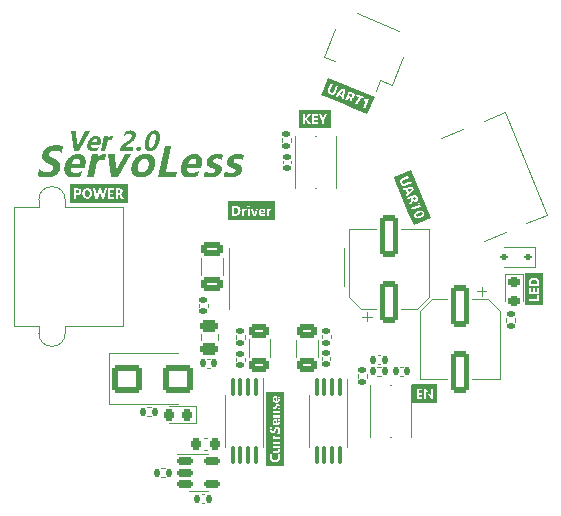
<source format=gto>
G04 #@! TF.GenerationSoftware,KiCad,Pcbnew,(7.0.0)*
G04 #@! TF.CreationDate,2023-05-14T21:45:47+08:00*
G04 #@! TF.ProjectId,ServoLess,53657276-6f4c-4657-9373-2e6b69636164,V2.0*
G04 #@! TF.SameCoordinates,Original*
G04 #@! TF.FileFunction,Legend,Top*
G04 #@! TF.FilePolarity,Positive*
%FSLAX46Y46*%
G04 Gerber Fmt 4.6, Leading zero omitted, Abs format (unit mm)*
G04 Created by KiCad (PCBNEW (7.0.0)) date 2023-05-14 21:45:47*
%MOMM*%
%LPD*%
G01*
G04 APERTURE LIST*
G04 Aperture macros list*
%AMRoundRect*
0 Rectangle with rounded corners*
0 $1 Rounding radius*
0 $2 $3 $4 $5 $6 $7 $8 $9 X,Y pos of 4 corners*
0 Add a 4 corners polygon primitive as box body*
4,1,4,$2,$3,$4,$5,$6,$7,$8,$9,$2,$3,0*
0 Add four circle primitives for the rounded corners*
1,1,$1+$1,$2,$3*
1,1,$1+$1,$4,$5*
1,1,$1+$1,$6,$7*
1,1,$1+$1,$8,$9*
0 Add four rect primitives between the rounded corners*
20,1,$1+$1,$2,$3,$4,$5,0*
20,1,$1+$1,$4,$5,$6,$7,0*
20,1,$1+$1,$6,$7,$8,$9,0*
20,1,$1+$1,$8,$9,$2,$3,0*%
%AMHorizOval*
0 Thick line with rounded ends*
0 $1 width*
0 $2 $3 position (X,Y) of the first rounded end (center of the circle)*
0 $4 $5 position (X,Y) of the second rounded end (center of the circle)*
0 Add line between two ends*
20,1,$1,$2,$3,$4,$5,0*
0 Add two circle primitives to create the rounded ends*
1,1,$1,$2,$3*
1,1,$1,$4,$5*%
%AMRotRect*
0 Rectangle, with rotation*
0 The origin of the aperture is its center*
0 $1 length*
0 $2 width*
0 $3 Rotation angle, in degrees counterclockwise*
0 Add horizontal line*
21,1,$1,$2,0,0,$3*%
G04 Aperture macros list end*
%ADD10C,0.160000*%
%ADD11C,0.240000*%
%ADD12C,0.120000*%
%ADD13RoundRect,0.250000X0.550000X-1.500000X0.550000X1.500000X-0.550000X1.500000X-0.550000X-1.500000X0*%
%ADD14RoundRect,0.150000X-0.512500X-0.150000X0.512500X-0.150000X0.512500X0.150000X-0.512500X0.150000X0*%
%ADD15RoundRect,0.135000X-0.185000X0.135000X-0.185000X-0.135000X0.185000X-0.135000X0.185000X0.135000X0*%
%ADD16RoundRect,0.140000X0.170000X-0.140000X0.170000X0.140000X-0.170000X0.140000X-0.170000X-0.140000X0*%
%ADD17RoundRect,0.150000X0.377759X0.520022X0.100595X0.634827X-0.377759X-0.520022X-0.100595X-0.634827X0*%
%ADD18RoundRect,0.250000X0.572102X0.466582X-0.074614X0.734461X-0.572102X-0.466582X0.074614X-0.734461X0*%
%ADD19RoundRect,0.218750X-0.256250X0.218750X-0.256250X-0.218750X0.256250X-0.218750X0.256250X0.218750X0*%
%ADD20R,0.650000X1.050000*%
%ADD21C,0.650000*%
%ADD22RotRect,0.600000X1.450000X112.500000*%
%ADD23RotRect,0.300000X1.450000X112.500000*%
%ADD24HorizOval,1.000000X0.508134X0.210476X-0.508134X-0.210476X0*%
%ADD25HorizOval,1.000000X0.277164X0.114805X-0.277164X-0.114805X0*%
%ADD26RoundRect,0.135000X-0.135000X-0.185000X0.135000X-0.185000X0.135000X0.185000X-0.135000X0.185000X0*%
%ADD27C,1.400000*%
%ADD28R,3.500000X3.500000*%
%ADD29C,3.500000*%
%ADD30RoundRect,0.135000X0.185000X-0.135000X0.185000X0.135000X-0.185000X0.135000X-0.185000X-0.135000X0*%
%ADD31RoundRect,0.140000X-0.170000X0.140000X-0.170000X-0.140000X0.170000X-0.140000X0.170000X0.140000X0*%
%ADD32RoundRect,0.250000X-1.000000X-0.900000X1.000000X-0.900000X1.000000X0.900000X-1.000000X0.900000X0*%
%ADD33RoundRect,0.250000X-0.475000X0.250000X-0.475000X-0.250000X0.475000X-0.250000X0.475000X0.250000X0*%
%ADD34RoundRect,0.140000X-0.140000X-0.170000X0.140000X-0.170000X0.140000X0.170000X-0.140000X0.170000X0*%
%ADD35RoundRect,0.140000X0.140000X0.170000X-0.140000X0.170000X-0.140000X-0.170000X0.140000X-0.170000X0*%
%ADD36RoundRect,0.225000X0.225000X0.250000X-0.225000X0.250000X-0.225000X-0.250000X0.225000X-0.250000X0*%
%ADD37RoundRect,0.100000X-0.100000X0.637500X-0.100000X-0.637500X0.100000X-0.637500X0.100000X0.637500X0*%
%ADD38RoundRect,0.250000X-0.625000X0.312500X-0.625000X-0.312500X0.625000X-0.312500X0.625000X0.312500X0*%
%ADD39RoundRect,0.135000X0.135000X0.185000X-0.135000X0.185000X-0.135000X-0.185000X0.135000X-0.185000X0*%
%ADD40RoundRect,0.218750X0.218750X0.256250X-0.218750X0.256250X-0.218750X-0.256250X0.218750X-0.256250X0*%
%ADD41R,0.449999X1.400000*%
%ADD42R,5.180000X3.099999*%
%ADD43RoundRect,0.250000X0.650000X-0.325000X0.650000X0.325000X-0.650000X0.325000X-0.650000X-0.325000X0*%
%ADD44RoundRect,0.250000X-0.550000X1.500000X-0.550000X-1.500000X0.550000X-1.500000X0.550000X1.500000X0*%
%ADD45RoundRect,0.112500X0.187500X0.112500X-0.187500X0.112500X-0.187500X-0.112500X0.187500X-0.112500X0*%
G04 APERTURE END LIST*
D10*
G36*
X161528964Y-91322713D02*
G01*
X161537011Y-91322929D01*
X161544951Y-91323288D01*
X161552785Y-91323792D01*
X161568133Y-91325231D01*
X161583056Y-91327245D01*
X161597552Y-91329835D01*
X161611623Y-91333000D01*
X161625268Y-91336740D01*
X161638487Y-91341057D01*
X161651280Y-91345948D01*
X161663647Y-91351416D01*
X161675588Y-91357458D01*
X161687103Y-91364077D01*
X161698193Y-91371270D01*
X161708856Y-91379040D01*
X161719094Y-91387384D01*
X161728905Y-91396304D01*
X161738204Y-91405706D01*
X161746903Y-91415542D01*
X161755002Y-91425813D01*
X161762501Y-91436519D01*
X161769400Y-91447660D01*
X161775699Y-91459237D01*
X161781398Y-91471248D01*
X161786498Y-91483695D01*
X161790997Y-91496576D01*
X161794897Y-91509893D01*
X161798196Y-91523644D01*
X161800896Y-91537831D01*
X161802996Y-91552453D01*
X161804495Y-91567510D01*
X161805395Y-91583001D01*
X161805620Y-91590910D01*
X161805695Y-91598928D01*
X161805695Y-91697798D01*
X161251948Y-91697798D01*
X161251948Y-91599515D01*
X161252226Y-91584308D01*
X161253059Y-91569463D01*
X161254448Y-91554981D01*
X161256393Y-91540860D01*
X161258894Y-91527100D01*
X161261950Y-91513703D01*
X161265561Y-91500667D01*
X161269729Y-91487993D01*
X161274452Y-91475681D01*
X161279730Y-91463731D01*
X161285565Y-91452142D01*
X161291955Y-91440915D01*
X161298900Y-91430050D01*
X161306402Y-91419547D01*
X161314459Y-91409406D01*
X161323071Y-91399626D01*
X161327559Y-91394890D01*
X161336862Y-91385868D01*
X161346601Y-91377448D01*
X161356777Y-91369629D01*
X161367389Y-91362412D01*
X161378438Y-91355796D01*
X161389923Y-91349781D01*
X161401845Y-91344368D01*
X161414204Y-91339557D01*
X161426999Y-91335346D01*
X161440231Y-91331738D01*
X161453900Y-91328730D01*
X161468005Y-91326325D01*
X161482546Y-91324520D01*
X161497525Y-91323317D01*
X161512939Y-91322716D01*
X161520810Y-91322641D01*
X161528964Y-91322713D01*
G37*
G36*
X162308286Y-93479245D02*
G01*
X160749358Y-93479245D01*
X160749358Y-93124958D01*
X161103644Y-93124958D01*
X161954000Y-93124958D01*
X161954000Y-92624748D01*
X161805695Y-92624748D01*
X161805695Y-92937379D01*
X161103644Y-92937379D01*
X161103644Y-93124958D01*
X160749358Y-93124958D01*
X160749358Y-92512983D01*
X161103644Y-92512983D01*
X161954000Y-92512983D01*
X161954000Y-92012773D01*
X161805695Y-92012773D01*
X161805695Y-92337909D01*
X161601704Y-92337909D01*
X161601704Y-92050289D01*
X161453790Y-92050289D01*
X161453790Y-92333025D01*
X161251948Y-92333025D01*
X161251948Y-92037784D01*
X161103644Y-92037784D01*
X161103644Y-92512983D01*
X160749358Y-92512983D01*
X160749358Y-91872871D01*
X161103644Y-91872871D01*
X161954000Y-91872871D01*
X161954000Y-91583688D01*
X161953883Y-91571388D01*
X161953533Y-91559230D01*
X161952950Y-91547214D01*
X161952134Y-91535340D01*
X161951085Y-91523608D01*
X161949802Y-91512018D01*
X161948287Y-91500569D01*
X161946538Y-91489263D01*
X161944556Y-91478099D01*
X161942341Y-91467077D01*
X161939892Y-91456197D01*
X161937211Y-91445458D01*
X161934296Y-91434862D01*
X161931148Y-91424408D01*
X161927767Y-91414095D01*
X161924153Y-91403925D01*
X161920306Y-91393896D01*
X161916225Y-91384010D01*
X161911911Y-91374265D01*
X161907364Y-91364663D01*
X161902584Y-91355202D01*
X161897571Y-91345884D01*
X161892325Y-91336707D01*
X161886845Y-91327672D01*
X161881132Y-91318779D01*
X161875186Y-91310029D01*
X161869007Y-91301420D01*
X161862595Y-91292953D01*
X161855949Y-91284628D01*
X161849070Y-91276445D01*
X161841959Y-91268404D01*
X161834614Y-91260505D01*
X161827076Y-91252788D01*
X161819387Y-91245315D01*
X161811545Y-91238087D01*
X161803552Y-91231105D01*
X161795407Y-91224367D01*
X161787110Y-91217874D01*
X161778661Y-91211627D01*
X161770060Y-91205624D01*
X161761308Y-91199866D01*
X161752403Y-91194354D01*
X161743347Y-91189086D01*
X161734138Y-91184064D01*
X161724778Y-91179286D01*
X161715266Y-91174753D01*
X161705602Y-91170466D01*
X161695786Y-91166423D01*
X161685818Y-91162625D01*
X161675699Y-91159073D01*
X161665427Y-91155765D01*
X161655004Y-91152703D01*
X161644428Y-91149885D01*
X161633701Y-91147313D01*
X161622822Y-91144985D01*
X161611791Y-91142903D01*
X161600608Y-91141065D01*
X161589273Y-91139472D01*
X161577787Y-91138125D01*
X161566148Y-91137022D01*
X161554358Y-91136165D01*
X161542415Y-91135552D01*
X161530321Y-91135185D01*
X161518075Y-91135062D01*
X161492578Y-91135499D01*
X161467890Y-91136811D01*
X161444011Y-91138997D01*
X161420943Y-91142057D01*
X161398683Y-91145991D01*
X161377233Y-91150800D01*
X161356592Y-91156483D01*
X161336761Y-91163040D01*
X161317739Y-91170472D01*
X161299527Y-91178778D01*
X161282124Y-91187958D01*
X161265531Y-91198013D01*
X161249747Y-91208942D01*
X161234772Y-91220745D01*
X161220607Y-91233423D01*
X161207251Y-91246974D01*
X161194705Y-91261401D01*
X161182968Y-91276701D01*
X161172041Y-91292876D01*
X161161923Y-91309925D01*
X161152614Y-91327848D01*
X161144115Y-91346646D01*
X161136426Y-91366318D01*
X161129546Y-91386864D01*
X161123475Y-91408285D01*
X161118213Y-91430580D01*
X161113762Y-91453749D01*
X161110119Y-91477793D01*
X161107286Y-91502711D01*
X161105262Y-91528503D01*
X161104048Y-91555170D01*
X161103644Y-91582711D01*
X161103644Y-91697798D01*
X161103644Y-91872871D01*
X160749358Y-91872871D01*
X160749358Y-90780777D01*
X162308286Y-90780777D01*
X162308286Y-93479245D01*
G37*
G36*
X139651348Y-103488412D02*
G01*
X139643483Y-103487262D01*
X139632053Y-103485166D01*
X139621062Y-103482623D01*
X139610510Y-103479634D01*
X139600399Y-103476198D01*
X139590727Y-103472316D01*
X139581494Y-103467987D01*
X139572702Y-103463212D01*
X139564348Y-103457990D01*
X139556435Y-103452322D01*
X139548961Y-103446207D01*
X139544276Y-103441942D01*
X139537816Y-103435400D01*
X139532035Y-103428682D01*
X139526935Y-103421790D01*
X139522514Y-103414722D01*
X139518774Y-103407478D01*
X139515714Y-103400060D01*
X139513333Y-103392467D01*
X139511633Y-103384698D01*
X139510613Y-103376754D01*
X139510273Y-103368635D01*
X139510824Y-103355811D01*
X139512477Y-103343814D01*
X139515233Y-103332645D01*
X139519090Y-103322302D01*
X139524050Y-103312788D01*
X139530112Y-103304100D01*
X139537276Y-103296240D01*
X139545542Y-103289207D01*
X139554910Y-103283002D01*
X139565380Y-103277624D01*
X139576953Y-103273074D01*
X139589628Y-103269351D01*
X139603404Y-103266455D01*
X139618283Y-103264386D01*
X139626136Y-103263662D01*
X139634264Y-103263145D01*
X139642668Y-103262835D01*
X139651348Y-103262732D01*
X139651348Y-103488412D01*
G37*
G36*
X139651348Y-101558698D02*
G01*
X139643483Y-101557549D01*
X139632053Y-101555452D01*
X139621062Y-101552909D01*
X139610510Y-101549920D01*
X139600399Y-101546484D01*
X139590727Y-101542602D01*
X139581494Y-101538273D01*
X139572702Y-101533498D01*
X139564348Y-101528276D01*
X139556435Y-101522608D01*
X139548961Y-101516493D01*
X139544276Y-101512229D01*
X139537816Y-101505686D01*
X139532035Y-101498968D01*
X139526935Y-101492076D01*
X139522514Y-101485008D01*
X139518774Y-101477765D01*
X139515714Y-101470346D01*
X139513333Y-101462753D01*
X139511633Y-101454984D01*
X139510613Y-101447040D01*
X139510273Y-101438921D01*
X139510824Y-101426097D01*
X139512477Y-101414100D01*
X139515233Y-101402931D01*
X139519090Y-101392588D01*
X139524050Y-101383074D01*
X139530112Y-101374386D01*
X139537276Y-101366526D01*
X139545542Y-101359494D01*
X139554910Y-101353288D01*
X139565380Y-101347910D01*
X139576953Y-101343360D01*
X139589628Y-101339637D01*
X139603404Y-101336741D01*
X139618283Y-101334672D01*
X139626136Y-101333948D01*
X139634264Y-101333431D01*
X139642668Y-101333121D01*
X139651348Y-101333018D01*
X139651348Y-101558698D01*
G37*
G36*
X140380791Y-107119266D02*
G01*
X138796852Y-107119266D01*
X138796852Y-106311664D01*
X139151138Y-106311664D01*
X139151263Y-106324109D01*
X139151637Y-106336411D01*
X139152260Y-106348569D01*
X139153132Y-106360583D01*
X139154253Y-106372453D01*
X139155624Y-106384179D01*
X139157244Y-106395761D01*
X139159113Y-106407199D01*
X139161231Y-106418494D01*
X139163599Y-106429645D01*
X139166215Y-106440651D01*
X139169081Y-106451514D01*
X139172196Y-106462233D01*
X139175560Y-106472808D01*
X139179174Y-106483240D01*
X139183036Y-106493527D01*
X139187148Y-106503671D01*
X139191509Y-106513670D01*
X139196120Y-106523526D01*
X139200979Y-106533238D01*
X139206088Y-106542806D01*
X139211446Y-106552230D01*
X139217053Y-106561510D01*
X139222909Y-106570647D01*
X139229015Y-106579639D01*
X139235369Y-106588488D01*
X139241973Y-106597193D01*
X139248826Y-106605754D01*
X139255929Y-106614171D01*
X139263280Y-106622444D01*
X139270881Y-106630573D01*
X139278731Y-106638558D01*
X139286777Y-106646336D01*
X139294965Y-106653867D01*
X139303295Y-106661151D01*
X139311768Y-106668188D01*
X139320383Y-106674978D01*
X139329140Y-106681522D01*
X139338040Y-106687818D01*
X139347082Y-106693867D01*
X139356267Y-106699670D01*
X139365594Y-106705225D01*
X139375063Y-106710534D01*
X139384674Y-106715596D01*
X139394428Y-106720411D01*
X139404324Y-106724978D01*
X139414363Y-106729299D01*
X139424544Y-106733374D01*
X139434867Y-106737201D01*
X139445333Y-106740781D01*
X139455941Y-106744114D01*
X139466691Y-106747201D01*
X139477584Y-106750040D01*
X139488619Y-106752633D01*
X139499796Y-106754979D01*
X139511116Y-106757077D01*
X139522578Y-106758929D01*
X139534182Y-106760534D01*
X139545929Y-106761892D01*
X139557818Y-106763003D01*
X139569849Y-106763867D01*
X139582023Y-106764485D01*
X139594339Y-106764855D01*
X139606798Y-106764979D01*
X139618642Y-106764868D01*
X139630338Y-106764536D01*
X139641885Y-106763983D01*
X139653283Y-106763208D01*
X139664533Y-106762212D01*
X139675633Y-106760994D01*
X139686585Y-106759556D01*
X139697387Y-106757896D01*
X139708041Y-106756014D01*
X139718547Y-106753911D01*
X139728903Y-106751587D01*
X139739110Y-106749042D01*
X139749169Y-106746275D01*
X139759079Y-106743287D01*
X139768840Y-106740077D01*
X139778452Y-106736646D01*
X139787915Y-106732994D01*
X139797229Y-106729121D01*
X139806395Y-106725026D01*
X139815412Y-106720710D01*
X139824280Y-106716172D01*
X139832999Y-106711413D01*
X139841569Y-106706433D01*
X139849990Y-106701231D01*
X139858263Y-106695808D01*
X139866387Y-106690164D01*
X139874362Y-106684298D01*
X139882188Y-106678211D01*
X139889865Y-106671903D01*
X139897393Y-106665373D01*
X139904773Y-106658622D01*
X139912004Y-106651650D01*
X139919048Y-106644489D01*
X139925869Y-106637172D01*
X139932466Y-106629700D01*
X139938840Y-106622072D01*
X139944990Y-106614288D01*
X139950916Y-106606349D01*
X139956619Y-106598254D01*
X139962098Y-106590003D01*
X139967353Y-106581596D01*
X139972385Y-106573034D01*
X139977193Y-106564316D01*
X139981778Y-106555443D01*
X139986139Y-106546413D01*
X139990276Y-106537228D01*
X139994189Y-106527887D01*
X139997879Y-106518391D01*
X140001346Y-106508739D01*
X140004589Y-106498931D01*
X140007608Y-106488967D01*
X140010403Y-106478848D01*
X140012975Y-106468573D01*
X140015323Y-106458142D01*
X140017448Y-106447556D01*
X140019348Y-106436814D01*
X140021026Y-106425916D01*
X140022479Y-106414863D01*
X140023709Y-106403653D01*
X140024716Y-106392288D01*
X140025498Y-106380768D01*
X140026057Y-106369091D01*
X140026393Y-106357259D01*
X140026505Y-106345272D01*
X140026461Y-106335960D01*
X140026331Y-106326760D01*
X140026113Y-106317670D01*
X140025809Y-106308690D01*
X140025417Y-106299821D01*
X140024939Y-106291063D01*
X140024373Y-106282416D01*
X140023720Y-106273879D01*
X140022981Y-106265453D01*
X140022154Y-106257138D01*
X140021241Y-106248933D01*
X140020240Y-106240840D01*
X140019152Y-106232856D01*
X140017978Y-106224984D01*
X140015367Y-106209570D01*
X140012409Y-106194600D01*
X140009102Y-106180072D01*
X140005448Y-106165987D01*
X140001445Y-106152344D01*
X139997095Y-106139144D01*
X139992396Y-106126387D01*
X139987350Y-106114073D01*
X139981955Y-106102201D01*
X139819387Y-106102201D01*
X139825444Y-106114102D01*
X139831110Y-106126161D01*
X139836386Y-106138380D01*
X139841271Y-106150757D01*
X139845765Y-106163292D01*
X139849868Y-106175987D01*
X139853581Y-106188840D01*
X139856903Y-106201852D01*
X139859833Y-106215023D01*
X139862374Y-106228353D01*
X139864523Y-106241841D01*
X139866281Y-106255488D01*
X139867649Y-106269294D01*
X139868626Y-106283258D01*
X139869212Y-106297382D01*
X139869408Y-106311664D01*
X139869112Y-106326756D01*
X139868226Y-106341452D01*
X139866749Y-106355753D01*
X139864682Y-106369659D01*
X139862023Y-106383170D01*
X139858774Y-106396285D01*
X139854934Y-106409005D01*
X139850503Y-106421329D01*
X139845482Y-106433258D01*
X139839870Y-106444791D01*
X139833667Y-106455930D01*
X139826873Y-106466673D01*
X139819488Y-106477020D01*
X139811513Y-106486972D01*
X139802947Y-106496529D01*
X139793790Y-106505690D01*
X139784124Y-106514374D01*
X139774080Y-106522497D01*
X139763657Y-106530060D01*
X139752855Y-106537063D01*
X139741675Y-106543506D01*
X139730116Y-106549388D01*
X139718179Y-106554711D01*
X139705863Y-106559473D01*
X139693168Y-106563674D01*
X139680095Y-106567316D01*
X139666643Y-106570397D01*
X139652813Y-106572918D01*
X139638604Y-106574879D01*
X139624017Y-106576280D01*
X139609051Y-106577120D01*
X139593706Y-106577400D01*
X139585791Y-106577326D01*
X139577971Y-106577105D01*
X139562614Y-106576219D01*
X139547636Y-106574742D01*
X139533036Y-106572674D01*
X139518815Y-106570016D01*
X139504973Y-106566766D01*
X139491509Y-106562926D01*
X139478424Y-106558496D01*
X139465717Y-106553474D01*
X139453389Y-106547862D01*
X139441439Y-106541659D01*
X139429868Y-106534865D01*
X139418676Y-106527481D01*
X139407862Y-106519505D01*
X139397427Y-106510939D01*
X139387370Y-106501782D01*
X139382501Y-106497007D01*
X139373228Y-106487161D01*
X139364572Y-106476921D01*
X139356535Y-106466287D01*
X139349116Y-106455260D01*
X139342316Y-106443839D01*
X139336133Y-106432023D01*
X139330569Y-106419814D01*
X139325623Y-106407211D01*
X139321296Y-106394214D01*
X139317586Y-106380824D01*
X139314495Y-106367039D01*
X139312022Y-106352861D01*
X139310167Y-106338289D01*
X139308931Y-106323323D01*
X139308313Y-106307963D01*
X139308235Y-106300136D01*
X139308431Y-106286402D01*
X139309017Y-106272851D01*
X139309994Y-106259481D01*
X139311362Y-106246292D01*
X139313120Y-106233286D01*
X139315270Y-106220461D01*
X139317810Y-106207817D01*
X139320741Y-106195355D01*
X139324062Y-106183075D01*
X139327775Y-106170977D01*
X139331878Y-106159060D01*
X139336372Y-106147325D01*
X139341257Y-106135772D01*
X139346533Y-106124400D01*
X139352199Y-106113210D01*
X139358256Y-106102201D01*
X139183378Y-106102201D01*
X139179474Y-106112911D01*
X139175822Y-106123939D01*
X139172422Y-106135284D01*
X139169273Y-106146946D01*
X139166377Y-106158927D01*
X139163732Y-106171224D01*
X139161339Y-106183839D01*
X139159198Y-106196772D01*
X139157309Y-106210022D01*
X139155672Y-106223590D01*
X139154287Y-106237475D01*
X139153153Y-106251678D01*
X139152272Y-106266198D01*
X139151642Y-106281036D01*
X139151264Y-106296191D01*
X139151138Y-106311664D01*
X138796852Y-106311664D01*
X138796852Y-105410505D01*
X139401243Y-105410505D01*
X139401243Y-105585579D01*
X139750999Y-105585579D01*
X139758906Y-105585704D01*
X139770378Y-105586361D01*
X139781383Y-105587581D01*
X139791920Y-105589365D01*
X139801991Y-105591712D01*
X139811594Y-105594623D01*
X139820730Y-105598096D01*
X139829399Y-105602133D01*
X139837601Y-105606733D01*
X139845336Y-105611897D01*
X139852604Y-105617623D01*
X139857147Y-105621714D01*
X139863412Y-105628167D01*
X139869017Y-105635001D01*
X139873963Y-105642217D01*
X139878249Y-105649814D01*
X139881876Y-105657792D01*
X139884844Y-105666151D01*
X139887152Y-105674892D01*
X139888801Y-105684014D01*
X139889790Y-105693517D01*
X139890120Y-105703401D01*
X139889986Y-105710001D01*
X139888916Y-105722572D01*
X139886775Y-105734305D01*
X139883565Y-105745200D01*
X139879285Y-105755256D01*
X139873934Y-105764475D01*
X139867514Y-105772856D01*
X139860023Y-105780398D01*
X139851463Y-105787103D01*
X139841832Y-105792969D01*
X139831131Y-105797997D01*
X139819360Y-105802188D01*
X139806519Y-105805540D01*
X139792608Y-105808054D01*
X139777626Y-105809730D01*
X139769735Y-105810254D01*
X139761575Y-105810568D01*
X139753148Y-105810673D01*
X139401243Y-105810673D01*
X139401243Y-105985746D01*
X139769366Y-105985746D01*
X139785186Y-105985540D01*
X139800504Y-105984920D01*
X139815319Y-105983886D01*
X139829633Y-105982440D01*
X139843444Y-105980580D01*
X139856753Y-105978307D01*
X139869560Y-105975620D01*
X139881864Y-105972520D01*
X139893666Y-105969007D01*
X139904966Y-105965081D01*
X139915764Y-105960741D01*
X139926060Y-105955988D01*
X139935853Y-105950822D01*
X139945144Y-105945242D01*
X139953933Y-105939249D01*
X139962220Y-105932843D01*
X139970004Y-105926024D01*
X139977287Y-105918791D01*
X139984067Y-105911145D01*
X139990345Y-105903085D01*
X139996120Y-105894613D01*
X140001394Y-105885726D01*
X140006165Y-105876427D01*
X140010434Y-105866714D01*
X140014200Y-105856588D01*
X140017465Y-105846049D01*
X140020227Y-105835097D01*
X140022487Y-105823731D01*
X140024245Y-105811952D01*
X140025500Y-105799759D01*
X140026254Y-105787153D01*
X140026505Y-105774134D01*
X140026400Y-105766819D01*
X140025558Y-105752480D01*
X140023876Y-105738531D01*
X140021353Y-105724971D01*
X140017988Y-105711800D01*
X140013783Y-105699019D01*
X140008736Y-105686626D01*
X140002848Y-105674623D01*
X139996120Y-105663010D01*
X139988550Y-105651785D01*
X139980138Y-105640950D01*
X139970886Y-105630504D01*
X139960793Y-105620447D01*
X139949858Y-105610780D01*
X139938083Y-105601502D01*
X139925466Y-105592613D01*
X139918842Y-105588314D01*
X139918842Y-105585579D01*
X140014000Y-105585579D01*
X140014000Y-105410505D01*
X139401243Y-105410505D01*
X138796852Y-105410505D01*
X138796852Y-104921238D01*
X139388738Y-104921238D01*
X139389214Y-104935632D01*
X139390643Y-104949457D01*
X139393024Y-104962713D01*
X139396358Y-104975399D01*
X139400645Y-104987516D01*
X139405884Y-104999063D01*
X139412075Y-105010041D01*
X139419219Y-105020450D01*
X139427316Y-105030289D01*
X139436365Y-105039559D01*
X139446367Y-105048259D01*
X139457321Y-105056390D01*
X139469228Y-105063952D01*
X139482087Y-105070944D01*
X139495899Y-105077367D01*
X139503163Y-105080364D01*
X139510664Y-105083220D01*
X139510664Y-105085369D01*
X139401243Y-105085369D01*
X139401243Y-105260443D01*
X140014000Y-105260443D01*
X140014000Y-105085369D01*
X139715437Y-105085369D01*
X139710318Y-105085334D01*
X139700287Y-105085055D01*
X139690533Y-105084496D01*
X139681055Y-105083658D01*
X139671853Y-105082541D01*
X139662927Y-105081144D01*
X139654278Y-105079468D01*
X139645905Y-105077513D01*
X139637808Y-105075278D01*
X139629988Y-105072764D01*
X139622444Y-105069970D01*
X139615176Y-105066897D01*
X139604793Y-105061764D01*
X139595031Y-105056002D01*
X139585891Y-105049612D01*
X139580188Y-105045019D01*
X139572325Y-105037757D01*
X139565289Y-105030048D01*
X139559081Y-105021893D01*
X139553700Y-105013292D01*
X139549148Y-105004244D01*
X139545423Y-104994749D01*
X139542526Y-104984808D01*
X139540456Y-104974421D01*
X139539214Y-104963586D01*
X139538801Y-104952306D01*
X139538825Y-104949401D01*
X139539191Y-104940848D01*
X139539997Y-104932539D01*
X139541243Y-104924474D01*
X139542928Y-104916652D01*
X139545053Y-104909075D01*
X139548570Y-104899351D01*
X139552869Y-104890061D01*
X139557949Y-104881204D01*
X139563811Y-104872780D01*
X139395967Y-104872780D01*
X139393885Y-104878343D01*
X139391851Y-104886000D01*
X139390326Y-104894728D01*
X139389444Y-104902821D01*
X139388914Y-104911657D01*
X139388738Y-104921238D01*
X138796852Y-104921238D01*
X138796852Y-104446821D01*
X139388738Y-104446821D01*
X139389214Y-104461215D01*
X139390643Y-104475040D01*
X139393024Y-104488296D01*
X139396358Y-104500982D01*
X139400645Y-104513098D01*
X139405884Y-104524646D01*
X139412075Y-104535624D01*
X139419219Y-104546032D01*
X139427316Y-104555871D01*
X139436365Y-104565141D01*
X139446367Y-104573842D01*
X139457321Y-104581973D01*
X139469228Y-104589534D01*
X139482087Y-104596526D01*
X139495899Y-104602949D01*
X139503163Y-104605947D01*
X139510664Y-104608803D01*
X139510664Y-104610952D01*
X139401243Y-104610952D01*
X139401243Y-104786025D01*
X140014000Y-104786025D01*
X140014000Y-104610952D01*
X139715437Y-104610952D01*
X139710318Y-104610917D01*
X139700287Y-104610638D01*
X139690533Y-104610079D01*
X139681055Y-104609241D01*
X139671853Y-104608124D01*
X139662927Y-104606727D01*
X139654278Y-104605051D01*
X139645905Y-104603095D01*
X139637808Y-104600860D01*
X139629988Y-104598346D01*
X139622444Y-104595553D01*
X139615176Y-104592480D01*
X139604793Y-104587347D01*
X139595031Y-104581585D01*
X139585891Y-104575195D01*
X139580188Y-104570602D01*
X139572325Y-104563340D01*
X139565289Y-104555631D01*
X139559081Y-104547476D01*
X139553700Y-104538874D01*
X139549148Y-104529826D01*
X139545423Y-104520332D01*
X139542526Y-104510391D01*
X139540456Y-104500003D01*
X139539214Y-104489169D01*
X139538801Y-104477889D01*
X139538825Y-104474983D01*
X139539191Y-104466431D01*
X139539997Y-104458121D01*
X139541243Y-104450056D01*
X139542928Y-104442235D01*
X139545053Y-104434658D01*
X139548570Y-104424934D01*
X139552869Y-104415643D01*
X139557949Y-104406786D01*
X139563811Y-104398363D01*
X139395967Y-104398363D01*
X139393885Y-104403925D01*
X139391851Y-104411582D01*
X139390326Y-104420311D01*
X139389444Y-104428403D01*
X139388914Y-104437240D01*
X139388738Y-104446821D01*
X138796852Y-104446821D01*
X138796852Y-104007770D01*
X139151138Y-104007770D01*
X139151202Y-104016994D01*
X139151391Y-104026105D01*
X139151707Y-104035102D01*
X139152149Y-104043985D01*
X139152717Y-104052754D01*
X139153412Y-104061410D01*
X139154233Y-104069952D01*
X139155181Y-104078381D01*
X139156254Y-104086695D01*
X139157454Y-104094896D01*
X139158781Y-104102983D01*
X139160233Y-104110956D01*
X139161812Y-104118816D01*
X139163518Y-104126562D01*
X139167307Y-104141713D01*
X139171602Y-104156408D01*
X139176402Y-104170649D01*
X139181708Y-104184435D01*
X139187518Y-104197766D01*
X139193834Y-104210643D01*
X139200656Y-104223064D01*
X139207982Y-104235030D01*
X139215814Y-104246542D01*
X139224078Y-104257449D01*
X139232749Y-104267653D01*
X139241828Y-104277154D01*
X139251315Y-104285950D01*
X139261209Y-104294043D01*
X139271510Y-104301432D01*
X139282220Y-104308118D01*
X139293337Y-104314099D01*
X139304861Y-104319377D01*
X139316793Y-104323951D01*
X139329133Y-104327822D01*
X139341880Y-104330989D01*
X139355035Y-104333452D01*
X139368597Y-104335211D01*
X139382567Y-104336267D01*
X139396944Y-104336618D01*
X139406787Y-104336423D01*
X139416482Y-104335835D01*
X139426030Y-104334856D01*
X139435431Y-104333486D01*
X139444684Y-104331724D01*
X139453790Y-104329571D01*
X139462749Y-104327025D01*
X139471561Y-104324089D01*
X139480225Y-104320761D01*
X139488742Y-104317041D01*
X139497111Y-104312930D01*
X139505333Y-104308427D01*
X139513408Y-104303532D01*
X139521336Y-104298246D01*
X139529116Y-104292569D01*
X139536749Y-104286500D01*
X139544235Y-104280039D01*
X139551573Y-104273187D01*
X139558764Y-104265943D01*
X139565808Y-104258308D01*
X139572704Y-104250281D01*
X139579453Y-104241863D01*
X139586055Y-104233053D01*
X139592510Y-104223852D01*
X139598817Y-104214259D01*
X139604977Y-104204274D01*
X139610989Y-104193898D01*
X139616855Y-104183130D01*
X139622572Y-104171971D01*
X139628143Y-104160420D01*
X139633566Y-104148478D01*
X139638842Y-104136144D01*
X139642167Y-104128265D01*
X139645448Y-104120577D01*
X139648685Y-104113081D01*
X139651879Y-104105775D01*
X139658136Y-104091738D01*
X139664219Y-104078466D01*
X139670128Y-104065958D01*
X139675864Y-104054216D01*
X139681425Y-104043238D01*
X139686812Y-104033025D01*
X139692025Y-104023576D01*
X139697064Y-104014893D01*
X139701929Y-104006974D01*
X139706620Y-103999820D01*
X139711137Y-103993431D01*
X139717586Y-103985281D01*
X139723644Y-103978852D01*
X139725601Y-103977012D01*
X139731517Y-103971845D01*
X139739507Y-103965772D01*
X139747613Y-103960634D01*
X139755835Y-103956430D01*
X139764173Y-103953160D01*
X139772627Y-103950825D01*
X139781196Y-103949423D01*
X139789882Y-103948956D01*
X139794929Y-103949104D01*
X139804674Y-103950289D01*
X139813955Y-103952658D01*
X139822773Y-103956212D01*
X139831126Y-103960950D01*
X139839015Y-103966873D01*
X139846440Y-103973980D01*
X139851704Y-103980088D01*
X139856707Y-103986863D01*
X139859830Y-103991747D01*
X139864137Y-103999620D01*
X139867991Y-104008148D01*
X139871391Y-104017333D01*
X139874338Y-104027174D01*
X139876832Y-104037671D01*
X139878872Y-104048824D01*
X139879980Y-104056624D01*
X139880887Y-104064715D01*
X139881592Y-104073098D01*
X139882096Y-104081772D01*
X139882398Y-104090738D01*
X139882499Y-104099996D01*
X139882414Y-104108248D01*
X139882157Y-104116445D01*
X139881730Y-104124586D01*
X139881131Y-104132673D01*
X139880362Y-104140703D01*
X139879422Y-104148679D01*
X139878310Y-104156599D01*
X139877028Y-104164464D01*
X139875575Y-104172273D01*
X139873951Y-104180028D01*
X139872155Y-104187726D01*
X139870189Y-104195370D01*
X139868052Y-104202958D01*
X139865744Y-104210491D01*
X139863265Y-104217968D01*
X139860615Y-104225390D01*
X139857794Y-104232757D01*
X139854802Y-104240069D01*
X139851639Y-104247325D01*
X139848305Y-104254525D01*
X139844800Y-104261671D01*
X139841124Y-104268761D01*
X139837278Y-104275796D01*
X139833260Y-104282775D01*
X139829071Y-104289699D01*
X139824711Y-104296568D01*
X139820181Y-104303381D01*
X139815479Y-104310140D01*
X139810606Y-104316842D01*
X139805563Y-104323490D01*
X139800348Y-104330082D01*
X139794963Y-104336618D01*
X139978829Y-104336618D01*
X139984602Y-104324688D01*
X139990003Y-104312344D01*
X139995031Y-104299586D01*
X139999687Y-104286414D01*
X140003970Y-104272829D01*
X140007881Y-104258830D01*
X140011420Y-104244418D01*
X140014586Y-104229591D01*
X140017379Y-104214351D01*
X140018636Y-104206576D01*
X140019800Y-104198698D01*
X140020871Y-104190716D01*
X140021849Y-104182630D01*
X140022733Y-104174441D01*
X140023525Y-104166149D01*
X140024223Y-104157754D01*
X140024829Y-104149254D01*
X140025341Y-104140652D01*
X140025760Y-104131946D01*
X140026086Y-104123137D01*
X140026318Y-104114224D01*
X140026458Y-104105208D01*
X140026505Y-104096088D01*
X140026442Y-104086134D01*
X140026252Y-104076322D01*
X140025936Y-104066654D01*
X140025494Y-104057128D01*
X140024926Y-104047746D01*
X140024231Y-104038507D01*
X140023410Y-104029411D01*
X140022463Y-104020458D01*
X140021389Y-104011649D01*
X140020189Y-104002982D01*
X140018862Y-103994458D01*
X140017410Y-103986078D01*
X140015831Y-103977841D01*
X140014125Y-103969747D01*
X140012294Y-103961796D01*
X140010336Y-103953988D01*
X140008252Y-103946323D01*
X140006041Y-103938801D01*
X140001241Y-103924187D01*
X139995935Y-103910145D01*
X139990125Y-103896676D01*
X139983809Y-103883779D01*
X139976988Y-103871455D01*
X139969661Y-103859703D01*
X139961829Y-103848524D01*
X139953517Y-103837971D01*
X139944747Y-103828099D01*
X139935522Y-103818908D01*
X139925840Y-103810397D01*
X139915702Y-103802568D01*
X139905107Y-103795419D01*
X139894056Y-103788951D01*
X139882548Y-103783164D01*
X139870584Y-103778058D01*
X139858163Y-103773633D01*
X139845286Y-103769888D01*
X139831953Y-103766824D01*
X139818163Y-103764441D01*
X139803917Y-103762739D01*
X139789214Y-103761718D01*
X139774055Y-103761378D01*
X139763644Y-103761565D01*
X139753414Y-103762126D01*
X139743365Y-103763061D01*
X139733499Y-103764370D01*
X139723814Y-103766053D01*
X139714310Y-103768110D01*
X139704989Y-103770541D01*
X139695849Y-103773346D01*
X139686890Y-103776525D01*
X139678114Y-103780078D01*
X139669519Y-103784005D01*
X139661105Y-103788306D01*
X139652873Y-103792980D01*
X139644823Y-103798029D01*
X139636955Y-103803452D01*
X139629268Y-103809249D01*
X139621696Y-103815545D01*
X139614171Y-103822463D01*
X139606693Y-103830004D01*
X139599263Y-103838168D01*
X139591880Y-103846954D01*
X139584544Y-103856364D01*
X139577256Y-103866396D01*
X139570015Y-103877051D01*
X139562821Y-103888329D01*
X139555675Y-103900230D01*
X139548576Y-103912753D01*
X139541524Y-103925900D01*
X139534519Y-103939669D01*
X139531035Y-103946787D01*
X139527562Y-103954061D01*
X139524102Y-103961490D01*
X139520653Y-103969076D01*
X139517215Y-103976817D01*
X139513790Y-103984713D01*
X139508149Y-103998025D01*
X139502656Y-104010701D01*
X139497311Y-104022742D01*
X139492114Y-104034148D01*
X139487065Y-104044919D01*
X139482164Y-104055055D01*
X139477411Y-104064556D01*
X139472806Y-104073422D01*
X139468350Y-104081653D01*
X139464041Y-104089249D01*
X139457856Y-104099453D01*
X139452004Y-104108227D01*
X139446485Y-104115573D01*
X139441299Y-104121489D01*
X139434527Y-104127947D01*
X139427597Y-104133543D01*
X139420508Y-104138278D01*
X139413260Y-104142152D01*
X139405853Y-104145166D01*
X139398288Y-104147318D01*
X139390564Y-104148609D01*
X139382681Y-104149040D01*
X139377785Y-104148883D01*
X139368369Y-104147625D01*
X139359455Y-104145109D01*
X139351040Y-104141336D01*
X139343127Y-104136304D01*
X139335714Y-104130015D01*
X139328802Y-104122468D01*
X139323947Y-104115982D01*
X139319373Y-104108789D01*
X139316510Y-104103627D01*
X139312562Y-104095486D01*
X139309029Y-104086868D01*
X139305912Y-104077772D01*
X139303211Y-104068199D01*
X139300925Y-104058149D01*
X139299055Y-104047621D01*
X139297600Y-104036616D01*
X139296561Y-104025133D01*
X139296100Y-104017213D01*
X139295822Y-104009080D01*
X139295730Y-104000736D01*
X139295974Y-103986415D01*
X139296707Y-103972321D01*
X139297928Y-103958455D01*
X139299638Y-103944816D01*
X139301836Y-103931405D01*
X139304523Y-103918221D01*
X139307698Y-103905265D01*
X139311362Y-103892536D01*
X139315514Y-103880035D01*
X139320154Y-103867761D01*
X139325284Y-103855714D01*
X139330901Y-103843895D01*
X139337007Y-103832304D01*
X139343602Y-103820939D01*
X139350685Y-103809803D01*
X139358256Y-103798893D01*
X139184160Y-103798893D01*
X139180161Y-103809601D01*
X139176421Y-103820622D01*
X139172938Y-103831956D01*
X139169713Y-103843602D01*
X139166746Y-103855562D01*
X139164037Y-103867834D01*
X139161587Y-103880419D01*
X139159394Y-103893318D01*
X139157459Y-103906529D01*
X139155782Y-103920053D01*
X139154363Y-103933890D01*
X139153202Y-103948040D01*
X139152299Y-103962503D01*
X139151654Y-103977279D01*
X139151267Y-103992368D01*
X139151138Y-104007770D01*
X138796852Y-104007770D01*
X138796852Y-103368635D01*
X139388738Y-103368635D01*
X139389093Y-103384319D01*
X139390161Y-103399666D01*
X139391939Y-103414678D01*
X139394429Y-103429354D01*
X139397630Y-103443694D01*
X139401542Y-103457698D01*
X139406166Y-103471367D01*
X139411501Y-103484699D01*
X139417548Y-103497696D01*
X139424306Y-103510357D01*
X139431775Y-103522682D01*
X139439956Y-103534672D01*
X139448848Y-103546325D01*
X139458451Y-103557643D01*
X139468766Y-103568624D01*
X139479792Y-103579270D01*
X139485524Y-103584415D01*
X139497310Y-103594216D01*
X139509525Y-103603363D01*
X139522169Y-103611856D01*
X139535242Y-103619696D01*
X139548745Y-103626883D01*
X139562676Y-103633417D01*
X139577035Y-103639297D01*
X139584376Y-103641992D01*
X139591824Y-103644524D01*
X139599380Y-103646892D01*
X139607042Y-103649097D01*
X139614812Y-103651139D01*
X139622689Y-103653017D01*
X139630673Y-103654732D01*
X139638765Y-103656284D01*
X139646964Y-103657672D01*
X139655270Y-103658897D01*
X139663683Y-103659959D01*
X139672203Y-103660857D01*
X139680831Y-103661592D01*
X139689566Y-103662164D01*
X139698408Y-103662572D01*
X139707357Y-103662817D01*
X139716414Y-103662899D01*
X139725486Y-103662822D01*
X139734433Y-103662591D01*
X139743255Y-103662207D01*
X139751951Y-103661669D01*
X139760523Y-103660977D01*
X139768969Y-103660131D01*
X139777290Y-103659131D01*
X139785486Y-103657978D01*
X139793557Y-103656670D01*
X139801502Y-103655209D01*
X139809322Y-103653594D01*
X139817018Y-103651826D01*
X139832032Y-103647827D01*
X139846547Y-103643213D01*
X139860560Y-103637984D01*
X139874073Y-103632140D01*
X139887085Y-103625680D01*
X139899596Y-103618606D01*
X139911607Y-103610916D01*
X139923117Y-103602611D01*
X139934126Y-103593691D01*
X139944635Y-103584155D01*
X139954549Y-103574041D01*
X139963823Y-103563434D01*
X139972458Y-103552334D01*
X139980453Y-103540741D01*
X139987808Y-103528655D01*
X139994524Y-103516075D01*
X140000600Y-103503003D01*
X140006037Y-103489438D01*
X140010834Y-103475379D01*
X140014992Y-103460828D01*
X140018510Y-103445783D01*
X140020029Y-103438076D01*
X140021388Y-103430245D01*
X140022587Y-103422292D01*
X140023626Y-103414215D01*
X140024506Y-103406014D01*
X140025226Y-103397691D01*
X140025785Y-103389244D01*
X140026185Y-103380674D01*
X140026425Y-103371981D01*
X140026505Y-103363164D01*
X140026459Y-103354982D01*
X140026322Y-103346899D01*
X140026093Y-103338914D01*
X140025772Y-103331028D01*
X140024856Y-103315551D01*
X140023574Y-103300467D01*
X140021925Y-103285777D01*
X140019910Y-103271482D01*
X140017529Y-103257580D01*
X140014781Y-103244071D01*
X140011667Y-103230957D01*
X140008187Y-103218237D01*
X140004340Y-103205910D01*
X140000127Y-103193977D01*
X139995547Y-103182438D01*
X139990601Y-103171293D01*
X139985289Y-103160542D01*
X139979610Y-103150184D01*
X139848891Y-103150184D01*
X139854949Y-103159605D01*
X139860615Y-103169205D01*
X139865891Y-103178985D01*
X139870775Y-103188946D01*
X139875270Y-103199086D01*
X139879373Y-103209407D01*
X139883085Y-103219908D01*
X139886407Y-103230589D01*
X139889338Y-103241450D01*
X139891878Y-103252492D01*
X139894027Y-103263713D01*
X139895786Y-103275115D01*
X139897154Y-103286696D01*
X139898131Y-103298458D01*
X139898717Y-103310400D01*
X139898912Y-103322522D01*
X139898779Y-103332148D01*
X139898379Y-103341486D01*
X139897712Y-103350536D01*
X139896778Y-103359299D01*
X139895578Y-103367774D01*
X139894111Y-103375961D01*
X139892377Y-103383860D01*
X139888109Y-103398796D01*
X139882773Y-103412580D01*
X139876371Y-103425214D01*
X139868902Y-103436696D01*
X139860366Y-103447028D01*
X139850762Y-103456208D01*
X139840092Y-103464238D01*
X139828355Y-103471116D01*
X139815550Y-103476844D01*
X139801679Y-103481420D01*
X139786740Y-103484846D01*
X139778871Y-103486127D01*
X139770735Y-103487120D01*
X139762332Y-103487826D01*
X139762332Y-103100163D01*
X139686128Y-103100163D01*
X139677515Y-103100233D01*
X139669019Y-103100441D01*
X139660638Y-103100789D01*
X139652374Y-103101275D01*
X139644225Y-103101900D01*
X139636192Y-103102664D01*
X139628276Y-103103567D01*
X139620475Y-103104609D01*
X139605222Y-103107109D01*
X139590434Y-103110165D01*
X139576109Y-103113777D01*
X139562248Y-103117944D01*
X139548851Y-103122667D01*
X139535919Y-103127946D01*
X139523450Y-103133780D01*
X139511445Y-103140170D01*
X139499905Y-103147116D01*
X139488829Y-103154617D01*
X139478216Y-103162674D01*
X139468068Y-103171287D01*
X139463187Y-103175786D01*
X139453891Y-103185107D01*
X139445214Y-103194858D01*
X139437157Y-103205040D01*
X139429720Y-103215653D01*
X139422902Y-103226695D01*
X139416705Y-103238169D01*
X139411127Y-103250073D01*
X139406169Y-103262407D01*
X139401830Y-103275172D01*
X139398112Y-103288367D01*
X139395013Y-103301992D01*
X139392534Y-103316049D01*
X139390675Y-103330535D01*
X139389435Y-103345452D01*
X139388815Y-103360800D01*
X139388738Y-103368635D01*
X138796852Y-103368635D01*
X138796852Y-102613046D01*
X139388738Y-102613046D01*
X139388847Y-102621057D01*
X139389718Y-102636713D01*
X139391462Y-102651880D01*
X139394077Y-102666559D01*
X139397563Y-102680750D01*
X139401921Y-102694452D01*
X139407151Y-102707665D01*
X139413253Y-102720390D01*
X139420226Y-102732627D01*
X139428071Y-102744375D01*
X139436787Y-102755635D01*
X139446375Y-102766406D01*
X139456835Y-102776688D01*
X139468166Y-102786482D01*
X139480369Y-102795788D01*
X139486797Y-102800258D01*
X139493444Y-102804605D01*
X139500308Y-102808831D01*
X139500308Y-102810980D01*
X139401243Y-102810980D01*
X139401243Y-102986053D01*
X140014000Y-102986053D01*
X140014000Y-102810980D01*
X139665416Y-102810980D01*
X139657832Y-102810849D01*
X139646777Y-102810159D01*
X139636107Y-102808879D01*
X139625821Y-102807009D01*
X139615920Y-102804547D01*
X139606404Y-102801495D01*
X139597272Y-102797852D01*
X139588525Y-102793618D01*
X139580163Y-102788794D01*
X139572186Y-102783378D01*
X139564593Y-102777372D01*
X139559813Y-102773080D01*
X139553222Y-102766389D01*
X139547325Y-102759396D01*
X139542121Y-102752101D01*
X139537611Y-102744503D01*
X139533796Y-102736603D01*
X139530673Y-102728401D01*
X139528245Y-102719897D01*
X139526511Y-102711091D01*
X139525470Y-102701982D01*
X139525123Y-102692571D01*
X139525268Y-102686007D01*
X139526425Y-102673505D01*
X139528739Y-102661837D01*
X139532210Y-102651001D01*
X139536839Y-102641000D01*
X139542624Y-102631831D01*
X139549567Y-102623496D01*
X139557666Y-102615995D01*
X139566923Y-102609327D01*
X139577337Y-102603493D01*
X139588908Y-102598492D01*
X139601636Y-102594325D01*
X139615521Y-102590991D01*
X139630564Y-102588490D01*
X139638519Y-102587553D01*
X139646763Y-102586823D01*
X139655297Y-102586302D01*
X139664120Y-102585990D01*
X139673232Y-102585886D01*
X140014000Y-102585886D01*
X140014000Y-102410812D01*
X139640406Y-102410812D01*
X139624922Y-102411010D01*
X139609930Y-102411602D01*
X139595430Y-102412590D01*
X139581421Y-102413972D01*
X139567904Y-102415750D01*
X139554878Y-102417922D01*
X139542344Y-102420490D01*
X139530301Y-102423452D01*
X139518750Y-102426809D01*
X139507690Y-102430562D01*
X139497122Y-102434709D01*
X139487046Y-102439252D01*
X139477461Y-102444189D01*
X139468367Y-102449521D01*
X139459765Y-102455248D01*
X139451655Y-102461371D01*
X139444036Y-102467888D01*
X139436909Y-102474800D01*
X139430273Y-102482108D01*
X139424129Y-102489810D01*
X139418476Y-102497907D01*
X139413315Y-102506399D01*
X139408645Y-102515286D01*
X139404467Y-102524569D01*
X139400781Y-102534246D01*
X139397586Y-102544318D01*
X139394882Y-102554785D01*
X139392670Y-102565647D01*
X139390950Y-102576904D01*
X139389721Y-102588556D01*
X139388984Y-102600603D01*
X139388738Y-102613046D01*
X138796852Y-102613046D01*
X138796852Y-102009668D01*
X139388738Y-102009668D01*
X139388937Y-102024244D01*
X139389535Y-102038467D01*
X139390531Y-102052338D01*
X139391925Y-102065856D01*
X139393718Y-102079022D01*
X139395909Y-102091834D01*
X139398499Y-102104295D01*
X139401487Y-102116402D01*
X139404874Y-102128157D01*
X139408659Y-102139559D01*
X139412842Y-102150609D01*
X139417424Y-102161306D01*
X139422404Y-102171651D01*
X139427783Y-102181642D01*
X139433560Y-102191282D01*
X139439736Y-102200568D01*
X139446237Y-102209370D01*
X139453041Y-102217604D01*
X139460147Y-102225270D01*
X139467555Y-102232369D01*
X139475265Y-102238899D01*
X139483278Y-102244862D01*
X139491593Y-102250256D01*
X139500210Y-102255083D01*
X139509130Y-102259342D01*
X139518351Y-102263033D01*
X139527875Y-102266157D01*
X139537702Y-102268712D01*
X139547830Y-102270700D01*
X139558261Y-102272119D01*
X139568994Y-102272971D01*
X139580029Y-102273255D01*
X139589118Y-102273090D01*
X139597968Y-102272595D01*
X139606581Y-102271771D01*
X139614956Y-102270617D01*
X139623092Y-102269133D01*
X139630990Y-102267320D01*
X139638650Y-102265177D01*
X139649694Y-102261343D01*
X139660202Y-102256769D01*
X139670174Y-102251452D01*
X139679610Y-102245393D01*
X139688510Y-102238592D01*
X139696875Y-102231050D01*
X139702241Y-102225499D01*
X139707545Y-102219396D01*
X139712786Y-102212743D01*
X139717965Y-102205539D01*
X139723081Y-102197783D01*
X139728135Y-102189477D01*
X139733126Y-102180619D01*
X139738054Y-102171210D01*
X139742920Y-102161250D01*
X139747723Y-102150740D01*
X139752463Y-102139678D01*
X139757142Y-102128065D01*
X139761757Y-102115901D01*
X139766310Y-102103186D01*
X139770800Y-102089919D01*
X139775228Y-102076102D01*
X139777000Y-102070536D01*
X139780624Y-102059935D01*
X139784354Y-102050040D01*
X139788192Y-102040852D01*
X139792137Y-102032370D01*
X139796188Y-102024596D01*
X139800346Y-102017528D01*
X139806784Y-102008251D01*
X139813462Y-102000565D01*
X139820381Y-101994469D01*
X139827540Y-101989964D01*
X139834939Y-101987048D01*
X139845179Y-101985635D01*
X139848797Y-101985742D01*
X139858963Y-101987347D01*
X139868096Y-101990880D01*
X139876194Y-101996339D01*
X139883258Y-102003725D01*
X139889289Y-102013039D01*
X139892735Y-102020318D01*
X139895722Y-102028453D01*
X139898249Y-102037445D01*
X139900317Y-102047294D01*
X139901925Y-102057998D01*
X139903074Y-102069559D01*
X139903763Y-102081977D01*
X139903993Y-102095251D01*
X139903797Y-102106158D01*
X139903211Y-102117095D01*
X139902234Y-102128061D01*
X139900866Y-102139056D01*
X139899108Y-102150079D01*
X139896958Y-102161132D01*
X139894418Y-102172214D01*
X139891487Y-102183325D01*
X139888166Y-102194464D01*
X139884453Y-102205633D01*
X139880350Y-102216831D01*
X139875856Y-102228058D01*
X139870971Y-102239314D01*
X139865695Y-102250598D01*
X139860029Y-102261912D01*
X139853972Y-102273255D01*
X139996219Y-102273255D01*
X139999886Y-102262620D01*
X140003317Y-102251868D01*
X140006511Y-102240999D01*
X140009469Y-102230012D01*
X140012190Y-102218907D01*
X140014674Y-102207685D01*
X140016922Y-102196345D01*
X140018933Y-102184888D01*
X140020708Y-102173313D01*
X140022246Y-102161621D01*
X140023547Y-102149811D01*
X140024612Y-102137883D01*
X140025440Y-102125838D01*
X140026032Y-102113676D01*
X140026386Y-102101396D01*
X140026505Y-102088998D01*
X140026305Y-102073346D01*
X140025705Y-102058092D01*
X140024705Y-102043237D01*
X140023305Y-102028780D01*
X140021505Y-102014722D01*
X140019306Y-102001062D01*
X140016706Y-101987800D01*
X140013706Y-101974937D01*
X140010307Y-101962472D01*
X140006507Y-101950406D01*
X140002308Y-101938738D01*
X139997709Y-101927468D01*
X139992709Y-101916597D01*
X139987310Y-101906124D01*
X139981511Y-101896050D01*
X139975311Y-101886374D01*
X139968726Y-101877194D01*
X139961817Y-101868606D01*
X139954584Y-101860610D01*
X139947028Y-101853206D01*
X139939148Y-101846395D01*
X139930945Y-101840176D01*
X139922418Y-101834549D01*
X139913567Y-101829515D01*
X139904392Y-101825072D01*
X139894894Y-101821222D01*
X139885073Y-101817965D01*
X139874928Y-101815300D01*
X139864459Y-101813227D01*
X139853666Y-101811746D01*
X139842550Y-101810857D01*
X139831110Y-101810561D01*
X139825172Y-101810647D01*
X139816432Y-101811096D01*
X139807895Y-101811929D01*
X139799561Y-101813147D01*
X139791429Y-101814750D01*
X139783500Y-101816738D01*
X139775774Y-101819110D01*
X139768251Y-101821867D01*
X139760930Y-101825008D01*
X139753811Y-101828534D01*
X139746896Y-101832445D01*
X139742408Y-101835259D01*
X139735882Y-101839771D01*
X139729603Y-101844633D01*
X139723572Y-101849846D01*
X139717788Y-101855409D01*
X139712251Y-101861322D01*
X139706962Y-101867586D01*
X139701920Y-101874200D01*
X139697125Y-101881164D01*
X139692577Y-101888479D01*
X139688277Y-101896144D01*
X139684058Y-101904312D01*
X139679752Y-101913207D01*
X139675361Y-101922831D01*
X139670884Y-101933183D01*
X139667852Y-101940489D01*
X139664781Y-101948119D01*
X139661672Y-101956072D01*
X139658525Y-101964349D01*
X139655340Y-101972949D01*
X139652117Y-101981873D01*
X139648856Y-101991121D01*
X139645556Y-102000692D01*
X139642218Y-102010587D01*
X139638842Y-102020806D01*
X139635408Y-102030175D01*
X139631845Y-102038941D01*
X139628154Y-102047101D01*
X139624334Y-102054658D01*
X139618365Y-102064859D01*
X139612107Y-102073699D01*
X139605561Y-102081180D01*
X139598726Y-102087301D01*
X139591602Y-102092061D01*
X139584190Y-102095461D01*
X139576490Y-102097502D01*
X139568501Y-102098182D01*
X139560689Y-102097552D01*
X139551969Y-102095134D01*
X139543964Y-102090902D01*
X139537839Y-102085991D01*
X139532210Y-102079820D01*
X139527077Y-102072390D01*
X139523368Y-102065682D01*
X139520153Y-102058456D01*
X139517432Y-102050710D01*
X139515207Y-102042445D01*
X139513476Y-102033662D01*
X139512239Y-102024359D01*
X139511497Y-102014538D01*
X139511250Y-102004197D01*
X139511397Y-101993604D01*
X139511836Y-101983122D01*
X139512569Y-101972751D01*
X139513595Y-101962493D01*
X139514914Y-101952345D01*
X139516526Y-101942309D01*
X139518431Y-101932384D01*
X139520629Y-101922571D01*
X139523120Y-101912869D01*
X139525905Y-101903279D01*
X139528982Y-101893800D01*
X139532353Y-101884433D01*
X139536016Y-101875176D01*
X139539973Y-101866032D01*
X139544223Y-101856999D01*
X139548766Y-101848077D01*
X139412771Y-101848077D01*
X139409861Y-101857821D01*
X139407138Y-101867613D01*
X139404604Y-101877453D01*
X139402257Y-101887339D01*
X139400097Y-101897273D01*
X139398126Y-101907254D01*
X139396342Y-101917282D01*
X139394746Y-101927358D01*
X139393338Y-101937481D01*
X139392118Y-101947652D01*
X139391085Y-101957869D01*
X139390240Y-101968135D01*
X139389583Y-101978447D01*
X139389113Y-101988807D01*
X139388832Y-101999214D01*
X139388738Y-102009668D01*
X138796852Y-102009668D01*
X138796852Y-101438921D01*
X139388738Y-101438921D01*
X139389093Y-101454605D01*
X139390161Y-101469952D01*
X139391939Y-101484964D01*
X139394429Y-101499640D01*
X139397630Y-101513980D01*
X139401542Y-101527984D01*
X139406166Y-101541653D01*
X139411501Y-101554986D01*
X139417548Y-101567982D01*
X139424306Y-101580643D01*
X139431775Y-101592968D01*
X139439956Y-101604958D01*
X139448848Y-101616611D01*
X139458451Y-101627929D01*
X139468766Y-101638910D01*
X139479792Y-101649556D01*
X139485524Y-101654702D01*
X139497310Y-101664502D01*
X139509525Y-101673649D01*
X139522169Y-101682142D01*
X139535242Y-101689982D01*
X139548745Y-101697169D01*
X139562676Y-101703703D01*
X139577035Y-101709583D01*
X139584376Y-101712278D01*
X139591824Y-101714810D01*
X139599380Y-101717178D01*
X139607042Y-101719383D01*
X139614812Y-101721425D01*
X139622689Y-101723303D01*
X139630673Y-101725018D01*
X139638765Y-101726570D01*
X139646964Y-101727958D01*
X139655270Y-101729183D01*
X139663683Y-101730245D01*
X139672203Y-101731143D01*
X139680831Y-101731878D01*
X139689566Y-101732450D01*
X139698408Y-101732858D01*
X139707357Y-101733103D01*
X139716414Y-101733185D01*
X139725486Y-101733108D01*
X139734433Y-101732878D01*
X139743255Y-101732493D01*
X139751951Y-101731955D01*
X139760523Y-101731263D01*
X139768969Y-101730417D01*
X139777290Y-101729417D01*
X139785486Y-101728264D01*
X139793557Y-101726956D01*
X139801502Y-101725495D01*
X139809322Y-101723880D01*
X139817018Y-101722112D01*
X139832032Y-101718113D01*
X139846547Y-101713499D01*
X139860560Y-101708270D01*
X139874073Y-101702426D01*
X139887085Y-101695966D01*
X139899596Y-101688892D01*
X139911607Y-101681202D01*
X139923117Y-101672897D01*
X139934126Y-101663977D01*
X139944635Y-101654441D01*
X139954549Y-101644327D01*
X139963823Y-101633720D01*
X139972458Y-101622620D01*
X139980453Y-101611027D01*
X139987808Y-101598941D01*
X139994524Y-101586362D01*
X140000600Y-101573289D01*
X140006037Y-101559724D01*
X140010834Y-101545665D01*
X140014992Y-101531114D01*
X140018510Y-101516069D01*
X140020029Y-101508362D01*
X140021388Y-101500532D01*
X140022587Y-101492578D01*
X140023626Y-101484501D01*
X140024506Y-101476301D01*
X140025226Y-101467977D01*
X140025785Y-101459530D01*
X140026185Y-101450960D01*
X140026425Y-101442267D01*
X140026505Y-101433450D01*
X140026459Y-101425269D01*
X140026322Y-101417185D01*
X140026093Y-101409200D01*
X140025772Y-101401314D01*
X140024856Y-101385837D01*
X140023574Y-101370753D01*
X140021925Y-101356063D01*
X140019910Y-101341768D01*
X140017529Y-101327866D01*
X140014781Y-101314357D01*
X140011667Y-101301243D01*
X140008187Y-101288523D01*
X140004340Y-101276196D01*
X140000127Y-101264263D01*
X139995547Y-101252724D01*
X139990601Y-101241579D01*
X139985289Y-101230828D01*
X139979610Y-101220471D01*
X139848891Y-101220471D01*
X139854949Y-101229891D01*
X139860615Y-101239491D01*
X139865891Y-101249271D01*
X139870775Y-101259232D01*
X139875270Y-101269373D01*
X139879373Y-101279693D01*
X139883085Y-101290194D01*
X139886407Y-101300875D01*
X139889338Y-101311736D01*
X139891878Y-101322778D01*
X139894027Y-101333999D01*
X139895786Y-101345401D01*
X139897154Y-101356982D01*
X139898131Y-101368744D01*
X139898717Y-101380686D01*
X139898912Y-101392808D01*
X139898779Y-101402434D01*
X139898379Y-101411772D01*
X139897712Y-101420823D01*
X139896778Y-101429585D01*
X139895578Y-101438060D01*
X139894111Y-101446247D01*
X139892377Y-101454146D01*
X139888109Y-101469082D01*
X139882773Y-101482866D01*
X139876371Y-101495500D01*
X139868902Y-101506982D01*
X139860366Y-101517314D01*
X139850762Y-101526494D01*
X139840092Y-101534524D01*
X139828355Y-101541402D01*
X139815550Y-101547130D01*
X139801679Y-101551706D01*
X139786740Y-101555132D01*
X139778871Y-101556413D01*
X139770735Y-101557406D01*
X139762332Y-101558112D01*
X139762332Y-101170450D01*
X139686128Y-101170450D01*
X139677515Y-101170519D01*
X139669019Y-101170727D01*
X139660638Y-101171075D01*
X139652374Y-101171561D01*
X139644225Y-101172186D01*
X139636192Y-101172950D01*
X139628276Y-101173853D01*
X139620475Y-101174895D01*
X139605222Y-101177395D01*
X139590434Y-101180451D01*
X139576109Y-101184063D01*
X139562248Y-101188230D01*
X139548851Y-101192954D01*
X139535919Y-101198232D01*
X139523450Y-101204067D01*
X139511445Y-101210457D01*
X139499905Y-101217402D01*
X139488829Y-101224904D01*
X139478216Y-101232961D01*
X139468068Y-101241573D01*
X139463187Y-101246072D01*
X139453891Y-101255393D01*
X139445214Y-101265144D01*
X139437157Y-101275326D01*
X139429720Y-101285939D01*
X139422902Y-101296982D01*
X139416705Y-101308455D01*
X139411127Y-101320359D01*
X139406169Y-101332693D01*
X139401830Y-101345458D01*
X139398112Y-101358653D01*
X139395013Y-101372279D01*
X139392534Y-101386335D01*
X139390675Y-101400821D01*
X139389435Y-101415738D01*
X139388815Y-101431086D01*
X139388738Y-101438921D01*
X138796852Y-101438921D01*
X138796852Y-100816165D01*
X140380791Y-100816165D01*
X140380791Y-107119266D01*
G37*
G36*
X138532461Y-85405824D02*
G01*
X138544458Y-85407477D01*
X138555627Y-85410233D01*
X138565969Y-85414090D01*
X138575484Y-85419050D01*
X138584172Y-85425112D01*
X138592032Y-85432276D01*
X138599064Y-85440542D01*
X138605270Y-85449910D01*
X138610648Y-85460380D01*
X138615198Y-85471953D01*
X138618921Y-85484628D01*
X138621817Y-85498404D01*
X138623886Y-85513283D01*
X138624610Y-85521136D01*
X138625127Y-85529264D01*
X138625437Y-85537668D01*
X138625540Y-85546348D01*
X138399860Y-85546348D01*
X138401009Y-85538483D01*
X138403106Y-85527053D01*
X138405648Y-85516062D01*
X138408638Y-85505510D01*
X138412074Y-85495399D01*
X138415956Y-85485727D01*
X138420285Y-85476494D01*
X138425060Y-85467702D01*
X138430282Y-85459348D01*
X138435950Y-85451435D01*
X138442065Y-85443961D01*
X138446329Y-85439276D01*
X138452872Y-85432816D01*
X138459590Y-85427035D01*
X138466482Y-85421935D01*
X138473550Y-85417514D01*
X138480793Y-85413774D01*
X138488212Y-85410714D01*
X138495805Y-85408333D01*
X138503574Y-85406633D01*
X138511518Y-85405613D01*
X138519637Y-85405273D01*
X138532461Y-85405824D01*
G37*
G36*
X136228604Y-85207226D02*
G01*
X136243449Y-85208059D01*
X136257932Y-85209448D01*
X136272053Y-85211393D01*
X136285812Y-85213894D01*
X136299210Y-85216950D01*
X136312245Y-85220561D01*
X136324919Y-85224729D01*
X136337231Y-85229452D01*
X136349182Y-85234730D01*
X136360770Y-85240565D01*
X136371997Y-85246955D01*
X136382862Y-85253900D01*
X136393365Y-85261402D01*
X136403507Y-85269459D01*
X136413286Y-85278071D01*
X136418023Y-85282559D01*
X136427044Y-85291862D01*
X136435465Y-85301601D01*
X136443284Y-85311777D01*
X136450501Y-85322389D01*
X136457117Y-85333438D01*
X136463131Y-85344923D01*
X136468544Y-85356845D01*
X136473356Y-85369204D01*
X136477566Y-85381999D01*
X136481175Y-85395231D01*
X136484182Y-85408900D01*
X136486588Y-85423005D01*
X136488392Y-85437546D01*
X136489595Y-85452525D01*
X136490196Y-85467939D01*
X136490272Y-85475810D01*
X136490200Y-85483964D01*
X136489984Y-85492011D01*
X136489624Y-85499951D01*
X136489121Y-85507785D01*
X136487682Y-85523133D01*
X136485668Y-85538056D01*
X136483078Y-85552552D01*
X136479913Y-85566623D01*
X136476172Y-85580268D01*
X136471856Y-85593487D01*
X136466964Y-85606280D01*
X136461497Y-85618647D01*
X136455454Y-85630588D01*
X136448836Y-85642103D01*
X136441642Y-85653193D01*
X136433873Y-85663856D01*
X136425528Y-85674094D01*
X136416608Y-85683905D01*
X136407207Y-85693204D01*
X136397371Y-85701903D01*
X136387100Y-85710002D01*
X136376393Y-85717501D01*
X136365252Y-85724400D01*
X136353676Y-85730699D01*
X136341664Y-85736398D01*
X136329218Y-85741498D01*
X136316336Y-85745997D01*
X136303020Y-85749897D01*
X136289268Y-85753196D01*
X136275081Y-85755896D01*
X136260460Y-85757996D01*
X136245403Y-85759495D01*
X136229911Y-85760395D01*
X136222002Y-85760620D01*
X136213984Y-85760695D01*
X136115115Y-85760695D01*
X136115115Y-85206948D01*
X136213398Y-85206948D01*
X136228604Y-85207226D01*
G37*
G36*
X139637914Y-86275791D02*
G01*
X135585755Y-86275791D01*
X135585755Y-85058644D01*
X135940041Y-85058644D01*
X135940041Y-85206948D01*
X135940041Y-85909000D01*
X136229225Y-85909000D01*
X136801339Y-85909000D01*
X136976413Y-85909000D01*
X136976413Y-85610437D01*
X136976448Y-85605318D01*
X136976727Y-85595287D01*
X136977286Y-85585533D01*
X136978124Y-85576055D01*
X136979241Y-85566853D01*
X136980638Y-85557927D01*
X136982314Y-85549278D01*
X136984269Y-85540905D01*
X136986504Y-85532808D01*
X136989018Y-85524988D01*
X136991812Y-85517444D01*
X136994885Y-85510176D01*
X137000018Y-85499793D01*
X137005780Y-85490031D01*
X137012170Y-85480891D01*
X137016763Y-85475188D01*
X137024025Y-85467325D01*
X137031734Y-85460289D01*
X137039889Y-85454081D01*
X137048490Y-85448700D01*
X137057538Y-85444148D01*
X137067033Y-85440423D01*
X137076974Y-85437526D01*
X137087361Y-85435456D01*
X137098196Y-85434214D01*
X137109476Y-85433801D01*
X137112381Y-85433825D01*
X137120934Y-85434191D01*
X137129243Y-85434997D01*
X137137308Y-85436243D01*
X137145130Y-85437928D01*
X137152707Y-85440053D01*
X137162431Y-85443570D01*
X137171721Y-85447869D01*
X137180578Y-85452949D01*
X137189002Y-85458811D01*
X137189002Y-85296243D01*
X137277320Y-85296243D01*
X137277320Y-85909000D01*
X137452393Y-85909000D01*
X137452393Y-85296243D01*
X137547745Y-85296243D01*
X137760334Y-85909000D01*
X137959246Y-85909000D01*
X138069132Y-85611414D01*
X138225373Y-85611414D01*
X138225450Y-85620486D01*
X138225680Y-85629433D01*
X138226065Y-85638255D01*
X138226603Y-85646951D01*
X138227295Y-85655523D01*
X138228141Y-85663969D01*
X138229141Y-85672290D01*
X138230294Y-85680486D01*
X138231602Y-85688557D01*
X138233063Y-85696502D01*
X138234678Y-85704322D01*
X138236446Y-85712018D01*
X138240445Y-85727032D01*
X138245059Y-85741547D01*
X138250288Y-85755560D01*
X138256132Y-85769073D01*
X138262592Y-85782085D01*
X138269666Y-85794596D01*
X138277356Y-85806607D01*
X138285661Y-85818117D01*
X138294581Y-85829126D01*
X138304117Y-85839635D01*
X138314231Y-85849549D01*
X138324838Y-85858823D01*
X138335938Y-85867458D01*
X138347531Y-85875453D01*
X138359617Y-85882808D01*
X138372196Y-85889524D01*
X138385269Y-85895600D01*
X138398834Y-85901037D01*
X138412893Y-85905834D01*
X138427444Y-85909992D01*
X138442489Y-85913510D01*
X138450196Y-85915029D01*
X138458026Y-85916388D01*
X138465980Y-85917587D01*
X138474057Y-85918626D01*
X138482257Y-85919506D01*
X138490581Y-85920226D01*
X138499028Y-85920785D01*
X138507598Y-85921185D01*
X138516291Y-85921425D01*
X138525108Y-85921505D01*
X138533289Y-85921459D01*
X138541373Y-85921322D01*
X138549358Y-85921093D01*
X138557244Y-85920772D01*
X138572721Y-85919856D01*
X138587805Y-85918574D01*
X138602494Y-85916925D01*
X138616790Y-85914910D01*
X138630692Y-85912529D01*
X138644200Y-85909781D01*
X138647489Y-85909000D01*
X138895966Y-85909000D01*
X139071039Y-85909000D01*
X139071039Y-85610437D01*
X139071074Y-85605318D01*
X139071354Y-85595287D01*
X139071912Y-85585533D01*
X139072750Y-85576055D01*
X139073868Y-85566853D01*
X139075264Y-85557927D01*
X139076941Y-85549278D01*
X139078896Y-85540905D01*
X139081131Y-85532808D01*
X139083645Y-85524988D01*
X139086439Y-85517444D01*
X139089511Y-85510176D01*
X139094645Y-85499793D01*
X139100406Y-85490031D01*
X139106796Y-85480891D01*
X139111390Y-85475188D01*
X139118652Y-85467325D01*
X139126360Y-85460289D01*
X139134515Y-85454081D01*
X139143117Y-85448700D01*
X139152165Y-85444148D01*
X139161659Y-85440423D01*
X139171601Y-85437526D01*
X139181988Y-85435456D01*
X139192822Y-85434214D01*
X139204103Y-85433801D01*
X139207008Y-85433825D01*
X139215561Y-85434191D01*
X139223870Y-85434997D01*
X139231935Y-85436243D01*
X139239756Y-85437928D01*
X139247334Y-85440053D01*
X139257058Y-85443570D01*
X139266348Y-85447869D01*
X139275205Y-85452949D01*
X139283628Y-85458811D01*
X139283628Y-85290967D01*
X139278066Y-85288885D01*
X139270409Y-85286851D01*
X139261680Y-85285326D01*
X139253588Y-85284444D01*
X139244751Y-85283914D01*
X139235170Y-85283738D01*
X139220776Y-85284214D01*
X139206951Y-85285643D01*
X139193696Y-85288024D01*
X139181010Y-85291358D01*
X139168893Y-85295645D01*
X139157346Y-85300884D01*
X139146368Y-85307075D01*
X139135959Y-85314219D01*
X139126120Y-85322316D01*
X139116850Y-85331365D01*
X139108150Y-85341367D01*
X139100019Y-85352321D01*
X139092457Y-85364228D01*
X139085465Y-85377087D01*
X139079042Y-85390899D01*
X139076044Y-85398163D01*
X139073189Y-85405664D01*
X139071039Y-85405664D01*
X139071039Y-85296243D01*
X138895966Y-85296243D01*
X138895966Y-85909000D01*
X138647489Y-85909000D01*
X138657315Y-85906667D01*
X138670035Y-85903187D01*
X138682362Y-85899340D01*
X138694295Y-85895127D01*
X138705834Y-85890547D01*
X138716979Y-85885601D01*
X138727730Y-85880289D01*
X138738087Y-85874610D01*
X138738087Y-85743891D01*
X138728667Y-85749949D01*
X138719067Y-85755615D01*
X138709287Y-85760891D01*
X138699326Y-85765775D01*
X138689185Y-85770270D01*
X138678865Y-85774373D01*
X138668364Y-85778085D01*
X138657683Y-85781407D01*
X138646822Y-85784338D01*
X138635780Y-85786878D01*
X138624559Y-85789027D01*
X138613157Y-85790786D01*
X138601576Y-85792154D01*
X138589814Y-85793131D01*
X138577872Y-85793717D01*
X138565750Y-85793912D01*
X138556124Y-85793779D01*
X138546786Y-85793379D01*
X138537735Y-85792712D01*
X138528973Y-85791778D01*
X138520498Y-85790578D01*
X138512311Y-85789111D01*
X138504412Y-85787377D01*
X138489476Y-85783109D01*
X138475692Y-85777773D01*
X138463058Y-85771371D01*
X138451576Y-85763902D01*
X138441244Y-85755366D01*
X138432064Y-85745762D01*
X138424034Y-85735092D01*
X138417156Y-85723355D01*
X138411428Y-85710550D01*
X138406852Y-85696679D01*
X138403426Y-85681740D01*
X138402145Y-85673871D01*
X138401152Y-85665735D01*
X138400446Y-85657332D01*
X138788108Y-85657332D01*
X138788108Y-85581128D01*
X138788039Y-85572515D01*
X138787831Y-85564019D01*
X138787483Y-85555638D01*
X138786997Y-85547374D01*
X138786372Y-85539225D01*
X138785608Y-85531192D01*
X138784705Y-85523276D01*
X138783663Y-85515475D01*
X138781163Y-85500222D01*
X138778107Y-85485434D01*
X138774495Y-85471109D01*
X138770327Y-85457248D01*
X138765604Y-85443851D01*
X138760326Y-85430919D01*
X138754491Y-85418450D01*
X138748101Y-85406445D01*
X138741156Y-85394905D01*
X138733654Y-85383829D01*
X138725597Y-85373216D01*
X138716985Y-85363068D01*
X138712486Y-85358187D01*
X138703165Y-85348891D01*
X138693414Y-85340214D01*
X138683232Y-85332157D01*
X138672619Y-85324720D01*
X138661576Y-85317902D01*
X138650103Y-85311705D01*
X138638199Y-85306127D01*
X138625865Y-85301169D01*
X138613100Y-85296830D01*
X138599905Y-85293112D01*
X138586279Y-85290013D01*
X138572223Y-85287534D01*
X138557737Y-85285675D01*
X138542819Y-85284435D01*
X138527472Y-85283815D01*
X138519637Y-85283738D01*
X138503953Y-85284093D01*
X138488606Y-85285161D01*
X138473594Y-85286939D01*
X138458918Y-85289429D01*
X138444578Y-85292630D01*
X138430573Y-85296542D01*
X138416905Y-85301166D01*
X138403572Y-85306501D01*
X138390576Y-85312548D01*
X138377915Y-85319306D01*
X138365590Y-85326775D01*
X138353600Y-85334956D01*
X138341947Y-85343848D01*
X138330629Y-85353451D01*
X138319648Y-85363766D01*
X138309002Y-85374792D01*
X138303856Y-85380524D01*
X138294056Y-85392310D01*
X138284909Y-85404525D01*
X138276416Y-85417169D01*
X138268576Y-85430242D01*
X138261389Y-85443745D01*
X138254855Y-85457676D01*
X138248975Y-85472035D01*
X138246280Y-85479376D01*
X138243748Y-85486824D01*
X138241380Y-85494380D01*
X138239175Y-85502042D01*
X138237133Y-85509812D01*
X138235255Y-85517689D01*
X138233540Y-85525673D01*
X138231988Y-85533765D01*
X138230600Y-85541964D01*
X138229953Y-85546348D01*
X138229375Y-85550270D01*
X138228313Y-85558683D01*
X138227415Y-85567203D01*
X138226680Y-85575831D01*
X138226108Y-85584566D01*
X138225700Y-85593408D01*
X138225455Y-85602357D01*
X138225373Y-85611414D01*
X138069132Y-85611414D01*
X138185512Y-85296243D01*
X137998911Y-85296243D01*
X137884605Y-85682147D01*
X137882529Y-85689391D01*
X137879598Y-85700037D01*
X137876887Y-85710418D01*
X137874396Y-85720535D01*
X137872124Y-85730387D01*
X137870073Y-85739975D01*
X137868241Y-85749298D01*
X137866629Y-85758357D01*
X137865237Y-85767152D01*
X137864064Y-85775682D01*
X137863112Y-85783947D01*
X137860376Y-85783947D01*
X137860227Y-85781277D01*
X137859598Y-85773033D01*
X137858697Y-85764434D01*
X137857526Y-85755481D01*
X137856082Y-85746175D01*
X137854368Y-85736515D01*
X137852382Y-85726501D01*
X137850125Y-85716134D01*
X137847597Y-85705413D01*
X137844797Y-85694338D01*
X137842779Y-85686758D01*
X137840642Y-85679020D01*
X137732393Y-85296243D01*
X137547745Y-85296243D01*
X137452393Y-85296243D01*
X137277320Y-85296243D01*
X137189002Y-85296243D01*
X137189002Y-85290967D01*
X137183439Y-85288885D01*
X137175782Y-85286851D01*
X137167054Y-85285326D01*
X137158961Y-85284444D01*
X137150125Y-85283914D01*
X137140544Y-85283738D01*
X137126150Y-85284214D01*
X137112325Y-85285643D01*
X137099069Y-85288024D01*
X137086383Y-85291358D01*
X137074266Y-85295645D01*
X137062719Y-85300884D01*
X137051741Y-85307075D01*
X137041332Y-85314219D01*
X137031493Y-85322316D01*
X137022223Y-85331365D01*
X137013523Y-85341367D01*
X137005392Y-85352321D01*
X136997830Y-85364228D01*
X136990838Y-85377087D01*
X136984415Y-85390899D01*
X136981417Y-85398163D01*
X136978562Y-85405664D01*
X136976413Y-85405664D01*
X136976413Y-85296243D01*
X136801339Y-85296243D01*
X136801339Y-85909000D01*
X136229225Y-85909000D01*
X136241525Y-85908883D01*
X136253683Y-85908533D01*
X136265699Y-85907950D01*
X136277573Y-85907134D01*
X136289305Y-85906085D01*
X136300895Y-85904802D01*
X136312343Y-85903287D01*
X136323649Y-85901538D01*
X136334813Y-85899556D01*
X136345836Y-85897341D01*
X136356716Y-85894892D01*
X136367454Y-85892211D01*
X136378050Y-85889296D01*
X136388505Y-85886148D01*
X136398817Y-85882767D01*
X136408988Y-85879153D01*
X136419016Y-85875306D01*
X136428903Y-85871225D01*
X136438647Y-85866911D01*
X136448250Y-85862364D01*
X136457710Y-85857584D01*
X136467029Y-85852571D01*
X136476206Y-85847325D01*
X136485240Y-85841845D01*
X136494133Y-85836132D01*
X136502884Y-85830186D01*
X136511493Y-85824007D01*
X136519959Y-85817595D01*
X136528284Y-85810949D01*
X136536467Y-85804070D01*
X136544508Y-85796959D01*
X136552407Y-85789614D01*
X136560125Y-85782076D01*
X136567597Y-85774387D01*
X136574825Y-85766545D01*
X136581808Y-85758552D01*
X136588545Y-85750407D01*
X136595038Y-85742110D01*
X136601286Y-85733661D01*
X136607288Y-85725060D01*
X136613046Y-85716308D01*
X136618559Y-85707403D01*
X136623826Y-85698347D01*
X136628849Y-85689138D01*
X136633627Y-85679778D01*
X136638159Y-85670266D01*
X136642447Y-85660602D01*
X136646489Y-85650786D01*
X136650287Y-85640818D01*
X136653840Y-85630699D01*
X136657147Y-85620427D01*
X136660210Y-85610004D01*
X136663027Y-85599428D01*
X136665600Y-85588701D01*
X136667927Y-85577822D01*
X136670010Y-85566791D01*
X136671848Y-85555608D01*
X136673440Y-85544273D01*
X136674788Y-85532787D01*
X136675890Y-85521148D01*
X136676748Y-85509358D01*
X136677360Y-85497415D01*
X136677728Y-85485321D01*
X136677850Y-85473075D01*
X136677413Y-85447578D01*
X136676102Y-85422890D01*
X136673916Y-85399011D01*
X136670856Y-85375943D01*
X136666921Y-85353683D01*
X136662113Y-85332233D01*
X136656429Y-85311592D01*
X136649872Y-85291761D01*
X136642440Y-85272739D01*
X136634135Y-85254527D01*
X136624954Y-85237124D01*
X136614900Y-85220531D01*
X136603971Y-85204747D01*
X136592167Y-85189772D01*
X136579490Y-85175607D01*
X136565938Y-85162251D01*
X136551512Y-85149705D01*
X136536211Y-85137968D01*
X136520037Y-85127041D01*
X136502988Y-85116923D01*
X136485064Y-85107614D01*
X136469236Y-85100458D01*
X137264815Y-85100458D01*
X137265254Y-85110130D01*
X137266573Y-85119411D01*
X137268771Y-85128302D01*
X137271849Y-85136801D01*
X137275806Y-85144910D01*
X137280642Y-85152628D01*
X137286357Y-85159956D01*
X137292951Y-85166892D01*
X137294737Y-85168551D01*
X137302172Y-85174660D01*
X137310078Y-85179927D01*
X137318454Y-85184350D01*
X137327300Y-85187932D01*
X137336617Y-85190670D01*
X137346403Y-85192566D01*
X137356660Y-85193619D01*
X137364661Y-85193856D01*
X137367381Y-85193830D01*
X137375359Y-85193441D01*
X137385568Y-85192196D01*
X137395289Y-85190120D01*
X137404521Y-85187213D01*
X137413265Y-85183476D01*
X137421521Y-85178909D01*
X137429288Y-85173511D01*
X137436566Y-85167283D01*
X137443206Y-85160383D01*
X137448961Y-85153068D01*
X137453831Y-85145338D01*
X137457815Y-85137192D01*
X137460914Y-85128631D01*
X137463128Y-85119655D01*
X137464456Y-85110264D01*
X137464898Y-85100458D01*
X137464465Y-85090755D01*
X137463164Y-85081480D01*
X137460997Y-85072633D01*
X137457962Y-85064212D01*
X137454060Y-85056219D01*
X137449291Y-85048654D01*
X137443655Y-85041516D01*
X137437152Y-85034806D01*
X137433618Y-85031635D01*
X137426150Y-85025907D01*
X137418151Y-85020998D01*
X137409621Y-85016907D01*
X137400559Y-85013634D01*
X137390967Y-85011180D01*
X137380843Y-85009543D01*
X137372901Y-85008853D01*
X137364661Y-85008623D01*
X137361941Y-85008648D01*
X137353963Y-85009023D01*
X137343754Y-85010222D01*
X137334033Y-85012222D01*
X137324801Y-85015022D01*
X137316057Y-85018621D01*
X137307801Y-85023021D01*
X137300034Y-85028220D01*
X137292756Y-85034219D01*
X137286207Y-85040854D01*
X137280532Y-85047958D01*
X137275729Y-85055533D01*
X137271800Y-85063577D01*
X137268744Y-85072092D01*
X137266561Y-85081077D01*
X137265251Y-85090533D01*
X137264815Y-85100458D01*
X136469236Y-85100458D01*
X136466266Y-85099115D01*
X136446594Y-85091426D01*
X136426048Y-85084546D01*
X136404627Y-85078475D01*
X136382332Y-85073213D01*
X136359163Y-85068762D01*
X136335119Y-85065119D01*
X136310202Y-85062286D01*
X136284409Y-85060262D01*
X136257743Y-85059048D01*
X136230202Y-85058644D01*
X135940041Y-85058644D01*
X135585755Y-85058644D01*
X135585755Y-84654337D01*
X139637914Y-84654337D01*
X139637914Y-86275791D01*
G37*
G36*
X151981907Y-85614970D02*
G01*
X151991809Y-85615899D01*
X152001253Y-85617306D01*
X152010238Y-85619190D01*
X152018765Y-85621552D01*
X152026833Y-85624392D01*
X152034442Y-85627708D01*
X152041593Y-85631503D01*
X152048285Y-85635774D01*
X152054519Y-85640524D01*
X152065610Y-85651454D01*
X152070468Y-85657636D01*
X152074867Y-85664295D01*
X152078808Y-85671431D01*
X152082290Y-85679045D01*
X152084998Y-85686355D01*
X152088498Y-85700966D01*
X152089439Y-85715565D01*
X152087824Y-85730153D01*
X152083650Y-85744730D01*
X152080605Y-85752014D01*
X152076920Y-85759296D01*
X152072595Y-85766574D01*
X152067631Y-85773850D01*
X152062028Y-85781123D01*
X152055786Y-85788393D01*
X152048904Y-85795660D01*
X152041383Y-85802924D01*
X152033222Y-85810186D01*
X152024422Y-85817444D01*
X152014982Y-85824700D01*
X152004904Y-85831953D01*
X151994186Y-85839203D01*
X151982828Y-85846451D01*
X151970831Y-85853695D01*
X151958195Y-85860937D01*
X151944919Y-85868176D01*
X151931004Y-85875411D01*
X151916450Y-85882645D01*
X151901256Y-85889875D01*
X151885423Y-85897102D01*
X151868951Y-85904327D01*
X151851839Y-85911549D01*
X151834698Y-85918511D01*
X151818002Y-85925014D01*
X151801751Y-85931058D01*
X151785946Y-85936642D01*
X151770587Y-85941766D01*
X151755672Y-85946430D01*
X151741203Y-85950635D01*
X151727179Y-85954381D01*
X151713601Y-85957667D01*
X151700468Y-85960493D01*
X151687781Y-85962860D01*
X151675538Y-85964767D01*
X151663741Y-85966215D01*
X151652390Y-85967203D01*
X151641484Y-85967731D01*
X151631023Y-85967800D01*
X151621007Y-85967409D01*
X151611437Y-85966559D01*
X151602312Y-85965249D01*
X151593633Y-85963480D01*
X151585399Y-85961251D01*
X151577610Y-85958562D01*
X151570267Y-85955414D01*
X151556916Y-85947739D01*
X151545347Y-85938226D01*
X151535559Y-85926874D01*
X151527553Y-85913684D01*
X151524218Y-85906399D01*
X151521362Y-85898760D01*
X151517530Y-85883544D01*
X151516201Y-85868410D01*
X151517378Y-85853360D01*
X151521059Y-85838392D01*
X151523838Y-85830939D01*
X151527244Y-85823507D01*
X151531276Y-85816096D01*
X151535934Y-85808705D01*
X151541218Y-85801335D01*
X151547128Y-85793986D01*
X151553665Y-85786658D01*
X151560827Y-85779350D01*
X151568616Y-85772063D01*
X151577031Y-85764797D01*
X151586071Y-85757551D01*
X151595738Y-85750326D01*
X151606032Y-85743122D01*
X151616951Y-85735938D01*
X151628496Y-85728775D01*
X151640668Y-85721633D01*
X151653465Y-85714512D01*
X151666889Y-85707411D01*
X151680939Y-85700332D01*
X151695615Y-85693272D01*
X151710917Y-85686234D01*
X151726845Y-85679216D01*
X151743399Y-85672219D01*
X151761098Y-85665032D01*
X151778338Y-85658322D01*
X151795120Y-85652089D01*
X151811442Y-85646335D01*
X151827307Y-85641057D01*
X151842712Y-85636257D01*
X151857659Y-85631935D01*
X151872148Y-85628090D01*
X151886178Y-85624722D01*
X151899749Y-85621832D01*
X151912862Y-85619419D01*
X151925516Y-85617484D01*
X151937711Y-85616026D01*
X151949448Y-85615046D01*
X151960726Y-85614543D01*
X151971546Y-85614517D01*
X151981907Y-85614970D01*
G37*
G36*
X151521422Y-84361753D02*
G01*
X151524587Y-84369694D01*
X151527435Y-84377472D01*
X151532184Y-84392539D01*
X151535669Y-84406955D01*
X151537889Y-84420720D01*
X151538845Y-84433834D01*
X151538537Y-84446297D01*
X151536964Y-84458109D01*
X151534127Y-84469270D01*
X151530025Y-84479779D01*
X151524660Y-84489638D01*
X151518029Y-84498846D01*
X151510135Y-84507402D01*
X151500976Y-84515308D01*
X151490553Y-84522562D01*
X151478865Y-84529165D01*
X151465913Y-84535118D01*
X151459400Y-84537650D01*
X151449663Y-84540816D01*
X151439965Y-84543222D01*
X151430305Y-84544869D01*
X151420684Y-84545756D01*
X151411101Y-84545884D01*
X151401557Y-84545252D01*
X151392052Y-84543860D01*
X151382585Y-84541710D01*
X151373156Y-84538799D01*
X151363767Y-84535129D01*
X151354665Y-84530766D01*
X151346004Y-84525737D01*
X151337786Y-84520042D01*
X151330009Y-84513681D01*
X151322673Y-84506653D01*
X151315779Y-84498959D01*
X151309327Y-84490599D01*
X151303316Y-84481573D01*
X151297746Y-84471880D01*
X151292619Y-84461522D01*
X151289445Y-84454246D01*
X151255124Y-84371387D01*
X151485830Y-84275825D01*
X151521422Y-84361753D01*
G37*
G36*
X151215922Y-83647187D02*
G01*
X151213393Y-83648504D01*
X151206026Y-83652433D01*
X151198987Y-83656326D01*
X151190110Y-83661462D01*
X151181815Y-83666535D01*
X151174102Y-83671545D01*
X151166971Y-83676493D01*
X151160423Y-83681379D01*
X151153056Y-83687397D01*
X150918184Y-83884720D01*
X150830549Y-83673150D01*
X151139638Y-83649387D01*
X151148614Y-83648600D01*
X151157580Y-83647547D01*
X151166534Y-83646227D01*
X151175477Y-83644641D01*
X151184408Y-83642789D01*
X151193329Y-83640670D01*
X151202238Y-83638285D01*
X151211136Y-83635634D01*
X151215922Y-83647187D01*
G37*
G36*
X152786643Y-86097315D02*
G01*
X151323274Y-86703462D01*
X150964248Y-85836697D01*
X151369685Y-85836697D01*
X151370458Y-85852630D01*
X151372181Y-85868410D01*
X151372222Y-85868790D01*
X151374976Y-85885177D01*
X151378720Y-85901791D01*
X151383455Y-85918632D01*
X151389180Y-85935700D01*
X151395896Y-85952996D01*
X151399591Y-85961621D01*
X151403441Y-85970031D01*
X151407446Y-85978226D01*
X151411606Y-85986206D01*
X151415921Y-85993972D01*
X151420391Y-86001522D01*
X151425016Y-86008857D01*
X151429796Y-86015977D01*
X151434731Y-86022882D01*
X151439822Y-86029572D01*
X151445067Y-86036048D01*
X151450468Y-86042308D01*
X151456023Y-86048353D01*
X151461734Y-86054183D01*
X151467599Y-86059798D01*
X151473620Y-86065198D01*
X151479796Y-86070383D01*
X151486127Y-86075354D01*
X151492613Y-86080109D01*
X151499254Y-86084649D01*
X151506050Y-86088974D01*
X151513001Y-86093084D01*
X151520108Y-86096979D01*
X151527369Y-86100659D01*
X151534785Y-86104124D01*
X151542357Y-86107375D01*
X151550083Y-86110410D01*
X151557965Y-86113230D01*
X151566001Y-86115835D01*
X151574193Y-86118225D01*
X151582540Y-86120400D01*
X151591042Y-86122360D01*
X151599695Y-86124111D01*
X151608463Y-86125645D01*
X151617345Y-86126961D01*
X151626343Y-86128061D01*
X151635456Y-86128944D01*
X151644684Y-86129609D01*
X151654027Y-86130058D01*
X151663485Y-86130290D01*
X151673058Y-86130305D01*
X151682745Y-86130102D01*
X151692548Y-86129683D01*
X151702466Y-86129047D01*
X151712499Y-86128194D01*
X151722647Y-86127123D01*
X151732910Y-86125836D01*
X151743288Y-86124332D01*
X151753781Y-86122611D01*
X151764389Y-86120673D01*
X151775111Y-86118517D01*
X151785949Y-86116145D01*
X151796902Y-86113556D01*
X151807970Y-86110750D01*
X151819153Y-86107727D01*
X151830451Y-86104486D01*
X151841864Y-86101029D01*
X151853392Y-86097355D01*
X151865035Y-86093464D01*
X151876792Y-86089356D01*
X151888665Y-86085031D01*
X151900653Y-86080488D01*
X151912756Y-86075729D01*
X151924974Y-86070753D01*
X151949398Y-86060325D01*
X151972822Y-86049687D01*
X151995247Y-86038840D01*
X152016673Y-86027784D01*
X152037100Y-86016518D01*
X152056527Y-86005042D01*
X152074955Y-85993357D01*
X152092384Y-85981463D01*
X152108814Y-85969359D01*
X152124244Y-85957046D01*
X152138675Y-85944524D01*
X152152108Y-85931792D01*
X152164540Y-85918850D01*
X152175974Y-85905700D01*
X152186408Y-85892339D01*
X152195843Y-85878770D01*
X152204279Y-85864990D01*
X152211716Y-85851002D01*
X152218153Y-85836804D01*
X152223592Y-85822396D01*
X152228031Y-85807779D01*
X152231470Y-85792953D01*
X152233911Y-85777917D01*
X152235352Y-85762672D01*
X152235794Y-85747218D01*
X152235237Y-85731554D01*
X152233681Y-85715680D01*
X152231125Y-85699597D01*
X152227570Y-85683305D01*
X152223016Y-85666803D01*
X152217463Y-85650092D01*
X152210910Y-85633171D01*
X152207136Y-85624356D01*
X152203208Y-85615758D01*
X152199125Y-85607379D01*
X152194887Y-85599218D01*
X152190495Y-85591275D01*
X152185948Y-85583550D01*
X152181246Y-85576044D01*
X152176390Y-85568755D01*
X152171379Y-85561684D01*
X152166214Y-85554832D01*
X152160894Y-85548198D01*
X152155419Y-85541782D01*
X152149790Y-85535583D01*
X152144006Y-85529604D01*
X152138067Y-85523842D01*
X152131974Y-85518298D01*
X152125727Y-85512972D01*
X152119325Y-85507865D01*
X152112768Y-85502976D01*
X152106056Y-85498304D01*
X152099190Y-85493851D01*
X152092170Y-85489616D01*
X152084994Y-85485599D01*
X152077664Y-85481801D01*
X152070180Y-85478220D01*
X152062541Y-85474857D01*
X152054747Y-85471713D01*
X152046799Y-85468787D01*
X152038696Y-85466078D01*
X152030438Y-85463588D01*
X152022026Y-85461316D01*
X152013460Y-85459263D01*
X152004752Y-85457430D01*
X151995919Y-85455823D01*
X151986960Y-85454440D01*
X151977874Y-85453283D01*
X151968662Y-85452350D01*
X151959324Y-85451643D01*
X151949860Y-85451160D01*
X151940270Y-85450902D01*
X151930553Y-85450869D01*
X151920711Y-85451061D01*
X151910742Y-85451478D01*
X151900647Y-85452120D01*
X151890426Y-85452987D01*
X151880078Y-85454078D01*
X151869605Y-85455395D01*
X151859005Y-85456937D01*
X151848279Y-85458703D01*
X151837427Y-85460695D01*
X151826449Y-85462911D01*
X151815344Y-85465352D01*
X151804114Y-85468019D01*
X151792757Y-85470910D01*
X151781274Y-85474026D01*
X151769665Y-85477367D01*
X151757930Y-85480933D01*
X151746068Y-85484724D01*
X151734081Y-85488739D01*
X151721967Y-85492980D01*
X151709727Y-85497446D01*
X151697361Y-85502136D01*
X151684868Y-85507052D01*
X151672250Y-85512192D01*
X151648262Y-85522447D01*
X151625264Y-85532929D01*
X151603257Y-85543638D01*
X151582241Y-85554574D01*
X151562215Y-85565737D01*
X151543179Y-85577128D01*
X151525134Y-85588745D01*
X151508079Y-85600590D01*
X151492015Y-85612662D01*
X151476941Y-85624960D01*
X151462857Y-85637486D01*
X151449764Y-85650239D01*
X151437661Y-85663220D01*
X151426549Y-85676427D01*
X151416428Y-85689861D01*
X151407296Y-85703523D01*
X151399156Y-85717412D01*
X151392005Y-85731527D01*
X151385845Y-85745870D01*
X151380676Y-85760440D01*
X151376497Y-85775237D01*
X151373308Y-85790262D01*
X151371110Y-85805513D01*
X151369902Y-85820992D01*
X151369685Y-85836697D01*
X150964248Y-85836697D01*
X150717996Y-85242193D01*
X151115008Y-85242193D01*
X151186791Y-85415493D01*
X151835402Y-85146830D01*
X151926328Y-85366343D01*
X152063343Y-85309589D01*
X151809709Y-84697263D01*
X151672694Y-84754017D01*
X151763619Y-84973530D01*
X151115008Y-85242193D01*
X150717996Y-85242193D01*
X150361473Y-84381470D01*
X150758485Y-84381470D01*
X150825482Y-84543217D01*
X151124966Y-84419167D01*
X151146651Y-84471518D01*
X151149265Y-84478627D01*
X151151684Y-84487707D01*
X151153159Y-84497002D01*
X151153691Y-84506513D01*
X151153279Y-84516239D01*
X151152270Y-84524175D01*
X151150657Y-84532249D01*
X151150152Y-84534311D01*
X151147374Y-84543198D01*
X151144496Y-84550531D01*
X151140936Y-84558435D01*
X151136696Y-84566912D01*
X151131774Y-84575961D01*
X151126170Y-84585582D01*
X151122057Y-84592314D01*
X151117640Y-84599300D01*
X151112920Y-84606541D01*
X151107898Y-84614036D01*
X151102573Y-84621785D01*
X151096945Y-84629789D01*
X150946766Y-84836022D01*
X151026475Y-85028457D01*
X151195038Y-84785423D01*
X151199508Y-84778760D01*
X151203826Y-84772187D01*
X151212013Y-84759308D01*
X151219596Y-84746786D01*
X151226578Y-84734620D01*
X151232957Y-84722812D01*
X151238733Y-84711360D01*
X151243908Y-84700266D01*
X151248480Y-84689528D01*
X151252450Y-84679147D01*
X151255817Y-84669123D01*
X151258583Y-84659456D01*
X151260746Y-84650146D01*
X151262306Y-84641193D01*
X151263264Y-84632596D01*
X151263620Y-84624357D01*
X151263374Y-84616474D01*
X151265360Y-84615652D01*
X151272635Y-84624479D01*
X151280064Y-84632921D01*
X151287645Y-84640978D01*
X151295379Y-84648649D01*
X151303265Y-84655934D01*
X151311304Y-84662835D01*
X151319495Y-84669350D01*
X151327840Y-84675479D01*
X151336337Y-84681223D01*
X151344986Y-84686582D01*
X151353788Y-84691555D01*
X151362743Y-84696143D01*
X151371850Y-84700345D01*
X151381110Y-84704162D01*
X151390523Y-84707594D01*
X151400089Y-84710640D01*
X151409767Y-84713264D01*
X151419475Y-84715448D01*
X151429213Y-84717192D01*
X151438979Y-84718496D01*
X151448775Y-84719359D01*
X151458600Y-84719783D01*
X151468454Y-84719767D01*
X151478337Y-84719311D01*
X151488250Y-84718414D01*
X151498192Y-84717078D01*
X151508163Y-84715301D01*
X151518163Y-84713085D01*
X151528192Y-84710428D01*
X151538251Y-84707332D01*
X151548339Y-84703795D01*
X151558456Y-84699819D01*
X151571593Y-84694057D01*
X151584082Y-84687923D01*
X151595925Y-84681417D01*
X151607120Y-84674539D01*
X151617669Y-84667288D01*
X151627571Y-84659666D01*
X151636825Y-84651671D01*
X151645433Y-84643303D01*
X151653393Y-84634564D01*
X151660707Y-84625452D01*
X151667374Y-84615967D01*
X151673393Y-84606111D01*
X151678766Y-84595882D01*
X151683492Y-84585281D01*
X151687570Y-84574308D01*
X151691002Y-84562963D01*
X151693787Y-84551245D01*
X151695924Y-84539155D01*
X151697415Y-84526692D01*
X151698259Y-84513858D01*
X151698455Y-84500651D01*
X151698005Y-84487072D01*
X151696908Y-84473120D01*
X151695163Y-84458797D01*
X151692772Y-84444101D01*
X151689734Y-84429033D01*
X151686049Y-84413592D01*
X151681716Y-84397779D01*
X151676737Y-84381594D01*
X151671111Y-84365037D01*
X151664838Y-84348108D01*
X151657917Y-84330806D01*
X151544111Y-84056053D01*
X150782828Y-84371387D01*
X150758485Y-84381470D01*
X150361473Y-84381470D01*
X150006147Y-83523636D01*
X150403158Y-83523636D01*
X150465089Y-83673150D01*
X150479203Y-83707225D01*
X150685937Y-83690117D01*
X150805201Y-83978048D01*
X150647296Y-84113036D01*
X150723789Y-84297709D01*
X151394563Y-83695012D01*
X151308423Y-83487052D01*
X150403158Y-83523636D01*
X150006147Y-83523636D01*
X149777509Y-82971655D01*
X150192620Y-82971655D01*
X150192996Y-82988593D01*
X150194297Y-83005876D01*
X150196521Y-83023504D01*
X150199670Y-83041477D01*
X150203742Y-83059794D01*
X150208738Y-83078456D01*
X150214658Y-83097463D01*
X150221502Y-83116814D01*
X150229270Y-83136510D01*
X150237999Y-83156615D01*
X150247146Y-83175794D01*
X150256712Y-83194046D01*
X150266696Y-83211372D01*
X150277099Y-83227771D01*
X150287920Y-83243244D01*
X150299160Y-83257791D01*
X150310818Y-83271411D01*
X150322894Y-83284105D01*
X150335389Y-83295873D01*
X150348303Y-83306714D01*
X150361635Y-83316629D01*
X150375385Y-83325617D01*
X150389554Y-83333680D01*
X150404142Y-83340815D01*
X150419148Y-83347025D01*
X150434572Y-83352308D01*
X150450415Y-83356664D01*
X150466676Y-83360095D01*
X150483356Y-83362598D01*
X150500454Y-83364176D01*
X150517971Y-83364827D01*
X150535906Y-83364552D01*
X150554260Y-83363350D01*
X150573032Y-83361222D01*
X150592223Y-83358168D01*
X150611832Y-83354187D01*
X150631859Y-83349280D01*
X150652306Y-83343447D01*
X150673170Y-83336687D01*
X150694453Y-83329001D01*
X150716155Y-83320388D01*
X151162763Y-83135397D01*
X151090980Y-82962097D01*
X150627402Y-83154117D01*
X150615747Y-83158775D01*
X150604340Y-83162989D01*
X150593180Y-83166759D01*
X150582267Y-83170087D01*
X150571603Y-83172971D01*
X150561185Y-83175411D01*
X150551016Y-83177408D01*
X150541094Y-83178962D01*
X150531420Y-83180073D01*
X150521993Y-83180740D01*
X150512814Y-83180964D01*
X150503882Y-83180744D01*
X150495198Y-83180082D01*
X150486762Y-83178975D01*
X150478574Y-83177426D01*
X150470632Y-83175433D01*
X150462939Y-83172997D01*
X150455493Y-83170117D01*
X150448295Y-83166794D01*
X150441344Y-83163028D01*
X150434641Y-83158818D01*
X150428186Y-83154166D01*
X150421978Y-83149069D01*
X150416018Y-83143530D01*
X150410305Y-83137547D01*
X150404840Y-83131120D01*
X150399623Y-83124251D01*
X150394653Y-83116937D01*
X150389931Y-83109181D01*
X150385456Y-83100981D01*
X150381229Y-83092338D01*
X150377250Y-83083252D01*
X150373581Y-83073855D01*
X150370418Y-83064595D01*
X150367758Y-83055472D01*
X150365604Y-83046488D01*
X150363954Y-83037640D01*
X150362809Y-83028931D01*
X150362169Y-83020358D01*
X150362034Y-83011924D01*
X150362403Y-83003626D01*
X150363277Y-82995466D01*
X150364655Y-82987444D01*
X150366539Y-82979559D01*
X150368927Y-82971812D01*
X150371820Y-82964202D01*
X150375217Y-82956730D01*
X150379120Y-82949395D01*
X150383527Y-82942198D01*
X150388438Y-82935138D01*
X150393855Y-82928216D01*
X150399776Y-82921431D01*
X150406202Y-82914784D01*
X150413133Y-82908274D01*
X150420568Y-82901902D01*
X150428508Y-82895667D01*
X150436953Y-82889570D01*
X150445902Y-82883611D01*
X150455357Y-82877788D01*
X150465316Y-82872104D01*
X150475779Y-82866556D01*
X150486748Y-82861147D01*
X150498221Y-82855874D01*
X150510199Y-82850740D01*
X150966556Y-82661711D01*
X150894772Y-82488411D01*
X150438957Y-82677215D01*
X150418084Y-82686225D01*
X150398135Y-82695580D01*
X150379109Y-82705279D01*
X150361007Y-82715323D01*
X150343830Y-82725711D01*
X150327576Y-82736445D01*
X150312246Y-82747523D01*
X150297840Y-82758946D01*
X150284358Y-82770713D01*
X150271800Y-82782825D01*
X150260166Y-82795282D01*
X150249455Y-82808084D01*
X150239669Y-82821231D01*
X150230806Y-82834722D01*
X150222868Y-82848558D01*
X150215853Y-82862738D01*
X150209762Y-82877264D01*
X150204595Y-82892134D01*
X150200353Y-82907348D01*
X150197033Y-82922908D01*
X150194638Y-82938812D01*
X150193167Y-82955061D01*
X150192620Y-82971655D01*
X149777509Y-82971655D01*
X149634696Y-82626875D01*
X151098065Y-82020728D01*
X152786643Y-86097315D01*
G37*
G36*
X153324753Y-101743286D02*
G01*
X151225755Y-101743286D01*
X151225755Y-100538644D01*
X151580041Y-100538644D01*
X151580041Y-101389000D01*
X152080251Y-101389000D01*
X152080251Y-101240695D01*
X151755115Y-101240695D01*
X151755115Y-101036704D01*
X152042735Y-101036704D01*
X152042735Y-100888790D01*
X151760000Y-100888790D01*
X151760000Y-100686948D01*
X152055240Y-100686948D01*
X152055240Y-100538644D01*
X152220153Y-100538644D01*
X152220153Y-101389000D01*
X152395226Y-101389000D01*
X152395226Y-100905399D01*
X152395190Y-100894130D01*
X152395080Y-100883234D01*
X152394897Y-100872710D01*
X152394640Y-100862558D01*
X152394310Y-100852780D01*
X152393907Y-100843373D01*
X152393431Y-100834339D01*
X152392882Y-100825678D01*
X152392259Y-100817389D01*
X152391563Y-100809472D01*
X152390381Y-100798296D01*
X152389035Y-100787958D01*
X152387523Y-100778457D01*
X152385847Y-100769795D01*
X152388583Y-100769795D01*
X152392863Y-100778439D01*
X152396823Y-100785931D01*
X152401259Y-100793936D01*
X152406171Y-100802454D01*
X152410168Y-100809179D01*
X152414433Y-100816193D01*
X152418965Y-100823495D01*
X152423766Y-100831085D01*
X152428834Y-100838965D01*
X152786210Y-101389000D01*
X152970467Y-101389000D01*
X152970467Y-100538644D01*
X152795394Y-100538644D01*
X152795394Y-101023417D01*
X152795433Y-101034042D01*
X152795549Y-101044229D01*
X152795744Y-101053978D01*
X152796017Y-101063289D01*
X152796367Y-101072162D01*
X152796795Y-101080597D01*
X152797583Y-101092428D01*
X152798547Y-101103273D01*
X152799685Y-101113132D01*
X152800999Y-101122005D01*
X152803023Y-101132303D01*
X152805359Y-101140849D01*
X152802623Y-101140849D01*
X152800300Y-101136672D01*
X152796219Y-101129734D01*
X152792014Y-101122810D01*
X152786972Y-101114664D01*
X152782641Y-101107754D01*
X152777840Y-101100156D01*
X152772569Y-101091872D01*
X152766826Y-101082901D01*
X152760614Y-101073242D01*
X152416329Y-100538644D01*
X152220153Y-100538644D01*
X152055240Y-100538644D01*
X151580041Y-100538644D01*
X151225755Y-100538644D01*
X151225755Y-100184358D01*
X153324753Y-100184358D01*
X153324753Y-101743286D01*
G37*
G36*
X144378312Y-78483286D02*
G01*
X141615755Y-78483286D01*
X141615755Y-77278644D01*
X141970041Y-77278644D01*
X141970041Y-78129000D01*
X142157620Y-78129000D01*
X142157620Y-77712810D01*
X142160355Y-77712810D01*
X142162639Y-77718348D01*
X142166339Y-77726951D01*
X142169906Y-77734773D01*
X142174009Y-77743126D01*
X142177920Y-77750352D01*
X142182240Y-77757360D01*
X142428046Y-78129000D01*
X142657829Y-78129000D01*
X142336015Y-77684282D01*
X142632819Y-77278644D01*
X142746147Y-77278644D01*
X142746147Y-78129000D01*
X143246357Y-78129000D01*
X143246357Y-77980695D01*
X142921221Y-77980695D01*
X142921221Y-77776704D01*
X143208841Y-77776704D01*
X143208841Y-77628790D01*
X142926106Y-77628790D01*
X142926106Y-77426948D01*
X143221346Y-77426948D01*
X143221346Y-77278644D01*
X143286217Y-77278644D01*
X143561332Y-77835322D01*
X143561332Y-78129000D01*
X143748911Y-78129000D01*
X143748911Y-77832000D01*
X144024026Y-77278644D01*
X143831563Y-77278644D01*
X143681304Y-77610618D01*
X143678450Y-77617640D01*
X143675748Y-77625029D01*
X143673199Y-77632784D01*
X143670802Y-77640905D01*
X143668558Y-77649392D01*
X143666467Y-77658246D01*
X143664528Y-77667466D01*
X143662742Y-77677053D01*
X143660397Y-77677053D01*
X143658416Y-77669986D01*
X143655615Y-77660091D01*
X143653021Y-77651041D01*
X143650633Y-77642835D01*
X143647769Y-77633209D01*
X143645272Y-77625085D01*
X143642665Y-77617042D01*
X143639685Y-77609055D01*
X143493335Y-77278644D01*
X143286217Y-77278644D01*
X143221346Y-77278644D01*
X142746147Y-77278644D01*
X142632819Y-77278644D01*
X142416322Y-77278644D01*
X142183803Y-77635043D01*
X142179406Y-77642478D01*
X142175010Y-77650421D01*
X142171346Y-77657429D01*
X142167683Y-77664789D01*
X142164019Y-77672503D01*
X142160355Y-77680570D01*
X142157620Y-77680570D01*
X142157620Y-77278644D01*
X141970041Y-77278644D01*
X141615755Y-77278644D01*
X141615755Y-76924358D01*
X144378312Y-76924358D01*
X144378312Y-78483286D01*
G37*
G36*
X123715606Y-83733535D02*
G01*
X123728190Y-83734432D01*
X123740403Y-83735928D01*
X123752245Y-83738023D01*
X123763716Y-83740715D01*
X123774816Y-83744006D01*
X123785545Y-83747896D01*
X123795903Y-83752384D01*
X123805890Y-83757470D01*
X123815507Y-83763155D01*
X123824752Y-83769438D01*
X123833627Y-83776320D01*
X123842130Y-83783800D01*
X123850262Y-83791878D01*
X123858024Y-83800555D01*
X123865415Y-83809830D01*
X123872418Y-83819619D01*
X123878970Y-83829840D01*
X123885070Y-83840490D01*
X123890718Y-83851571D01*
X123895915Y-83863082D01*
X123900659Y-83875024D01*
X123904952Y-83887397D01*
X123908792Y-83900200D01*
X123912181Y-83913433D01*
X123915118Y-83927097D01*
X123917603Y-83941191D01*
X123919637Y-83955716D01*
X123921218Y-83970671D01*
X123922348Y-83986057D01*
X123922743Y-83993912D01*
X123923025Y-84001873D01*
X123923195Y-84009943D01*
X123923251Y-84018120D01*
X123923019Y-84033722D01*
X123922323Y-84048922D01*
X123921163Y-84063721D01*
X123919539Y-84078118D01*
X123917451Y-84092114D01*
X123914898Y-84105709D01*
X123911882Y-84118902D01*
X123908401Y-84131693D01*
X123904457Y-84144083D01*
X123900048Y-84156072D01*
X123895176Y-84167659D01*
X123889839Y-84178844D01*
X123884038Y-84189628D01*
X123877773Y-84200011D01*
X123871045Y-84209992D01*
X123863852Y-84219572D01*
X123856241Y-84228634D01*
X123848260Y-84237111D01*
X123839907Y-84245004D01*
X123831184Y-84252312D01*
X123822090Y-84259036D01*
X123812625Y-84265175D01*
X123802789Y-84270729D01*
X123792581Y-84275699D01*
X123782003Y-84280084D01*
X123771055Y-84283884D01*
X123759735Y-84287100D01*
X123748044Y-84289730D01*
X123735982Y-84291777D01*
X123723549Y-84293238D01*
X123710746Y-84294115D01*
X123697571Y-84294408D01*
X123684678Y-84294102D01*
X123672133Y-84293187D01*
X123659936Y-84291660D01*
X123648087Y-84289523D01*
X123636587Y-84286775D01*
X123625434Y-84283417D01*
X123614629Y-84279448D01*
X123604173Y-84274868D01*
X123594064Y-84269678D01*
X123584303Y-84263877D01*
X123574891Y-84257466D01*
X123565826Y-84250444D01*
X123557110Y-84242811D01*
X123548742Y-84234568D01*
X123540721Y-84225714D01*
X123533049Y-84216250D01*
X123525785Y-84206305D01*
X123518990Y-84196008D01*
X123512663Y-84185361D01*
X123506805Y-84174362D01*
X123501416Y-84163013D01*
X123496495Y-84151312D01*
X123492043Y-84139260D01*
X123488060Y-84126857D01*
X123484545Y-84114103D01*
X123481499Y-84100998D01*
X123478921Y-84087542D01*
X123476812Y-84073734D01*
X123475172Y-84059576D01*
X123474000Y-84045066D01*
X123473297Y-84030206D01*
X123473063Y-84014994D01*
X123473303Y-83999568D01*
X123474022Y-83984506D01*
X123475220Y-83969807D01*
X123476898Y-83955472D01*
X123479055Y-83941500D01*
X123481691Y-83927891D01*
X123484807Y-83914645D01*
X123488401Y-83901763D01*
X123492476Y-83889244D01*
X123497029Y-83877088D01*
X123502062Y-83865296D01*
X123507575Y-83853867D01*
X123513566Y-83842801D01*
X123520037Y-83832099D01*
X123526987Y-83821760D01*
X123534417Y-83811784D01*
X123542264Y-83802272D01*
X123550467Y-83793374D01*
X123559025Y-83785090D01*
X123567939Y-83777419D01*
X123577209Y-83770362D01*
X123586834Y-83763918D01*
X123596816Y-83758089D01*
X123607152Y-83752872D01*
X123617845Y-83748270D01*
X123628893Y-83744281D01*
X123640297Y-83740906D01*
X123652056Y-83738145D01*
X123664172Y-83735997D01*
X123676642Y-83734463D01*
X123689469Y-83733542D01*
X123702651Y-83733235D01*
X123715606Y-83733535D01*
G37*
G36*
X126379112Y-83726707D02*
G01*
X126387388Y-83727051D01*
X126403125Y-83728430D01*
X126417778Y-83730727D01*
X126431345Y-83733944D01*
X126443826Y-83738079D01*
X126455222Y-83743133D01*
X126465533Y-83749107D01*
X126474759Y-83755999D01*
X126482899Y-83763810D01*
X126489954Y-83772540D01*
X126495923Y-83782189D01*
X126500807Y-83792757D01*
X126504606Y-83804244D01*
X126507319Y-83816650D01*
X126508947Y-83829975D01*
X126509490Y-83844219D01*
X126509337Y-83851205D01*
X126508536Y-83861413D01*
X126507048Y-83871294D01*
X126504872Y-83880848D01*
X126502010Y-83890077D01*
X126498461Y-83898979D01*
X126494225Y-83907555D01*
X126489302Y-83915804D01*
X126483692Y-83923727D01*
X126477395Y-83931324D01*
X126470411Y-83938595D01*
X126462897Y-83945334D01*
X126454937Y-83951411D01*
X126446530Y-83956824D01*
X126437677Y-83961575D01*
X126428377Y-83965663D01*
X126418630Y-83969088D01*
X126408437Y-83971850D01*
X126397798Y-83973949D01*
X126386712Y-83975385D01*
X126375179Y-83976159D01*
X126367243Y-83976306D01*
X126277557Y-83976306D01*
X126277557Y-83726592D01*
X126370565Y-83726592D01*
X126379112Y-83726707D01*
G37*
G36*
X122873753Y-83729459D02*
G01*
X122883368Y-83729853D01*
X122892667Y-83730509D01*
X122901651Y-83731428D01*
X122910319Y-83732609D01*
X122918673Y-83734054D01*
X122926711Y-83735760D01*
X122934434Y-83737729D01*
X122948935Y-83742456D01*
X122962174Y-83748232D01*
X122974153Y-83755058D01*
X122984870Y-83762935D01*
X122994327Y-83771862D01*
X123002523Y-83781840D01*
X123009458Y-83792867D01*
X123015132Y-83804945D01*
X123019545Y-83818073D01*
X123022698Y-83832251D01*
X123024589Y-83847480D01*
X123025062Y-83855488D01*
X123025219Y-83863759D01*
X123025060Y-83872222D01*
X123024582Y-83880416D01*
X123023785Y-83888342D01*
X123021236Y-83903387D01*
X123017412Y-83917358D01*
X123012314Y-83930254D01*
X123005940Y-83942075D01*
X122998292Y-83952822D01*
X122989370Y-83962494D01*
X122979173Y-83971091D01*
X122967701Y-83978614D01*
X122954955Y-83985062D01*
X122940934Y-83990435D01*
X122933445Y-83992719D01*
X122925638Y-83994734D01*
X122917512Y-83996480D01*
X122909068Y-83997958D01*
X122900304Y-83999167D01*
X122891223Y-84000107D01*
X122881822Y-84000779D01*
X122872103Y-84001182D01*
X122862065Y-84001316D01*
X122781953Y-84001316D01*
X122781953Y-83729327D01*
X122863824Y-83729327D01*
X122873753Y-83729459D01*
G37*
G36*
X127151396Y-84805791D02*
G01*
X122245755Y-84805791D01*
X122245755Y-83588644D01*
X122600041Y-83588644D01*
X122600041Y-83729327D01*
X122600041Y-84439000D01*
X122787620Y-84439000D01*
X122787620Y-84140437D01*
X122880237Y-84140437D01*
X122889105Y-84140565D01*
X122897880Y-84140533D01*
X122906562Y-84140342D01*
X122915151Y-84139991D01*
X122923647Y-84139481D01*
X122932050Y-84138811D01*
X122940359Y-84137982D01*
X122948576Y-84136993D01*
X122956699Y-84135845D01*
X122964730Y-84134537D01*
X122972667Y-84133070D01*
X122980511Y-84131443D01*
X122988262Y-84129656D01*
X122995919Y-84127710D01*
X123010956Y-84123340D01*
X123025619Y-84118332D01*
X123039911Y-84112685D01*
X123053829Y-84106400D01*
X123067376Y-84099478D01*
X123080549Y-84091917D01*
X123093351Y-84083718D01*
X123105780Y-84074881D01*
X123117836Y-84065406D01*
X123129335Y-84055385D01*
X123140093Y-84044959D01*
X123150108Y-84034130D01*
X123157839Y-84024764D01*
X123285484Y-84024764D01*
X123285595Y-84036445D01*
X123285928Y-84047992D01*
X123286482Y-84059405D01*
X123287258Y-84070684D01*
X123288256Y-84081830D01*
X123289476Y-84092841D01*
X123290917Y-84103718D01*
X123292580Y-84114462D01*
X123294464Y-84125071D01*
X123296571Y-84135547D01*
X123298899Y-84145888D01*
X123301449Y-84156096D01*
X123304220Y-84166170D01*
X123307214Y-84176109D01*
X123310429Y-84185915D01*
X123313866Y-84195587D01*
X123317524Y-84205125D01*
X123321404Y-84214529D01*
X123325506Y-84223799D01*
X123329830Y-84232935D01*
X123334375Y-84241937D01*
X123339142Y-84250805D01*
X123344131Y-84259539D01*
X123349342Y-84268139D01*
X123354774Y-84276606D01*
X123360428Y-84284938D01*
X123366304Y-84293136D01*
X123372401Y-84301201D01*
X123378721Y-84309131D01*
X123385262Y-84316928D01*
X123392024Y-84324590D01*
X123399009Y-84332119D01*
X123406183Y-84339464D01*
X123413490Y-84346576D01*
X123420930Y-84353454D01*
X123428504Y-84360100D01*
X123436211Y-84366512D01*
X123444051Y-84372691D01*
X123452024Y-84378637D01*
X123460130Y-84384350D01*
X123468370Y-84389830D01*
X123476743Y-84395076D01*
X123485249Y-84400090D01*
X123493888Y-84404870D01*
X123502660Y-84409417D01*
X123511566Y-84413730D01*
X123520604Y-84417811D01*
X123529776Y-84421658D01*
X123539081Y-84425272D01*
X123548520Y-84428654D01*
X123558091Y-84431801D01*
X123567796Y-84434716D01*
X123577633Y-84437398D01*
X123587605Y-84439846D01*
X123597709Y-84442061D01*
X123607946Y-84444043D01*
X123618317Y-84445792D01*
X123628820Y-84447308D01*
X123639457Y-84448590D01*
X123650228Y-84449639D01*
X123661131Y-84450455D01*
X123672167Y-84451038D01*
X123683337Y-84451388D01*
X123694640Y-84451505D01*
X123706209Y-84451385D01*
X123717638Y-84451024D01*
X123728928Y-84450423D01*
X123740078Y-84449581D01*
X123751090Y-84448499D01*
X123761962Y-84447177D01*
X123772695Y-84445614D01*
X123783288Y-84443811D01*
X123793742Y-84441767D01*
X123804057Y-84439483D01*
X123814233Y-84436959D01*
X123824269Y-84434194D01*
X123834166Y-84431189D01*
X123843924Y-84427943D01*
X123853542Y-84424457D01*
X123863021Y-84420730D01*
X123872361Y-84416763D01*
X123881561Y-84412556D01*
X123890623Y-84408108D01*
X123899545Y-84403419D01*
X123908327Y-84398491D01*
X123916971Y-84393322D01*
X123925475Y-84387912D01*
X123933839Y-84382262D01*
X123942065Y-84376371D01*
X123950151Y-84370241D01*
X123958098Y-84363869D01*
X123965905Y-84357258D01*
X123973574Y-84350405D01*
X123981103Y-84343313D01*
X123988492Y-84335980D01*
X123995743Y-84328406D01*
X124002823Y-84320628D01*
X124009679Y-84312703D01*
X124016310Y-84304633D01*
X124022716Y-84296417D01*
X124028898Y-84288055D01*
X124034854Y-84279547D01*
X124040586Y-84270894D01*
X124046093Y-84262094D01*
X124051376Y-84253149D01*
X124056433Y-84244059D01*
X124061266Y-84234822D01*
X124065874Y-84225440D01*
X124070257Y-84215912D01*
X124074416Y-84206238D01*
X124078349Y-84196418D01*
X124082058Y-84186452D01*
X124085542Y-84176341D01*
X124088802Y-84166084D01*
X124091836Y-84155681D01*
X124094646Y-84145133D01*
X124097231Y-84134438D01*
X124099591Y-84123598D01*
X124101726Y-84112612D01*
X124103637Y-84101480D01*
X124105323Y-84090203D01*
X124106784Y-84078779D01*
X124108020Y-84067210D01*
X124109032Y-84055495D01*
X124109818Y-84043635D01*
X124110380Y-84031628D01*
X124110718Y-84019476D01*
X124110830Y-84007178D01*
X124110722Y-83995400D01*
X124110398Y-83983755D01*
X124109858Y-83972245D01*
X124109102Y-83960870D01*
X124108130Y-83949628D01*
X124106942Y-83938521D01*
X124105538Y-83927549D01*
X124103918Y-83916711D01*
X124102082Y-83906007D01*
X124100030Y-83895437D01*
X124097762Y-83885002D01*
X124095278Y-83874701D01*
X124092578Y-83864534D01*
X124089662Y-83854502D01*
X124086530Y-83844604D01*
X124083182Y-83834840D01*
X124079618Y-83825211D01*
X124075838Y-83815716D01*
X124071842Y-83806356D01*
X124067629Y-83797129D01*
X124063201Y-83788037D01*
X124058557Y-83779080D01*
X124053697Y-83770256D01*
X124048621Y-83761568D01*
X124043329Y-83753013D01*
X124037821Y-83744593D01*
X124032097Y-83736307D01*
X124026157Y-83728155D01*
X124020001Y-83720138D01*
X124013629Y-83712255D01*
X124007041Y-83704506D01*
X124000237Y-83696892D01*
X123993256Y-83689463D01*
X123986136Y-83682270D01*
X123978879Y-83675312D01*
X123971483Y-83668590D01*
X123963950Y-83662105D01*
X123956278Y-83655855D01*
X123948468Y-83649841D01*
X123940519Y-83644062D01*
X123932433Y-83638520D01*
X123924209Y-83633213D01*
X123915846Y-83628143D01*
X123907345Y-83623308D01*
X123898706Y-83618709D01*
X123889929Y-83614346D01*
X123881014Y-83610218D01*
X123871960Y-83606327D01*
X123862769Y-83602671D01*
X123853439Y-83599251D01*
X123843971Y-83596067D01*
X123834365Y-83593119D01*
X123824621Y-83590407D01*
X123817585Y-83588644D01*
X124163977Y-83588644D01*
X124390244Y-84439000D01*
X124598925Y-84439000D01*
X124746643Y-83884471D01*
X124747261Y-83882155D01*
X124749647Y-83872495D01*
X124751345Y-83864833D01*
X124752963Y-83856815D01*
X124754502Y-83848439D01*
X124755962Y-83839705D01*
X124757344Y-83830615D01*
X124758646Y-83821167D01*
X124759869Y-83811363D01*
X124761014Y-83801201D01*
X124762079Y-83790681D01*
X124764228Y-83790681D01*
X124764534Y-83796772D01*
X124765134Y-83805851D01*
X124765901Y-83814861D01*
X124766837Y-83823803D01*
X124767942Y-83832676D01*
X124769214Y-83841480D01*
X124770655Y-83850215D01*
X124772264Y-83858882D01*
X124774042Y-83867480D01*
X124775987Y-83876010D01*
X124778101Y-83884471D01*
X124924061Y-84439000D01*
X125126880Y-84439000D01*
X125355101Y-83588644D01*
X125456706Y-83588644D01*
X125456706Y-84439000D01*
X125956915Y-84439000D01*
X125956915Y-84290695D01*
X125631779Y-84290695D01*
X125631779Y-84086704D01*
X125919399Y-84086704D01*
X125919399Y-83938790D01*
X125636664Y-83938790D01*
X125636664Y-83736948D01*
X125931905Y-83736948D01*
X125931905Y-83588644D01*
X126096817Y-83588644D01*
X126096817Y-83726592D01*
X126096817Y-84439000D01*
X126271891Y-84439000D01*
X126271891Y-84114840D01*
X126328555Y-84114840D01*
X126336123Y-84115146D01*
X126345438Y-84116386D01*
X126354591Y-84118580D01*
X126363581Y-84121729D01*
X126372409Y-84125831D01*
X126379354Y-84129800D01*
X126386196Y-84134380D01*
X126387909Y-84135636D01*
X126395056Y-84141603D01*
X126400729Y-84147068D01*
X126406670Y-84153382D01*
X126412878Y-84160544D01*
X126419355Y-84168554D01*
X126426099Y-84177412D01*
X126430745Y-84183789D01*
X126435509Y-84190543D01*
X126440392Y-84197675D01*
X126445395Y-84205183D01*
X126450516Y-84213068D01*
X126455757Y-84221330D01*
X126588820Y-84439000D01*
X126797110Y-84439000D01*
X126637083Y-84190263D01*
X126632638Y-84183584D01*
X126628217Y-84177078D01*
X126619451Y-84164587D01*
X126610784Y-84152788D01*
X126602217Y-84141683D01*
X126593749Y-84131270D01*
X126585379Y-84121551D01*
X126577109Y-84112525D01*
X126568939Y-84104191D01*
X126560867Y-84096551D01*
X126552895Y-84089604D01*
X126545022Y-84083350D01*
X126537248Y-84077789D01*
X126529574Y-84072921D01*
X126521998Y-84068746D01*
X126514522Y-84065264D01*
X126507145Y-84062475D01*
X126507145Y-84060325D01*
X126518085Y-84056982D01*
X126528727Y-84053349D01*
X126539072Y-84049428D01*
X126549118Y-84045219D01*
X126558868Y-84040721D01*
X126568319Y-84035935D01*
X126577473Y-84030860D01*
X126586329Y-84025496D01*
X126594887Y-84019844D01*
X126603148Y-84013904D01*
X126611111Y-84007675D01*
X126618777Y-84001158D01*
X126626144Y-83994352D01*
X126633214Y-83987257D01*
X126639987Y-83979874D01*
X126646461Y-83972203D01*
X126652590Y-83964265D01*
X126658323Y-83956131D01*
X126663660Y-83947803D01*
X126668602Y-83939279D01*
X126673149Y-83930559D01*
X126677300Y-83921644D01*
X126681056Y-83912534D01*
X126684417Y-83903228D01*
X126687382Y-83893727D01*
X126689952Y-83884031D01*
X126692126Y-83874139D01*
X126693906Y-83864052D01*
X126695289Y-83853769D01*
X126696278Y-83843291D01*
X126696871Y-83832618D01*
X126697069Y-83821749D01*
X126696773Y-83807408D01*
X126695886Y-83793521D01*
X126694407Y-83780090D01*
X126692336Y-83767115D01*
X126689675Y-83754595D01*
X126686421Y-83742530D01*
X126682576Y-83730920D01*
X126678140Y-83719765D01*
X126673112Y-83709066D01*
X126667492Y-83698822D01*
X126661281Y-83689034D01*
X126654479Y-83679700D01*
X126647085Y-83670822D01*
X126639099Y-83662400D01*
X126630522Y-83654432D01*
X126621353Y-83646920D01*
X126611593Y-83639863D01*
X126601241Y-83633261D01*
X126590298Y-83627115D01*
X126578763Y-83621424D01*
X126566637Y-83616188D01*
X126553919Y-83611408D01*
X126540610Y-83607083D01*
X126526709Y-83603213D01*
X126512217Y-83599798D01*
X126497133Y-83596839D01*
X126481457Y-83594335D01*
X126465191Y-83592286D01*
X126448332Y-83590692D01*
X126430882Y-83589554D01*
X126412841Y-83588871D01*
X126394207Y-83588644D01*
X126096817Y-83588644D01*
X125931905Y-83588644D01*
X125456706Y-83588644D01*
X125355101Y-83588644D01*
X125167522Y-83588644D01*
X125051263Y-84166034D01*
X125050071Y-84171733D01*
X125048396Y-84180313D01*
X125046854Y-84188931D01*
X125045446Y-84197587D01*
X125044173Y-84206281D01*
X125043033Y-84215013D01*
X125042027Y-84223782D01*
X125041155Y-84232589D01*
X125040417Y-84241434D01*
X125039814Y-84250316D01*
X125039344Y-84259237D01*
X125036608Y-84259237D01*
X125035958Y-84252382D01*
X125034925Y-84242406D01*
X125033824Y-84232797D01*
X125032654Y-84223557D01*
X125031415Y-84214683D01*
X125030107Y-84206177D01*
X125028731Y-84198039D01*
X125026789Y-84187759D01*
X125024726Y-84178133D01*
X125022540Y-84169160D01*
X124876189Y-83588644D01*
X124680013Y-83588644D01*
X124519009Y-84162126D01*
X124517223Y-84168761D01*
X124514720Y-84178590D01*
X124512426Y-84188272D01*
X124510342Y-84197806D01*
X124508467Y-84207192D01*
X124506802Y-84216431D01*
X124505346Y-84225522D01*
X124504100Y-84234465D01*
X124503063Y-84243261D01*
X124502236Y-84251909D01*
X124501618Y-84260409D01*
X124501406Y-84256826D01*
X124500712Y-84246307D01*
X124499931Y-84236135D01*
X124499065Y-84226311D01*
X124498113Y-84216833D01*
X124497076Y-84207702D01*
X124495952Y-84198917D01*
X124494742Y-84190480D01*
X124493447Y-84182390D01*
X124492066Y-84174646D01*
X124490090Y-84164861D01*
X124363279Y-83588644D01*
X124163977Y-83588644D01*
X123817585Y-83588644D01*
X123814739Y-83587931D01*
X123804718Y-83585690D01*
X123794560Y-83583685D01*
X123784263Y-83581917D01*
X123773828Y-83580384D01*
X123763255Y-83579086D01*
X123752544Y-83578025D01*
X123741695Y-83577200D01*
X123730707Y-83576610D01*
X123719582Y-83576256D01*
X123708318Y-83576138D01*
X123696472Y-83576260D01*
X123684771Y-83576626D01*
X123673217Y-83577236D01*
X123661808Y-83578089D01*
X123650545Y-83579187D01*
X123639427Y-83580528D01*
X123628456Y-83582113D01*
X123617630Y-83583942D01*
X123606950Y-83586015D01*
X123596416Y-83588331D01*
X123586028Y-83590892D01*
X123575785Y-83593696D01*
X123565689Y-83596745D01*
X123555738Y-83600037D01*
X123545932Y-83603573D01*
X123536273Y-83607353D01*
X123526759Y-83611376D01*
X123517392Y-83615644D01*
X123508169Y-83620155D01*
X123499093Y-83624911D01*
X123490163Y-83629910D01*
X123481378Y-83635153D01*
X123472739Y-83640640D01*
X123464246Y-83646370D01*
X123455898Y-83652345D01*
X123447697Y-83658563D01*
X123439641Y-83665026D01*
X123431731Y-83671732D01*
X123423967Y-83678682D01*
X123416348Y-83685876D01*
X123408876Y-83693314D01*
X123401549Y-83700995D01*
X123394408Y-83708871D01*
X123387494Y-83716892D01*
X123380807Y-83725057D01*
X123374346Y-83733367D01*
X123368112Y-83741821D01*
X123362105Y-83750420D01*
X123356324Y-83759164D01*
X123350771Y-83768052D01*
X123345443Y-83777085D01*
X123340343Y-83786263D01*
X123335469Y-83795585D01*
X123330822Y-83805052D01*
X123326402Y-83814663D01*
X123322208Y-83824420D01*
X123318241Y-83834320D01*
X123314501Y-83844366D01*
X123310987Y-83854556D01*
X123307700Y-83864891D01*
X123304640Y-83875370D01*
X123301806Y-83885994D01*
X123299199Y-83896763D01*
X123296819Y-83907676D01*
X123294665Y-83918734D01*
X123292739Y-83929936D01*
X123291038Y-83941284D01*
X123289565Y-83952775D01*
X123288318Y-83964412D01*
X123287298Y-83976193D01*
X123286505Y-83988119D01*
X123285938Y-84000189D01*
X123285598Y-84012404D01*
X123285574Y-84014994D01*
X123285484Y-84024764D01*
X123157839Y-84024764D01*
X123159382Y-84022895D01*
X123167914Y-84011256D01*
X123175703Y-83999213D01*
X123182751Y-83986765D01*
X123189057Y-83973912D01*
X123194622Y-83960655D01*
X123199444Y-83946994D01*
X123203524Y-83932928D01*
X123206863Y-83918457D01*
X123209459Y-83903582D01*
X123211314Y-83888302D01*
X123211963Y-83880511D01*
X123212427Y-83872618D01*
X123212705Y-83864624D01*
X123212798Y-83856529D01*
X123212486Y-83840048D01*
X123211552Y-83824090D01*
X123209995Y-83808655D01*
X123207815Y-83793743D01*
X123205013Y-83779355D01*
X123201587Y-83765490D01*
X123197539Y-83752148D01*
X123192868Y-83739329D01*
X123187574Y-83727034D01*
X123181657Y-83715261D01*
X123175117Y-83704012D01*
X123167955Y-83693286D01*
X123160170Y-83683084D01*
X123151762Y-83673404D01*
X123142731Y-83664248D01*
X123133077Y-83655615D01*
X123122800Y-83647505D01*
X123111901Y-83639919D01*
X123100379Y-83632855D01*
X123088234Y-83626315D01*
X123075466Y-83620298D01*
X123062076Y-83614804D01*
X123048062Y-83609834D01*
X123033426Y-83605386D01*
X123018167Y-83601462D01*
X123002285Y-83598061D01*
X122985780Y-83595184D01*
X122968653Y-83592829D01*
X122950902Y-83590998D01*
X122932529Y-83589690D01*
X122913533Y-83588905D01*
X122893914Y-83588644D01*
X122600041Y-83588644D01*
X122245755Y-83588644D01*
X122245755Y-83221852D01*
X127151396Y-83221852D01*
X127151396Y-84805791D01*
G37*
G36*
X146066096Y-75568769D02*
G01*
X146073949Y-75572146D01*
X146081463Y-75575632D01*
X146095475Y-75582928D01*
X146108133Y-75590657D01*
X146119436Y-75598821D01*
X146129385Y-75607418D01*
X146137980Y-75616449D01*
X146145220Y-75625913D01*
X146151106Y-75635811D01*
X146155637Y-75646143D01*
X146158814Y-75656908D01*
X146160636Y-75668107D01*
X146161104Y-75679740D01*
X146160218Y-75691806D01*
X146157977Y-75704306D01*
X146154382Y-75717240D01*
X146149433Y-75730607D01*
X146146618Y-75737003D01*
X146141971Y-75746127D01*
X146136815Y-75754686D01*
X146131149Y-75762681D01*
X146124973Y-75770111D01*
X146118287Y-75776978D01*
X146111092Y-75783280D01*
X146103387Y-75789017D01*
X146095172Y-75794190D01*
X146086447Y-75798799D01*
X146077212Y-75802844D01*
X146067691Y-75806195D01*
X146058012Y-75808762D01*
X146048173Y-75810547D01*
X146038175Y-75811548D01*
X146028019Y-75811766D01*
X146017704Y-75811200D01*
X146007230Y-75809851D01*
X145996597Y-75807719D01*
X145985805Y-75804803D01*
X145974855Y-75801105D01*
X145967466Y-75798204D01*
X145884607Y-75763882D01*
X145980168Y-75533177D01*
X146066096Y-75568769D01*
G37*
G36*
X145344800Y-75279516D02*
G01*
X145343944Y-75282235D01*
X145341512Y-75290222D01*
X145339287Y-75297953D01*
X145336642Y-75307861D01*
X145334364Y-75317314D01*
X145332453Y-75326311D01*
X145330910Y-75334852D01*
X145329734Y-75342937D01*
X145328780Y-75352402D01*
X145302230Y-75658009D01*
X145090659Y-75570374D01*
X145292415Y-75335012D01*
X145298206Y-75328109D01*
X145303801Y-75321024D01*
X145309199Y-75313760D01*
X145314401Y-75306315D01*
X145319407Y-75298689D01*
X145324217Y-75290883D01*
X145328830Y-75282897D01*
X145333247Y-75274730D01*
X145344800Y-75279516D01*
G37*
G36*
X148026223Y-75834354D02*
G01*
X147420076Y-77297722D01*
X146112905Y-76756274D01*
X147071376Y-76756274D01*
X147233123Y-76823272D01*
X147563326Y-76026092D01*
X147462053Y-75984144D01*
X147453640Y-75986064D01*
X147445180Y-75987885D01*
X147436673Y-75989606D01*
X147428119Y-75991227D01*
X147419519Y-75992748D01*
X147410872Y-75994170D01*
X147402179Y-75995491D01*
X147393439Y-75996713D01*
X147384652Y-75997835D01*
X147375819Y-75998856D01*
X147366939Y-75999778D01*
X147358013Y-76000601D01*
X147349040Y-76001323D01*
X147340020Y-76001945D01*
X147330954Y-76002468D01*
X147321841Y-76002891D01*
X147312681Y-76003214D01*
X147303475Y-76003437D01*
X147294222Y-76003560D01*
X147284923Y-76003583D01*
X147275576Y-76003506D01*
X147266184Y-76003330D01*
X147256744Y-76003054D01*
X147247259Y-76002678D01*
X147237726Y-76002202D01*
X147228147Y-76001626D01*
X147218521Y-76000950D01*
X147208849Y-76000174D01*
X147199130Y-75999299D01*
X147189364Y-75998324D01*
X147179552Y-75997248D01*
X147169693Y-75996073D01*
X147111444Y-76136699D01*
X147117430Y-76138366D01*
X147126634Y-76140686D01*
X147136110Y-76142792D01*
X147145857Y-76144683D01*
X147155875Y-76146359D01*
X147166164Y-76147821D01*
X147176725Y-76149067D01*
X147187556Y-76150099D01*
X147198659Y-76150915D01*
X147210033Y-76151517D01*
X147221678Y-76151905D01*
X147229460Y-76152011D01*
X147240829Y-76151955D01*
X147251833Y-76151640D01*
X147262472Y-76151065D01*
X147272747Y-76150232D01*
X147282656Y-76149140D01*
X147292201Y-76147789D01*
X147301380Y-76146179D01*
X147310195Y-76144310D01*
X147318645Y-76142183D01*
X147326730Y-76139796D01*
X147071376Y-76756274D01*
X146112905Y-76756274D01*
X145442813Y-76478713D01*
X146401283Y-76478713D01*
X146574583Y-76550496D01*
X146843247Y-75901885D01*
X147062760Y-75992810D01*
X147119514Y-75855795D01*
X146507187Y-75602161D01*
X146450433Y-75739176D01*
X146669947Y-75830101D01*
X146401283Y-76478713D01*
X145442813Y-76478713D01*
X144582088Y-76122189D01*
X145540560Y-76122189D01*
X145702307Y-76189187D01*
X145826357Y-75889703D01*
X145878708Y-75911388D01*
X145885584Y-75914566D01*
X145893715Y-75919276D01*
X145901331Y-75924806D01*
X145908432Y-75931155D01*
X145915018Y-75938324D01*
X145919916Y-75944649D01*
X145924484Y-75951498D01*
X145925586Y-75953314D01*
X145929905Y-75961562D01*
X145933055Y-75968782D01*
X145936127Y-75976888D01*
X145939123Y-75985881D01*
X145942041Y-75995760D01*
X145944882Y-76006525D01*
X145946733Y-76014194D01*
X145948550Y-76022258D01*
X145950333Y-76030715D01*
X145952081Y-76039566D01*
X145953795Y-76048811D01*
X145955475Y-76058449D01*
X145995111Y-76310471D01*
X146187547Y-76390180D01*
X146134888Y-76099137D01*
X146133337Y-76091265D01*
X146131743Y-76083564D01*
X146128424Y-76068668D01*
X146124932Y-76054451D01*
X146121267Y-76040913D01*
X146117428Y-76028052D01*
X146113415Y-76015870D01*
X146109229Y-76004366D01*
X146104869Y-75993540D01*
X146100336Y-75983393D01*
X146095629Y-75973923D01*
X146090749Y-75965133D01*
X146085695Y-75957020D01*
X146080467Y-75949585D01*
X146075066Y-75942829D01*
X146069492Y-75936751D01*
X146063744Y-75931352D01*
X146064566Y-75929366D01*
X146075953Y-75930463D01*
X146087175Y-75931180D01*
X146098232Y-75931516D01*
X146109125Y-75931472D01*
X146119853Y-75931047D01*
X146130417Y-75930242D01*
X146140816Y-75929056D01*
X146151051Y-75927490D01*
X146161120Y-75925544D01*
X146171026Y-75923217D01*
X146180766Y-75920509D01*
X146190342Y-75917421D01*
X146199754Y-75913953D01*
X146209001Y-75910104D01*
X146218083Y-75905875D01*
X146227001Y-75901265D01*
X146235700Y-75896277D01*
X146244109Y-75890956D01*
X146252227Y-75885304D01*
X146260055Y-75879320D01*
X146267593Y-75873004D01*
X146274840Y-75866357D01*
X146281796Y-75859377D01*
X146288462Y-75852066D01*
X146294837Y-75844423D01*
X146300922Y-75836448D01*
X146306717Y-75828141D01*
X146312221Y-75819503D01*
X146317434Y-75810533D01*
X146322357Y-75801230D01*
X146326990Y-75791596D01*
X146331332Y-75781631D01*
X146336547Y-75768268D01*
X146341041Y-75755099D01*
X146344814Y-75742124D01*
X146347867Y-75729344D01*
X146350199Y-75716758D01*
X146351811Y-75704367D01*
X146352701Y-75692169D01*
X146352871Y-75680166D01*
X146352320Y-75668357D01*
X146351049Y-75656743D01*
X146349056Y-75645322D01*
X146346343Y-75634096D01*
X146342910Y-75623064D01*
X146338755Y-75612227D01*
X146333880Y-75601584D01*
X146328284Y-75591135D01*
X146321967Y-75580880D01*
X146314930Y-75570819D01*
X146307172Y-75560953D01*
X146298693Y-75551281D01*
X146289493Y-75541803D01*
X146279573Y-75532520D01*
X146268932Y-75523431D01*
X146257570Y-75514536D01*
X146245488Y-75505835D01*
X146232684Y-75497328D01*
X146219161Y-75489016D01*
X146204916Y-75480898D01*
X146189950Y-75472975D01*
X146174264Y-75465245D01*
X146157857Y-75457710D01*
X146140730Y-75450369D01*
X145865977Y-75336563D01*
X145688976Y-75763882D01*
X145540560Y-76122189D01*
X144582088Y-76122189D01*
X143724255Y-75766863D01*
X144682725Y-75766863D01*
X144866315Y-75842908D01*
X145000400Y-75684628D01*
X145288331Y-75803893D01*
X145272126Y-76011000D01*
X145456799Y-76087494D01*
X145504936Y-75187015D01*
X145296976Y-75100875D01*
X144863950Y-75570374D01*
X144682725Y-75766863D01*
X143724255Y-75766863D01*
X143505235Y-75676142D01*
X143646162Y-75335915D01*
X144066009Y-75335915D01*
X144066591Y-75352950D01*
X144068070Y-75369576D01*
X144070446Y-75385792D01*
X144073719Y-75401598D01*
X144077889Y-75416995D01*
X144082956Y-75431982D01*
X144088920Y-75446560D01*
X144095781Y-75460728D01*
X144103540Y-75474487D01*
X144112195Y-75487836D01*
X144121747Y-75500776D01*
X144132197Y-75513306D01*
X144143543Y-75525426D01*
X144155787Y-75537137D01*
X144168927Y-75548439D01*
X144182965Y-75559331D01*
X144197900Y-75569813D01*
X144213732Y-75579886D01*
X144230460Y-75589549D01*
X144248086Y-75598803D01*
X144266609Y-75607647D01*
X144286029Y-75616081D01*
X144306418Y-75624125D01*
X144326447Y-75631219D01*
X144346117Y-75637361D01*
X144365429Y-75642552D01*
X144384381Y-75646792D01*
X144402973Y-75650082D01*
X144421207Y-75652420D01*
X144439082Y-75653808D01*
X144456597Y-75654244D01*
X144473753Y-75653730D01*
X144490550Y-75652264D01*
X144506988Y-75649848D01*
X144523067Y-75646481D01*
X144538787Y-75642163D01*
X144554148Y-75636894D01*
X144569149Y-75630673D01*
X144583792Y-75623502D01*
X144598075Y-75615380D01*
X144611999Y-75606307D01*
X144625564Y-75596284D01*
X144638769Y-75585309D01*
X144651616Y-75573383D01*
X144664104Y-75560506D01*
X144676232Y-75546679D01*
X144688001Y-75531900D01*
X144699411Y-75516170D01*
X144710462Y-75499490D01*
X144721154Y-75481859D01*
X144731487Y-75463276D01*
X144741460Y-75443743D01*
X144751075Y-75423258D01*
X144760330Y-75401823D01*
X144945321Y-74955215D01*
X144772021Y-74883432D01*
X144580001Y-75347009D01*
X144575053Y-75358544D01*
X144569967Y-75369590D01*
X144564741Y-75380147D01*
X144559378Y-75390216D01*
X144553876Y-75399797D01*
X144548236Y-75408888D01*
X144542457Y-75417492D01*
X144536540Y-75425606D01*
X144530485Y-75433232D01*
X144524291Y-75440370D01*
X144517958Y-75447019D01*
X144511488Y-75453179D01*
X144504879Y-75458851D01*
X144498131Y-75464034D01*
X144491245Y-75468729D01*
X144484221Y-75472935D01*
X144477058Y-75476652D01*
X144469757Y-75479881D01*
X144462317Y-75482621D01*
X144454739Y-75484873D01*
X144447023Y-75486636D01*
X144439168Y-75487911D01*
X144431175Y-75488696D01*
X144423043Y-75488994D01*
X144414773Y-75488803D01*
X144406365Y-75488123D01*
X144397818Y-75486955D01*
X144389133Y-75485298D01*
X144380309Y-75483152D01*
X144371347Y-75480518D01*
X144362246Y-75477395D01*
X144353007Y-75473784D01*
X144343769Y-75469733D01*
X144334984Y-75465423D01*
X144326653Y-75460853D01*
X144318776Y-75456023D01*
X144311354Y-75450933D01*
X144304385Y-75445584D01*
X144297871Y-75439975D01*
X144291811Y-75434107D01*
X144286205Y-75427979D01*
X144281053Y-75421591D01*
X144276355Y-75414944D01*
X144272112Y-75408036D01*
X144268322Y-75400870D01*
X144264987Y-75393443D01*
X144262106Y-75385757D01*
X144259679Y-75377811D01*
X144257706Y-75369606D01*
X144256187Y-75361141D01*
X144255122Y-75352416D01*
X144254511Y-75343431D01*
X144254355Y-75334187D01*
X144254653Y-75324684D01*
X144255404Y-75314920D01*
X144256610Y-75304897D01*
X144258270Y-75294614D01*
X144260384Y-75284072D01*
X144262953Y-75273270D01*
X144265975Y-75262208D01*
X144269451Y-75250886D01*
X144273382Y-75239305D01*
X144277767Y-75227464D01*
X144282606Y-75215364D01*
X144471635Y-74759007D01*
X144298335Y-74687224D01*
X144109530Y-75143039D01*
X144101141Y-75164170D01*
X144093650Y-75184891D01*
X144087055Y-75205202D01*
X144081357Y-75225104D01*
X144076557Y-75244596D01*
X144072653Y-75263679D01*
X144069647Y-75282352D01*
X144067537Y-75300616D01*
X144066325Y-75318470D01*
X144066009Y-75335915D01*
X143646162Y-75335915D01*
X144111382Y-74212773D01*
X148026223Y-75834354D01*
G37*
G36*
X123899162Y-78702288D02*
G01*
X122961660Y-80403000D01*
X122556413Y-80403000D01*
X122333663Y-78702288D01*
X122720153Y-78702288D01*
X122833872Y-79903963D01*
X122835246Y-79920579D01*
X122836290Y-79937018D01*
X122837005Y-79953277D01*
X122837390Y-79969359D01*
X122837445Y-79985261D01*
X122837170Y-80000985D01*
X122836290Y-80021672D01*
X122834825Y-80042042D01*
X122832773Y-80062094D01*
X122831528Y-80072002D01*
X122838171Y-80072002D01*
X122843130Y-80056675D01*
X122848480Y-80041177D01*
X122854221Y-80025507D01*
X122860355Y-80009665D01*
X122866879Y-79993651D01*
X122873796Y-79977466D01*
X122881103Y-79961109D01*
X122888803Y-79944580D01*
X122896894Y-79927880D01*
X122905376Y-79911007D01*
X122911249Y-79899664D01*
X123524787Y-78702288D01*
X123899162Y-78702288D01*
G37*
G36*
X124466036Y-79153096D02*
G01*
X124495255Y-79154955D01*
X124523372Y-79158054D01*
X124550387Y-79162392D01*
X124576299Y-79167970D01*
X124601110Y-79174788D01*
X124624818Y-79182845D01*
X124647424Y-79192141D01*
X124668929Y-79202677D01*
X124689330Y-79214453D01*
X124708630Y-79227468D01*
X124726828Y-79241722D01*
X124743923Y-79257217D01*
X124759917Y-79273950D01*
X124774808Y-79291924D01*
X124788597Y-79311136D01*
X124801244Y-79331433D01*
X124812612Y-79352658D01*
X124822701Y-79374810D01*
X124831510Y-79397891D01*
X124839041Y-79421900D01*
X124845292Y-79446838D01*
X124850264Y-79472703D01*
X124853956Y-79499496D01*
X124856370Y-79527218D01*
X124857504Y-79555868D01*
X124857359Y-79585445D01*
X124855935Y-79615951D01*
X124854743Y-79631552D01*
X124853231Y-79647385D01*
X124851400Y-79663450D01*
X124849248Y-79679748D01*
X124846777Y-79696277D01*
X124843987Y-79713038D01*
X124840876Y-79730031D01*
X124837445Y-79747256D01*
X124805792Y-79899664D01*
X124047662Y-79899664D01*
X124045532Y-79916470D01*
X124044076Y-79932742D01*
X124043294Y-79948481D01*
X124043752Y-79978358D01*
X124046906Y-80006101D01*
X124052755Y-80031710D01*
X124061301Y-80055184D01*
X124072542Y-80076525D01*
X124086479Y-80095732D01*
X124103112Y-80112804D01*
X124122441Y-80127743D01*
X124144465Y-80140547D01*
X124169186Y-80151218D01*
X124196602Y-80159754D01*
X124226714Y-80166156D01*
X124242781Y-80168557D01*
X124259522Y-80170424D01*
X124276937Y-80171758D01*
X124295026Y-80172558D01*
X124313789Y-80172825D01*
X124337583Y-80172434D01*
X124361190Y-80171262D01*
X124384612Y-80169308D01*
X124407847Y-80166572D01*
X124430896Y-80163055D01*
X124453758Y-80158757D01*
X124476435Y-80153676D01*
X124498925Y-80147815D01*
X124521229Y-80141171D01*
X124543346Y-80133746D01*
X124565278Y-80125540D01*
X124587023Y-80116551D01*
X124608582Y-80106782D01*
X124629955Y-80096230D01*
X124651142Y-80084898D01*
X124672142Y-80072783D01*
X124617822Y-80334221D01*
X124595190Y-80345578D01*
X124571941Y-80356203D01*
X124548076Y-80366094D01*
X124523593Y-80375254D01*
X124498494Y-80383680D01*
X124472779Y-80391374D01*
X124446446Y-80398334D01*
X124419497Y-80404563D01*
X124391931Y-80410058D01*
X124363749Y-80414821D01*
X124334949Y-80418851D01*
X124305533Y-80422148D01*
X124275501Y-80424713D01*
X124244851Y-80426545D01*
X124213585Y-80427644D01*
X124197721Y-80427918D01*
X124181702Y-80428010D01*
X124164490Y-80427850D01*
X124147586Y-80427370D01*
X124130989Y-80426571D01*
X124114700Y-80425452D01*
X124098719Y-80424012D01*
X124083045Y-80422253D01*
X124052620Y-80417776D01*
X124023425Y-80412020D01*
X123995461Y-80404984D01*
X123968727Y-80396669D01*
X123943224Y-80387075D01*
X123918950Y-80376201D01*
X123895908Y-80364049D01*
X123874095Y-80350617D01*
X123853513Y-80335906D01*
X123834161Y-80319916D01*
X123816040Y-80302646D01*
X123799149Y-80284098D01*
X123783489Y-80264270D01*
X123769152Y-80243252D01*
X123756231Y-80221234D01*
X123744727Y-80198214D01*
X123734640Y-80174193D01*
X123725969Y-80149170D01*
X123718715Y-80123146D01*
X123712878Y-80096121D01*
X123708457Y-80068094D01*
X123705453Y-80039065D01*
X123703866Y-80009036D01*
X123703695Y-79978005D01*
X123704140Y-79962114D01*
X123704940Y-79945972D01*
X123706094Y-79929581D01*
X123707602Y-79912938D01*
X123709465Y-79896046D01*
X123711681Y-79878903D01*
X123714252Y-79861510D01*
X123717177Y-79843867D01*
X123720456Y-79825973D01*
X123724089Y-79807829D01*
X123728012Y-79789715D01*
X123732211Y-79771816D01*
X123736686Y-79754132D01*
X123741436Y-79736662D01*
X123746462Y-79719407D01*
X123751763Y-79702366D01*
X123757340Y-79685540D01*
X123760103Y-79677696D01*
X124092602Y-79677696D01*
X124534193Y-79677696D01*
X124537597Y-79660337D01*
X124540481Y-79643529D01*
X124542845Y-79627273D01*
X124544690Y-79611567D01*
X124546819Y-79581809D01*
X124546870Y-79554256D01*
X124544841Y-79528906D01*
X124540733Y-79505761D01*
X124534546Y-79484820D01*
X124526280Y-79466084D01*
X124515935Y-79449552D01*
X124503510Y-79435224D01*
X124489007Y-79423100D01*
X124472424Y-79413181D01*
X124453763Y-79405466D01*
X124433022Y-79399955D01*
X124410202Y-79396649D01*
X124385303Y-79395547D01*
X124369287Y-79396227D01*
X124353333Y-79398267D01*
X124337441Y-79401667D01*
X124321611Y-79406428D01*
X124305842Y-79412548D01*
X124290135Y-79420029D01*
X124274490Y-79428870D01*
X124258907Y-79439071D01*
X124243386Y-79450632D01*
X124227927Y-79463553D01*
X124217655Y-79472923D01*
X124202611Y-79487870D01*
X124188254Y-79503697D01*
X124174584Y-79520404D01*
X124161601Y-79537989D01*
X124149305Y-79556454D01*
X124137696Y-79575798D01*
X124126774Y-79596021D01*
X124116538Y-79617124D01*
X124110096Y-79631681D01*
X124103960Y-79646628D01*
X124098128Y-79661967D01*
X124092602Y-79677696D01*
X123760103Y-79677696D01*
X123763192Y-79668928D01*
X123769320Y-79652530D01*
X123775723Y-79636347D01*
X123782402Y-79620379D01*
X123789357Y-79604625D01*
X123796587Y-79589085D01*
X123804092Y-79573760D01*
X123811873Y-79558649D01*
X123819930Y-79543753D01*
X123828262Y-79529071D01*
X123836869Y-79514604D01*
X123845753Y-79500352D01*
X123854911Y-79486313D01*
X123864346Y-79472490D01*
X123874055Y-79458880D01*
X123884041Y-79445485D01*
X123894302Y-79432305D01*
X123904838Y-79419339D01*
X123915650Y-79406588D01*
X123926737Y-79394051D01*
X123938101Y-79381729D01*
X123949739Y-79369621D01*
X123961653Y-79357727D01*
X123973843Y-79346048D01*
X123986308Y-79334584D01*
X123998956Y-79323380D01*
X124011694Y-79312532D01*
X124024522Y-79302039D01*
X124037440Y-79291902D01*
X124050448Y-79282121D01*
X124063547Y-79272696D01*
X124076735Y-79263626D01*
X124090013Y-79254912D01*
X124103382Y-79246553D01*
X124116840Y-79238550D01*
X124144028Y-79223612D01*
X124171575Y-79210096D01*
X124199483Y-79198003D01*
X124227751Y-79187333D01*
X124256379Y-79178085D01*
X124285368Y-79170260D01*
X124314717Y-79163858D01*
X124344426Y-79158878D01*
X124374495Y-79155322D01*
X124404925Y-79153187D01*
X124435715Y-79152476D01*
X124466036Y-79153096D01*
G37*
G36*
X125820279Y-79502623D02*
G01*
X125806302Y-79490899D01*
X125791140Y-79480739D01*
X125774795Y-79472141D01*
X125757264Y-79465107D01*
X125738549Y-79459636D01*
X125718649Y-79455728D01*
X125702947Y-79453823D01*
X125686579Y-79452797D01*
X125675296Y-79452602D01*
X125653066Y-79453429D01*
X125631364Y-79455913D01*
X125610192Y-79460052D01*
X125589549Y-79465846D01*
X125569434Y-79473296D01*
X125549848Y-79482401D01*
X125530792Y-79493162D01*
X125512264Y-79505578D01*
X125494265Y-79519650D01*
X125476795Y-79535377D01*
X125465443Y-79546782D01*
X125454426Y-79558831D01*
X125443845Y-79571432D01*
X125433702Y-79584586D01*
X125423995Y-79598293D01*
X125414724Y-79612552D01*
X125405890Y-79627364D01*
X125397493Y-79642728D01*
X125389532Y-79658645D01*
X125382008Y-79675115D01*
X125374920Y-79692137D01*
X125368269Y-79709712D01*
X125362055Y-79727839D01*
X125356277Y-79746519D01*
X125350935Y-79765752D01*
X125346031Y-79785537D01*
X125341563Y-79805875D01*
X125217292Y-80403000D01*
X124874961Y-80403000D01*
X125129755Y-79177487D01*
X125472086Y-79177487D01*
X125426755Y-79396328D01*
X125431053Y-79396328D01*
X125439741Y-79381326D01*
X125448608Y-79366799D01*
X125457656Y-79352749D01*
X125466884Y-79339175D01*
X125476292Y-79326078D01*
X125485880Y-79313457D01*
X125505596Y-79289643D01*
X125526033Y-79267734D01*
X125547191Y-79247731D01*
X125569069Y-79229632D01*
X125591667Y-79213439D01*
X125614986Y-79199151D01*
X125639026Y-79186768D01*
X125663786Y-79176290D01*
X125689267Y-79167717D01*
X125715468Y-79161049D01*
X125742390Y-79156286D01*
X125770032Y-79153429D01*
X125798394Y-79152476D01*
X125817020Y-79152829D01*
X125834062Y-79153888D01*
X125852421Y-79156091D01*
X125868500Y-79159310D01*
X125884376Y-79164351D01*
X125890230Y-79166935D01*
X125820279Y-79502623D01*
G37*
G36*
X126927383Y-80107173D02*
G01*
X127602665Y-80107173D01*
X127541311Y-80403000D01*
X126465080Y-80403000D01*
X126491263Y-80277166D01*
X126494899Y-80260649D01*
X126498871Y-80244315D01*
X126503179Y-80228164D01*
X126507822Y-80212197D01*
X126512802Y-80196413D01*
X126518117Y-80180812D01*
X126523768Y-80165394D01*
X126529755Y-80150159D01*
X126536078Y-80135108D01*
X126542737Y-80120240D01*
X126549731Y-80105554D01*
X126557062Y-80091053D01*
X126564728Y-80076734D01*
X126572730Y-80062598D01*
X126581068Y-80048646D01*
X126589741Y-80034877D01*
X126598713Y-80021210D01*
X126607943Y-80007662D01*
X126617434Y-79994233D01*
X126627184Y-79980923D01*
X126637193Y-79967733D01*
X126647462Y-79954661D01*
X126657990Y-79941709D01*
X126668778Y-79928875D01*
X126679826Y-79916161D01*
X126691133Y-79903566D01*
X126702699Y-79891089D01*
X126714525Y-79878732D01*
X126726610Y-79866494D01*
X126738955Y-79854375D01*
X126751560Y-79842375D01*
X126764424Y-79830494D01*
X126777856Y-79818499D01*
X126792066Y-79806253D01*
X126807055Y-79793757D01*
X126822822Y-79781011D01*
X126839368Y-79768014D01*
X126856693Y-79754767D01*
X126874796Y-79741269D01*
X126893677Y-79727521D01*
X126913337Y-79713523D01*
X126933776Y-79699275D01*
X126954993Y-79684776D01*
X126976988Y-79670027D01*
X126999762Y-79655027D01*
X127023315Y-79639777D01*
X127047646Y-79624277D01*
X127072756Y-79608526D01*
X127095753Y-79593298D01*
X127117947Y-79578289D01*
X127139338Y-79563500D01*
X127159926Y-79548931D01*
X127179711Y-79534582D01*
X127198694Y-79520452D01*
X127216873Y-79506543D01*
X127234249Y-79492853D01*
X127250823Y-79479383D01*
X127266593Y-79466133D01*
X127281561Y-79453102D01*
X127295725Y-79440292D01*
X127309087Y-79427701D01*
X127321646Y-79415330D01*
X127333401Y-79403179D01*
X127344354Y-79391248D01*
X127354708Y-79379381D01*
X127369318Y-79361408D01*
X127382822Y-79343230D01*
X127395220Y-79324845D01*
X127406512Y-79306254D01*
X127416698Y-79287458D01*
X127425778Y-79268455D01*
X127433753Y-79249246D01*
X127440621Y-79229831D01*
X127446383Y-79210210D01*
X127451039Y-79190383D01*
X127455848Y-79162699D01*
X127458354Y-79136802D01*
X127458559Y-79112690D01*
X127456461Y-79090365D01*
X127452062Y-79069826D01*
X127445361Y-79051073D01*
X127436357Y-79034105D01*
X127425052Y-79018924D01*
X127411444Y-79005529D01*
X127395535Y-78993920D01*
X127377324Y-78984097D01*
X127356810Y-78976060D01*
X127333995Y-78969808D01*
X127308878Y-78965343D01*
X127281458Y-78962664D01*
X127251737Y-78961771D01*
X127224654Y-78962458D01*
X127197430Y-78964519D01*
X127170065Y-78967954D01*
X127142561Y-78972762D01*
X127114915Y-78978945D01*
X127087130Y-78986501D01*
X127059204Y-78995431D01*
X127031137Y-79005735D01*
X127002930Y-79017413D01*
X126974583Y-79030465D01*
X126960356Y-79037506D01*
X126946095Y-79044890D01*
X126931798Y-79052618D01*
X126917466Y-79060690D01*
X126903100Y-79069105D01*
X126888698Y-79077863D01*
X126874261Y-79086965D01*
X126859788Y-79096410D01*
X126845281Y-79106199D01*
X126830739Y-79116331D01*
X126816161Y-79126807D01*
X126801549Y-79137626D01*
X126867592Y-78821087D01*
X126882757Y-78812240D01*
X126897965Y-78803673D01*
X126913217Y-78795387D01*
X126928512Y-78787382D01*
X126943851Y-78779658D01*
X126959233Y-78772214D01*
X126974659Y-78765052D01*
X126990129Y-78758170D01*
X127005641Y-78751570D01*
X127021198Y-78745250D01*
X127036798Y-78739211D01*
X127052441Y-78733453D01*
X127068128Y-78727976D01*
X127083858Y-78722780D01*
X127099632Y-78717864D01*
X127115450Y-78713230D01*
X127131311Y-78708876D01*
X127147215Y-78704803D01*
X127163163Y-78701012D01*
X127179154Y-78697501D01*
X127195189Y-78694270D01*
X127211268Y-78691321D01*
X127227390Y-78688653D01*
X127243555Y-78686265D01*
X127259764Y-78684159D01*
X127276016Y-78682333D01*
X127292312Y-78680788D01*
X127308652Y-78679524D01*
X127325035Y-78678541D01*
X127341461Y-78677839D01*
X127357931Y-78677418D01*
X127374445Y-78677277D01*
X127404325Y-78677786D01*
X127433197Y-78679311D01*
X127461062Y-78681852D01*
X127487920Y-78685411D01*
X127513770Y-78689985D01*
X127538613Y-78695577D01*
X127562448Y-78702185D01*
X127585275Y-78709810D01*
X127607095Y-78718452D01*
X127627908Y-78728110D01*
X127647713Y-78738785D01*
X127666510Y-78750477D01*
X127684300Y-78763185D01*
X127701083Y-78776910D01*
X127716858Y-78791652D01*
X127731625Y-78807410D01*
X127745306Y-78824011D01*
X127757723Y-78841378D01*
X127768876Y-78859511D01*
X127778764Y-78878411D01*
X127787389Y-78898077D01*
X127794750Y-78918510D01*
X127800847Y-78939709D01*
X127805680Y-78961674D01*
X127809249Y-78984405D01*
X127811554Y-79007903D01*
X127812595Y-79032167D01*
X127812372Y-79057197D01*
X127810885Y-79082994D01*
X127808135Y-79109557D01*
X127804120Y-79136886D01*
X127798841Y-79164981D01*
X127795382Y-79180762D01*
X127791648Y-79196354D01*
X127787640Y-79211757D01*
X127783356Y-79226970D01*
X127778798Y-79241994D01*
X127771445Y-79264175D01*
X127763475Y-79285930D01*
X127754886Y-79307260D01*
X127745679Y-79328163D01*
X127735853Y-79348641D01*
X127725409Y-79368692D01*
X127714348Y-79388318D01*
X127710523Y-79394765D01*
X127698720Y-79413853D01*
X127686320Y-79432720D01*
X127673322Y-79451368D01*
X127659726Y-79469796D01*
X127645533Y-79488005D01*
X127630742Y-79505993D01*
X127620550Y-79517863D01*
X127610092Y-79529636D01*
X127599368Y-79541311D01*
X127588379Y-79552888D01*
X127577124Y-79564367D01*
X127565603Y-79575749D01*
X127553817Y-79587033D01*
X127541557Y-79598409D01*
X127528519Y-79610065D01*
X127514703Y-79622002D01*
X127500108Y-79634221D01*
X127484734Y-79646720D01*
X127468582Y-79659500D01*
X127451651Y-79672561D01*
X127433942Y-79685903D01*
X127415455Y-79699525D01*
X127396188Y-79713429D01*
X127376144Y-79727613D01*
X127355321Y-79742078D01*
X127333719Y-79756825D01*
X127311338Y-79771852D01*
X127288180Y-79787159D01*
X127264242Y-79802748D01*
X127241303Y-79817820D01*
X127219283Y-79832454D01*
X127198182Y-79846652D01*
X127178000Y-79860414D01*
X127158737Y-79873739D01*
X127140393Y-79886627D01*
X127122968Y-79899079D01*
X127106461Y-79911094D01*
X127090874Y-79922673D01*
X127076206Y-79933815D01*
X127062457Y-79944521D01*
X127049626Y-79954789D01*
X127032104Y-79969374D01*
X127016649Y-79982977D01*
X127007494Y-79991499D01*
X126994970Y-80003804D01*
X126983484Y-80015807D01*
X126973034Y-80027508D01*
X126960715Y-80042639D01*
X126950240Y-80057233D01*
X126941609Y-80071289D01*
X126933414Y-80088103D01*
X126928100Y-80104078D01*
X126927383Y-80107173D01*
G37*
G36*
X127854724Y-80238868D02*
G01*
X127858436Y-80223669D01*
X127864902Y-80204215D01*
X127873102Y-80185689D01*
X127883037Y-80168091D01*
X127894706Y-80151422D01*
X127908108Y-80135680D01*
X127919299Y-80124483D01*
X127931464Y-80113808D01*
X127944605Y-80103655D01*
X127958417Y-80094227D01*
X127972449Y-80085727D01*
X127986700Y-80078153D01*
X128001172Y-80071507D01*
X128015863Y-80065788D01*
X128030774Y-80060997D01*
X128050997Y-80056051D01*
X128066421Y-80053423D01*
X128082065Y-80051723D01*
X128097929Y-80050951D01*
X128103265Y-80050899D01*
X128119265Y-80051373D01*
X128139540Y-80053480D01*
X128158607Y-80057271D01*
X128176464Y-80062749D01*
X128193112Y-80069911D01*
X128208551Y-80078759D01*
X128222781Y-80089292D01*
X128235803Y-80101510D01*
X128238869Y-80104828D01*
X128250055Y-80118719D01*
X128259190Y-80133429D01*
X128266273Y-80148956D01*
X128271304Y-80165302D01*
X128274284Y-80182467D01*
X128275212Y-80200449D01*
X128274089Y-80219250D01*
X128270914Y-80238868D01*
X128267149Y-80254483D01*
X128262451Y-80269528D01*
X128254733Y-80288701D01*
X128245354Y-80306861D01*
X128234314Y-80324007D01*
X128221613Y-80340139D01*
X128207252Y-80355258D01*
X128195391Y-80365931D01*
X128182595Y-80376035D01*
X128169224Y-80385324D01*
X128155489Y-80393698D01*
X128141390Y-80401160D01*
X128126926Y-80407707D01*
X128112099Y-80413341D01*
X128096907Y-80418062D01*
X128081352Y-80421868D01*
X128065432Y-80424762D01*
X128049148Y-80426741D01*
X128032501Y-80427807D01*
X128021200Y-80428010D01*
X128000555Y-80427167D01*
X127981022Y-80424639D01*
X127962600Y-80420426D01*
X127945289Y-80414528D01*
X127929090Y-80406944D01*
X127914002Y-80397675D01*
X127900025Y-80386721D01*
X127887159Y-80374081D01*
X127875881Y-80360172D01*
X127866667Y-80345407D01*
X127859517Y-80329788D01*
X127854431Y-80313314D01*
X127851408Y-80295984D01*
X127850450Y-80277801D01*
X127851555Y-80258762D01*
X127854724Y-80238868D01*
G37*
G36*
X129451627Y-78678120D02*
G01*
X129485462Y-78680649D01*
X129517820Y-78684864D01*
X129548701Y-78690766D01*
X129578105Y-78698353D01*
X129606032Y-78707626D01*
X129632482Y-78718585D01*
X129657456Y-78731230D01*
X129680952Y-78745562D01*
X129702972Y-78761579D01*
X129723515Y-78779283D01*
X129742581Y-78798672D01*
X129760170Y-78819748D01*
X129776282Y-78842509D01*
X129790917Y-78866957D01*
X129804075Y-78893090D01*
X129815756Y-78920910D01*
X129825961Y-78950416D01*
X129834688Y-78981607D01*
X129841939Y-79014485D01*
X129847712Y-79049049D01*
X129852009Y-79085299D01*
X129854829Y-79123235D01*
X129856172Y-79162856D01*
X129856038Y-79204164D01*
X129854427Y-79247158D01*
X129851339Y-79291838D01*
X129846775Y-79338204D01*
X129840733Y-79386257D01*
X129833215Y-79435995D01*
X129824219Y-79487419D01*
X129813747Y-79540529D01*
X129808113Y-79566913D01*
X129802252Y-79592919D01*
X129796164Y-79618546D01*
X129789848Y-79643795D01*
X129783304Y-79668665D01*
X129776533Y-79693157D01*
X129769535Y-79717269D01*
X129762309Y-79741004D01*
X129754856Y-79764359D01*
X129747175Y-79787337D01*
X129739267Y-79809935D01*
X129731132Y-79832155D01*
X129722769Y-79853997D01*
X129714178Y-79875459D01*
X129705360Y-79896544D01*
X129696315Y-79917249D01*
X129687042Y-79937576D01*
X129677542Y-79957525D01*
X129667814Y-79977095D01*
X129657859Y-79996286D01*
X129647676Y-80015099D01*
X129637266Y-80033533D01*
X129626629Y-80051589D01*
X129615764Y-80069266D01*
X129604671Y-80086565D01*
X129593351Y-80103484D01*
X129581804Y-80120026D01*
X129570029Y-80136189D01*
X129558027Y-80151973D01*
X129545797Y-80167378D01*
X129533340Y-80182405D01*
X129520655Y-80197054D01*
X129507792Y-80211263D01*
X129494750Y-80225021D01*
X129481530Y-80238328D01*
X129468131Y-80251184D01*
X129454553Y-80263589D01*
X129440797Y-80275543D01*
X129426862Y-80287046D01*
X129412749Y-80298097D01*
X129398457Y-80308698D01*
X129383986Y-80318847D01*
X129369337Y-80328546D01*
X129354509Y-80337793D01*
X129339503Y-80346589D01*
X129324318Y-80354934D01*
X129308954Y-80362828D01*
X129293412Y-80370271D01*
X129277691Y-80377263D01*
X129261792Y-80383804D01*
X129245714Y-80389893D01*
X129229457Y-80395532D01*
X129213022Y-80400719D01*
X129196408Y-80405456D01*
X129179615Y-80409741D01*
X129162644Y-80413575D01*
X129145495Y-80416958D01*
X129128166Y-80419890D01*
X129110660Y-80422371D01*
X129092974Y-80424401D01*
X129075110Y-80425980D01*
X129057067Y-80427108D01*
X129038846Y-80427784D01*
X129020446Y-80428010D01*
X128984338Y-80427182D01*
X128949726Y-80424697D01*
X128916609Y-80420557D01*
X128884989Y-80414760D01*
X128854865Y-80407307D01*
X128826236Y-80398197D01*
X128799104Y-80387431D01*
X128773468Y-80375009D01*
X128749327Y-80360931D01*
X128726683Y-80345196D01*
X128705535Y-80327806D01*
X128685882Y-80308758D01*
X128667726Y-80288055D01*
X128651065Y-80265695D01*
X128635901Y-80241679D01*
X128622233Y-80216007D01*
X128610060Y-80188679D01*
X128599384Y-80159694D01*
X128590203Y-80129053D01*
X128582519Y-80096756D01*
X128576330Y-80062802D01*
X128571638Y-80027192D01*
X128568441Y-79989926D01*
X128566741Y-79951004D01*
X128566536Y-79910425D01*
X128567494Y-79879100D01*
X128912488Y-79879100D01*
X128912698Y-79903633D01*
X128913651Y-79927025D01*
X128915348Y-79949276D01*
X128917788Y-79970386D01*
X128920971Y-79990355D01*
X128924898Y-80009182D01*
X128929569Y-80026869D01*
X128934982Y-80043414D01*
X128941140Y-80058819D01*
X128948040Y-80073082D01*
X128964072Y-80098186D01*
X128983077Y-80118725D01*
X129005056Y-80134700D01*
X129030008Y-80146111D01*
X129057934Y-80152957D01*
X129088834Y-80155240D01*
X129104632Y-80154652D01*
X129120177Y-80152890D01*
X129150505Y-80145842D01*
X129165290Y-80140556D01*
X129179821Y-80134096D01*
X129194098Y-80126460D01*
X129208122Y-80117651D01*
X129221893Y-80107666D01*
X129235410Y-80096507D01*
X129248674Y-80084173D01*
X129261685Y-80070664D01*
X129274442Y-80055981D01*
X129286946Y-80040123D01*
X129299196Y-80023091D01*
X129311193Y-80004884D01*
X129322936Y-79985502D01*
X129334426Y-79964945D01*
X129345663Y-79943214D01*
X129356646Y-79920308D01*
X129367376Y-79896228D01*
X129377853Y-79870973D01*
X129388076Y-79844543D01*
X129398046Y-79816939D01*
X129407762Y-79788160D01*
X129417225Y-79758206D01*
X129426434Y-79727078D01*
X129435390Y-79694775D01*
X129444093Y-79661297D01*
X129452542Y-79626645D01*
X129460738Y-79590818D01*
X129468681Y-79553816D01*
X129476156Y-79516670D01*
X129482903Y-79480703D01*
X129488921Y-79445916D01*
X129494210Y-79412308D01*
X129498770Y-79379879D01*
X129502601Y-79348629D01*
X129505704Y-79318559D01*
X129508077Y-79289667D01*
X129509721Y-79261955D01*
X129510637Y-79235423D01*
X129510824Y-79210069D01*
X129510281Y-79185895D01*
X129509010Y-79162900D01*
X129507010Y-79141084D01*
X129504281Y-79120447D01*
X129500823Y-79100990D01*
X129496636Y-79082712D01*
X129491720Y-79065613D01*
X129486076Y-79049693D01*
X129479702Y-79034953D01*
X129464768Y-79009009D01*
X129446919Y-78987783D01*
X129426153Y-78971274D01*
X129402472Y-78959482D01*
X129375876Y-78952406D01*
X129346364Y-78950048D01*
X129329865Y-78950654D01*
X129313634Y-78952473D01*
X129297671Y-78955505D01*
X129281975Y-78959750D01*
X129266548Y-78965208D01*
X129251388Y-78971878D01*
X129236497Y-78979762D01*
X129221873Y-78988858D01*
X129207517Y-78999167D01*
X129193430Y-79010689D01*
X129179610Y-79023423D01*
X129166058Y-79037371D01*
X129152773Y-79052531D01*
X129139757Y-79068904D01*
X129127009Y-79086490D01*
X129114528Y-79105288D01*
X129102316Y-79125300D01*
X129090371Y-79146524D01*
X129078695Y-79168961D01*
X129067286Y-79192611D01*
X129056145Y-79217474D01*
X129045272Y-79243550D01*
X129034667Y-79270838D01*
X129024330Y-79299339D01*
X129014260Y-79329053D01*
X129004459Y-79359980D01*
X128994925Y-79392120D01*
X128985660Y-79425472D01*
X128976662Y-79460038D01*
X128967932Y-79495816D01*
X128959471Y-79532807D01*
X128951277Y-79571011D01*
X128944052Y-79606954D01*
X128937571Y-79641757D01*
X128931834Y-79675419D01*
X128926840Y-79707939D01*
X128922589Y-79739319D01*
X128919082Y-79769557D01*
X128916319Y-79798655D01*
X128914298Y-79826611D01*
X128913021Y-79853426D01*
X128912488Y-79879100D01*
X128567494Y-79879100D01*
X128567827Y-79868190D01*
X128570615Y-79824299D01*
X128574898Y-79778751D01*
X128580678Y-79731548D01*
X128587953Y-79682688D01*
X128596724Y-79632171D01*
X128606992Y-79579999D01*
X128612821Y-79552749D01*
X128618877Y-79525904D01*
X128625161Y-79499464D01*
X128631673Y-79473430D01*
X128638411Y-79447800D01*
X128645378Y-79422577D01*
X128652571Y-79397758D01*
X128659993Y-79373345D01*
X128667641Y-79349337D01*
X128675517Y-79325734D01*
X128683621Y-79302537D01*
X128691952Y-79279745D01*
X128700510Y-79257358D01*
X128709296Y-79235377D01*
X128718309Y-79213801D01*
X128727550Y-79192630D01*
X128737018Y-79171864D01*
X128746714Y-79151504D01*
X128756637Y-79131549D01*
X128766788Y-79111999D01*
X128777166Y-79092855D01*
X128787771Y-79074115D01*
X128798604Y-79055782D01*
X128809665Y-79037853D01*
X128820952Y-79020330D01*
X128832468Y-79003212D01*
X128844210Y-78986499D01*
X128856181Y-78970192D01*
X128868378Y-78954289D01*
X128880803Y-78938793D01*
X128893456Y-78923701D01*
X128906336Y-78909015D01*
X128919422Y-78894758D01*
X128932691Y-78880953D01*
X128946145Y-78867601D01*
X128959782Y-78854701D01*
X128973604Y-78842255D01*
X128987609Y-78830260D01*
X129001799Y-78818719D01*
X129016172Y-78807630D01*
X129030729Y-78796993D01*
X129045470Y-78786809D01*
X129060395Y-78777078D01*
X129075505Y-78767800D01*
X129090798Y-78758974D01*
X129106275Y-78750600D01*
X129121936Y-78742680D01*
X129137780Y-78735212D01*
X129153809Y-78728196D01*
X129170022Y-78721633D01*
X129186419Y-78715523D01*
X129202999Y-78709865D01*
X129219764Y-78704660D01*
X129236712Y-78699908D01*
X129253845Y-78695608D01*
X129271161Y-78691761D01*
X129288662Y-78688366D01*
X129306346Y-78685424D01*
X129324214Y-78682935D01*
X129342267Y-78680898D01*
X129360503Y-78679314D01*
X129378923Y-78678182D01*
X129397527Y-78677504D01*
X129416315Y-78677277D01*
X129451627Y-78678120D01*
G37*
D11*
G36*
X119634923Y-81935509D02*
G01*
X119668225Y-81968634D01*
X119702643Y-81999623D01*
X119738177Y-82028474D01*
X119774828Y-82055188D01*
X119812595Y-82079765D01*
X119851478Y-82102205D01*
X119891478Y-82122507D01*
X119932594Y-82140673D01*
X119974826Y-82156701D01*
X120018174Y-82170593D01*
X120062639Y-82182347D01*
X120108220Y-82191964D01*
X120154917Y-82199444D01*
X120202730Y-82204787D01*
X120251660Y-82207992D01*
X120276543Y-82208794D01*
X120301706Y-82209061D01*
X120330099Y-82208746D01*
X120357729Y-82207802D01*
X120384596Y-82206227D01*
X120410699Y-82204023D01*
X120436039Y-82201190D01*
X120460616Y-82197727D01*
X120496051Y-82191351D01*
X120529767Y-82183559D01*
X120561767Y-82174349D01*
X120592049Y-82163723D01*
X120620614Y-82151681D01*
X120647462Y-82138221D01*
X120664406Y-82128461D01*
X120688317Y-82112826D01*
X120710359Y-82096375D01*
X120730534Y-82079109D01*
X120748842Y-82061027D01*
X120765282Y-82042129D01*
X120779854Y-82022415D01*
X120796379Y-81994862D01*
X120809583Y-81965858D01*
X120819467Y-81935404D01*
X120823164Y-81919633D01*
X120827496Y-81892490D01*
X120828889Y-81865709D01*
X120827343Y-81839291D01*
X120822859Y-81813235D01*
X120815436Y-81787542D01*
X120805075Y-81762211D01*
X120791775Y-81737243D01*
X120775537Y-81712637D01*
X120759755Y-81693707D01*
X120738972Y-81673554D01*
X120713187Y-81652176D01*
X120693218Y-81637245D01*
X120671026Y-81621770D01*
X120646612Y-81605751D01*
X120619974Y-81589189D01*
X120591113Y-81572082D01*
X120560029Y-81554432D01*
X120526723Y-81536237D01*
X120491193Y-81517499D01*
X120453440Y-81498218D01*
X120413465Y-81478392D01*
X120371266Y-81458023D01*
X120349333Y-81447634D01*
X120315060Y-81431146D01*
X120282080Y-81414198D01*
X120250393Y-81396790D01*
X120219999Y-81378921D01*
X120190897Y-81360593D01*
X120163088Y-81341803D01*
X120136572Y-81322554D01*
X120111349Y-81302844D01*
X120087418Y-81282673D01*
X120064781Y-81262043D01*
X120043436Y-81240952D01*
X120023383Y-81219400D01*
X120004624Y-81197389D01*
X119987157Y-81174917D01*
X119970983Y-81151984D01*
X119956102Y-81128592D01*
X119942514Y-81104739D01*
X119930218Y-81080425D01*
X119919215Y-81055651D01*
X119909505Y-81030417D01*
X119901088Y-81004723D01*
X119893963Y-80978568D01*
X119888131Y-80951953D01*
X119883592Y-80924878D01*
X119880346Y-80897342D01*
X119878393Y-80869346D01*
X119877732Y-80840890D01*
X119878364Y-80811973D01*
X119880289Y-80782596D01*
X119883507Y-80752758D01*
X119888017Y-80722460D01*
X119893820Y-80691702D01*
X119904229Y-80646773D01*
X119916527Y-80603116D01*
X119930714Y-80560734D01*
X119946790Y-80519626D01*
X119964756Y-80479791D01*
X119984610Y-80441229D01*
X120006353Y-80403942D01*
X120029986Y-80367928D01*
X120055507Y-80333188D01*
X120082918Y-80299721D01*
X120112217Y-80267528D01*
X120143406Y-80236609D01*
X120176484Y-80206964D01*
X120211450Y-80178592D01*
X120248306Y-80151494D01*
X120287051Y-80125669D01*
X120327275Y-80101195D01*
X120368567Y-80078300D01*
X120410928Y-80056983D01*
X120454357Y-80037246D01*
X120498855Y-80019087D01*
X120544422Y-80002508D01*
X120567606Y-79994810D01*
X120591057Y-79987508D01*
X120614775Y-79980600D01*
X120638761Y-79974086D01*
X120663013Y-79967968D01*
X120687533Y-79962244D01*
X120712320Y-79956915D01*
X120737374Y-79951980D01*
X120762695Y-79947441D01*
X120788283Y-79943296D01*
X120814139Y-79939546D01*
X120840261Y-79936190D01*
X120866651Y-79933230D01*
X120893308Y-79930664D01*
X120920232Y-79928493D01*
X120947423Y-79926716D01*
X120974881Y-79925335D01*
X121002606Y-79924348D01*
X121030599Y-79923756D01*
X121058859Y-79923558D01*
X121105847Y-79923962D01*
X121151709Y-79925171D01*
X121196445Y-79927186D01*
X121240056Y-79930008D01*
X121282541Y-79933636D01*
X121323900Y-79938070D01*
X121364133Y-79943310D01*
X121403241Y-79949357D01*
X121441223Y-79956209D01*
X121478078Y-79963868D01*
X121513809Y-79972333D01*
X121548413Y-79981604D01*
X121581891Y-79991682D01*
X121614244Y-80002565D01*
X121645471Y-80014255D01*
X121675572Y-80026751D01*
X121562609Y-80570802D01*
X121534168Y-80547141D01*
X121504716Y-80525006D01*
X121474253Y-80504398D01*
X121442778Y-80485317D01*
X121410292Y-80467762D01*
X121376794Y-80451734D01*
X121342285Y-80437232D01*
X121306765Y-80424256D01*
X121270234Y-80412807D01*
X121232691Y-80402885D01*
X121194137Y-80394489D01*
X121154571Y-80387620D01*
X121113994Y-80382277D01*
X121072406Y-80378461D01*
X121029807Y-80376171D01*
X120986196Y-80375408D01*
X120960589Y-80375696D01*
X120935516Y-80376562D01*
X120910977Y-80378005D01*
X120875171Y-80381252D01*
X120840566Y-80385798D01*
X120807164Y-80391642D01*
X120774964Y-80398785D01*
X120743967Y-80407227D01*
X120714171Y-80416967D01*
X120685577Y-80428006D01*
X120658186Y-80440344D01*
X120640593Y-80449291D01*
X120615597Y-80463584D01*
X120592586Y-80478758D01*
X120571561Y-80494811D01*
X120552522Y-80511745D01*
X120535469Y-80529559D01*
X120515820Y-80554679D01*
X120499700Y-80581365D01*
X120487111Y-80609615D01*
X120478053Y-80639430D01*
X120476339Y-80647128D01*
X120472523Y-80671762D01*
X120471617Y-80701857D01*
X120475004Y-80731177D01*
X120482684Y-80759722D01*
X120494658Y-80787491D01*
X120507328Y-80809149D01*
X120522745Y-80830310D01*
X120543229Y-80852149D01*
X120563439Y-80869742D01*
X120587801Y-80888377D01*
X120616318Y-80908053D01*
X120637637Y-80921749D01*
X120660802Y-80935908D01*
X120685813Y-80950529D01*
X120712670Y-80965613D01*
X120741373Y-80981159D01*
X120771923Y-80997169D01*
X120804318Y-81013641D01*
X120838560Y-81030575D01*
X120874648Y-81047973D01*
X120893384Y-81056845D01*
X120936761Y-81078290D01*
X120978201Y-81099884D01*
X121017705Y-81121624D01*
X121055271Y-81143513D01*
X121090901Y-81165550D01*
X121124594Y-81187735D01*
X121156351Y-81210067D01*
X121186170Y-81232547D01*
X121214053Y-81255176D01*
X121239999Y-81277952D01*
X121264008Y-81300876D01*
X121286081Y-81323948D01*
X121306216Y-81347167D01*
X121324415Y-81370535D01*
X121340678Y-81394051D01*
X121355003Y-81417714D01*
X121367728Y-81441735D01*
X121379189Y-81466324D01*
X121389385Y-81491481D01*
X121398318Y-81517205D01*
X121405986Y-81543497D01*
X121412391Y-81570356D01*
X121417531Y-81597784D01*
X121421407Y-81625778D01*
X121424018Y-81654341D01*
X121425366Y-81683471D01*
X121425449Y-81713169D01*
X121424269Y-81743435D01*
X121421824Y-81774268D01*
X121418115Y-81805669D01*
X121413142Y-81837638D01*
X121406905Y-81870174D01*
X121401682Y-81894038D01*
X121389899Y-81940697D01*
X121376332Y-81985930D01*
X121360981Y-82029736D01*
X121343846Y-82072116D01*
X121324927Y-82113070D01*
X121304224Y-82152597D01*
X121281736Y-82190698D01*
X121257464Y-82227373D01*
X121231409Y-82262621D01*
X121203569Y-82296443D01*
X121173945Y-82328838D01*
X121142537Y-82359808D01*
X121109345Y-82389350D01*
X121074368Y-82417467D01*
X121037608Y-82444157D01*
X121018558Y-82456967D01*
X120979375Y-82481442D01*
X120938760Y-82504337D01*
X120896714Y-82525654D01*
X120853237Y-82545391D01*
X120808328Y-82563549D01*
X120785338Y-82572036D01*
X120761989Y-82580129D01*
X120738283Y-82587826D01*
X120714219Y-82595129D01*
X120689797Y-82602037D01*
X120665017Y-82608551D01*
X120639879Y-82614669D01*
X120614384Y-82620393D01*
X120588531Y-82625722D01*
X120562320Y-82630657D01*
X120535752Y-82635196D01*
X120508826Y-82639341D01*
X120481541Y-82643091D01*
X120453900Y-82646446D01*
X120425900Y-82649407D01*
X120397542Y-82651973D01*
X120368827Y-82654144D01*
X120339754Y-82655920D01*
X120310323Y-82657302D01*
X120280535Y-82658289D01*
X120250388Y-82658881D01*
X120219884Y-82659078D01*
X120192060Y-82658933D01*
X120164610Y-82658496D01*
X120137535Y-82657769D01*
X120110834Y-82656750D01*
X120084507Y-82655441D01*
X120058555Y-82653840D01*
X120032978Y-82651949D01*
X120007775Y-82649767D01*
X119982946Y-82647293D01*
X119958492Y-82644529D01*
X119910707Y-82638127D01*
X119864420Y-82630561D01*
X119819631Y-82621831D01*
X119776340Y-82611938D01*
X119734547Y-82600880D01*
X119694252Y-82588658D01*
X119655454Y-82575273D01*
X119618155Y-82560723D01*
X119582353Y-82545009D01*
X119548050Y-82528132D01*
X119515244Y-82510090D01*
X119634923Y-81935509D01*
G37*
G36*
X122950880Y-80667025D02*
G01*
X122996534Y-80669930D01*
X123040467Y-80674772D01*
X123082678Y-80681551D01*
X123123166Y-80690266D01*
X123161933Y-80700919D01*
X123198977Y-80713508D01*
X123234299Y-80728033D01*
X123267899Y-80744496D01*
X123299777Y-80762895D01*
X123329933Y-80783231D01*
X123358367Y-80805504D01*
X123385078Y-80829714D01*
X123410068Y-80855860D01*
X123433336Y-80883943D01*
X123454881Y-80913963D01*
X123474642Y-80945677D01*
X123492405Y-80978840D01*
X123508168Y-81013454D01*
X123521933Y-81049518D01*
X123533699Y-81087032D01*
X123543467Y-81125997D01*
X123551235Y-81166411D01*
X123557005Y-81208276D01*
X123560776Y-81251591D01*
X123562548Y-81296356D01*
X123562321Y-81342571D01*
X123560096Y-81390237D01*
X123558234Y-81414613D01*
X123555872Y-81439352D01*
X123553010Y-81464454D01*
X123549649Y-81489918D01*
X123545788Y-81515745D01*
X123541427Y-81541934D01*
X123536567Y-81568486D01*
X123531207Y-81595401D01*
X123481748Y-81833538D01*
X122297170Y-81833538D01*
X122293842Y-81859797D01*
X122291567Y-81885222D01*
X122290345Y-81909814D01*
X122291061Y-81956497D01*
X122295989Y-81999845D01*
X122305129Y-82039859D01*
X122318481Y-82076538D01*
X122336045Y-82109883D01*
X122357822Y-82139894D01*
X122383811Y-82166569D01*
X122414012Y-82189911D01*
X122448426Y-82209918D01*
X122487051Y-82226590D01*
X122529889Y-82239928D01*
X122576939Y-82249932D01*
X122602044Y-82253683D01*
X122628202Y-82256601D01*
X122655412Y-82258685D01*
X122683676Y-82259935D01*
X122712993Y-82260352D01*
X122750171Y-82259741D01*
X122787058Y-82257909D01*
X122823654Y-82254856D01*
X122859959Y-82250582D01*
X122895973Y-82245087D01*
X122931696Y-82238370D01*
X122967127Y-82230432D01*
X123002268Y-82221273D01*
X123037118Y-82210893D01*
X123071677Y-82199291D01*
X123105945Y-82186468D01*
X123139922Y-82172424D01*
X123173608Y-82157159D01*
X123207003Y-82140673D01*
X123240107Y-82122965D01*
X123272920Y-82104036D01*
X123188046Y-82512533D01*
X123152683Y-82530278D01*
X123116356Y-82546879D01*
X123079066Y-82562335D01*
X123040813Y-82576646D01*
X123001596Y-82589813D01*
X122961415Y-82601834D01*
X122920270Y-82612710D01*
X122878162Y-82622442D01*
X122835091Y-82631029D01*
X122791056Y-82638470D01*
X122746057Y-82644767D01*
X122700094Y-82649919D01*
X122653168Y-82653926D01*
X122605278Y-82656789D01*
X122556425Y-82658506D01*
X122531637Y-82658935D01*
X122506608Y-82659078D01*
X122479714Y-82658829D01*
X122453302Y-82658079D01*
X122427369Y-82656830D01*
X122401918Y-82655081D01*
X122376946Y-82652832D01*
X122352456Y-82650084D01*
X122304917Y-82643088D01*
X122259300Y-82634094D01*
X122215606Y-82623100D01*
X122173834Y-82610108D01*
X122133985Y-82595117D01*
X122096058Y-82578128D01*
X122060054Y-82559139D01*
X122025972Y-82538152D01*
X121993813Y-82515166D01*
X121963576Y-82490181D01*
X121935261Y-82463198D01*
X121908869Y-82434215D01*
X121884399Y-82403234D01*
X121861998Y-82370395D01*
X121841810Y-82335991D01*
X121823835Y-82300022D01*
X121808073Y-82262489D01*
X121794526Y-82223391D01*
X121783191Y-82182728D01*
X121774070Y-82140501D01*
X121767163Y-82096709D01*
X121762469Y-82051353D01*
X121759988Y-82004431D01*
X121759721Y-81955945D01*
X121760417Y-81931115D01*
X121761667Y-81905894D01*
X121763471Y-81880282D01*
X121765827Y-81854279D01*
X121768737Y-81827885D01*
X121772200Y-81801099D01*
X121776217Y-81773922D01*
X121780787Y-81746354D01*
X121785910Y-81718395D01*
X121791587Y-81690045D01*
X121797718Y-81661743D01*
X121804279Y-81633776D01*
X121811270Y-81606144D01*
X121818692Y-81578848D01*
X121826545Y-81551886D01*
X121834828Y-81525260D01*
X121843542Y-81498968D01*
X121847859Y-81486713D01*
X122367390Y-81486713D01*
X123057376Y-81486713D01*
X123062694Y-81459590D01*
X123067200Y-81433327D01*
X123070894Y-81407926D01*
X123073776Y-81383387D01*
X123077103Y-81336890D01*
X123077182Y-81293837D01*
X123074012Y-81254229D01*
X123067594Y-81218065D01*
X123057927Y-81185345D01*
X123045011Y-81156069D01*
X123028846Y-81130237D01*
X123009433Y-81107850D01*
X122986772Y-81088907D01*
X122960862Y-81073408D01*
X122931703Y-81061353D01*
X122899295Y-81052743D01*
X122863639Y-81047576D01*
X122824734Y-81045854D01*
X122799710Y-81046917D01*
X122774781Y-81050105D01*
X122749950Y-81055418D01*
X122725215Y-81062856D01*
X122700577Y-81072419D01*
X122676035Y-81084108D01*
X122651590Y-81097922D01*
X122627241Y-81113861D01*
X122602989Y-81131925D01*
X122578834Y-81152114D01*
X122562784Y-81166755D01*
X122539278Y-81190110D01*
X122516845Y-81214840D01*
X122495486Y-81240943D01*
X122475200Y-81268421D01*
X122455987Y-81297272D01*
X122437848Y-81327497D01*
X122420782Y-81359096D01*
X122404789Y-81392069D01*
X122394724Y-81414814D01*
X122385135Y-81438169D01*
X122376024Y-81462136D01*
X122367390Y-81486713D01*
X121847859Y-81486713D01*
X121852686Y-81473012D01*
X121862261Y-81447391D01*
X121872266Y-81422105D01*
X121882702Y-81397154D01*
X121893568Y-81372539D01*
X121904865Y-81348258D01*
X121916592Y-81324313D01*
X121928750Y-81300702D01*
X121941338Y-81277427D01*
X121954357Y-81254487D01*
X121967807Y-81231882D01*
X121981687Y-81209612D01*
X121995997Y-81187677D01*
X122010738Y-81166078D01*
X122025910Y-81144813D01*
X122041512Y-81123884D01*
X122057545Y-81103290D01*
X122074008Y-81083030D01*
X122090901Y-81063106D01*
X122108226Y-81043517D01*
X122125980Y-81024264D01*
X122144166Y-81005345D01*
X122162781Y-80986761D01*
X122181828Y-80968513D01*
X122201304Y-80950600D01*
X122221067Y-80933094D01*
X122240970Y-80916143D01*
X122261014Y-80899749D01*
X122281199Y-80883910D01*
X122301524Y-80868627D01*
X122321990Y-80853900D01*
X122342597Y-80839728D01*
X122363344Y-80826112D01*
X122384233Y-80813052D01*
X122405262Y-80800548D01*
X122447742Y-80777206D01*
X122490785Y-80756088D01*
X122534391Y-80737192D01*
X122578559Y-80720520D01*
X122623291Y-80706071D01*
X122668586Y-80693844D01*
X122714443Y-80683841D01*
X122760864Y-80676060D01*
X122807847Y-80670503D01*
X122855393Y-80667168D01*
X122903503Y-80666057D01*
X122950880Y-80667025D01*
G37*
G36*
X125189005Y-81213161D02*
G01*
X125167166Y-81194842D01*
X125143477Y-81178967D01*
X125117936Y-81165533D01*
X125090545Y-81154542D01*
X125061302Y-81145994D01*
X125030209Y-81139888D01*
X125005674Y-81136911D01*
X124980099Y-81135308D01*
X124962470Y-81135003D01*
X124927735Y-81136296D01*
X124893827Y-81140176D01*
X124860745Y-81146643D01*
X124828489Y-81155697D01*
X124797060Y-81167337D01*
X124766458Y-81181564D01*
X124736682Y-81198378D01*
X124707732Y-81217778D01*
X124679609Y-81239766D01*
X124652312Y-81264340D01*
X124634574Y-81282159D01*
X124617360Y-81300986D01*
X124600828Y-81320675D01*
X124584979Y-81341228D01*
X124569811Y-81362645D01*
X124555326Y-81384925D01*
X124541523Y-81408068D01*
X124528402Y-81432075D01*
X124515963Y-81456946D01*
X124504207Y-81482679D01*
X124493132Y-81509277D01*
X124482740Y-81536737D01*
X124473030Y-81565061D01*
X124464002Y-81594249D01*
X124455656Y-81624300D01*
X124447993Y-81655214D01*
X124441011Y-81686992D01*
X124246838Y-82620000D01*
X123711946Y-82620000D01*
X124110062Y-80705136D01*
X124644954Y-80705136D01*
X124574124Y-81047076D01*
X124580840Y-81047076D01*
X124594414Y-81023634D01*
X124608270Y-81000937D01*
X124622407Y-80978983D01*
X124636825Y-80957774D01*
X124651525Y-80937309D01*
X124666507Y-80917589D01*
X124697314Y-80880380D01*
X124729247Y-80846148D01*
X124762305Y-80814892D01*
X124796490Y-80786613D01*
X124831800Y-80761311D01*
X124868236Y-80738986D01*
X124905798Y-80719637D01*
X124944486Y-80703266D01*
X124984299Y-80689870D01*
X125025238Y-80679452D01*
X125067303Y-80672010D01*
X125110494Y-80667545D01*
X125154811Y-80666057D01*
X125183913Y-80666608D01*
X125210541Y-80668263D01*
X125239228Y-80671705D01*
X125264351Y-80676735D01*
X125289157Y-80684612D01*
X125298304Y-80688649D01*
X125189005Y-81213161D01*
G37*
G36*
X127426270Y-80705136D02*
G01*
X126336946Y-82620000D01*
X125728782Y-82620000D01*
X125477212Y-80705136D01*
X126041413Y-80705136D01*
X126123845Y-81901315D01*
X126125954Y-81937399D01*
X126127472Y-81972377D01*
X126128401Y-82006249D01*
X126128739Y-82039016D01*
X126128487Y-82070678D01*
X126127644Y-82101234D01*
X126126211Y-82130684D01*
X126124188Y-82159029D01*
X126121574Y-82186269D01*
X126118371Y-82212403D01*
X126115907Y-82229211D01*
X126123845Y-82229211D01*
X126132163Y-82203381D01*
X126141318Y-82176725D01*
X126151311Y-82149242D01*
X126162141Y-82120933D01*
X126173808Y-82091798D01*
X126186313Y-82061835D01*
X126199654Y-82031047D01*
X126213833Y-81999432D01*
X126228849Y-81966990D01*
X126239324Y-81944904D01*
X126250172Y-81922449D01*
X126255736Y-81911085D01*
X126855963Y-80705136D01*
X127426270Y-80705136D01*
G37*
G36*
X128695492Y-80666314D02*
G01*
X128722278Y-80667087D01*
X128748605Y-80668375D01*
X128774471Y-80670178D01*
X128799877Y-80672497D01*
X128824822Y-80675330D01*
X128849307Y-80678679D01*
X128896897Y-80686922D01*
X128942644Y-80697226D01*
X128986551Y-80709591D01*
X129028616Y-80724017D01*
X129068840Y-80740503D01*
X129107222Y-80759050D01*
X129143763Y-80779658D01*
X129178463Y-80802327D01*
X129211321Y-80827057D01*
X129242338Y-80853847D01*
X129271514Y-80882698D01*
X129298848Y-80913610D01*
X129311824Y-80929839D01*
X129336158Y-80963520D01*
X129358173Y-80998618D01*
X129377870Y-81035133D01*
X129395249Y-81073065D01*
X129410309Y-81112413D01*
X129423050Y-81153178D01*
X129433474Y-81195360D01*
X129441578Y-81238959D01*
X129447365Y-81283974D01*
X129450833Y-81330407D01*
X129451983Y-81378256D01*
X129451688Y-81402712D01*
X129450814Y-81427522D01*
X129449360Y-81452686D01*
X129447327Y-81478205D01*
X129444714Y-81504077D01*
X129441521Y-81530304D01*
X129437749Y-81556885D01*
X129433397Y-81583821D01*
X129428466Y-81611110D01*
X129422955Y-81638754D01*
X129416666Y-81667762D01*
X129409937Y-81696399D01*
X129402765Y-81724663D01*
X129395153Y-81752556D01*
X129387100Y-81780076D01*
X129378605Y-81807224D01*
X129369669Y-81834000D01*
X129360291Y-81860404D01*
X129350473Y-81886436D01*
X129340213Y-81912096D01*
X129329512Y-81937384D01*
X129318369Y-81962299D01*
X129306786Y-81986843D01*
X129294761Y-82011014D01*
X129282295Y-82034814D01*
X129269387Y-82058241D01*
X129256038Y-82081296D01*
X129242249Y-82103979D01*
X129228017Y-82126290D01*
X129213345Y-82148229D01*
X129198231Y-82169796D01*
X129182676Y-82190991D01*
X129166680Y-82211813D01*
X129150242Y-82232264D01*
X129133364Y-82252342D01*
X129116044Y-82272049D01*
X129098282Y-82291383D01*
X129080080Y-82310345D01*
X129061436Y-82328935D01*
X129042351Y-82347154D01*
X129022825Y-82364999D01*
X129002857Y-82382473D01*
X128982580Y-82399491D01*
X128962049Y-82415968D01*
X128941264Y-82431906D01*
X128920225Y-82447303D01*
X128898932Y-82462159D01*
X128877385Y-82476476D01*
X128855583Y-82490252D01*
X128833528Y-82503488D01*
X128811219Y-82516184D01*
X128788656Y-82528339D01*
X128765838Y-82539955D01*
X128742767Y-82551030D01*
X128719442Y-82561564D01*
X128695862Y-82571559D01*
X128672029Y-82581013D01*
X128647942Y-82589927D01*
X128623600Y-82598301D01*
X128599005Y-82606134D01*
X128574155Y-82613428D01*
X128549052Y-82620181D01*
X128523695Y-82626394D01*
X128498083Y-82632066D01*
X128472217Y-82637198D01*
X128446098Y-82641791D01*
X128419724Y-82645842D01*
X128393097Y-82649354D01*
X128366215Y-82652325D01*
X128339080Y-82654756D01*
X128311690Y-82656647D01*
X128284046Y-82657998D01*
X128256148Y-82658808D01*
X128227997Y-82659078D01*
X128200447Y-82658820D01*
X128173362Y-82658043D01*
X128146742Y-82656749D01*
X128120587Y-82654938D01*
X128094897Y-82652609D01*
X128069673Y-82649762D01*
X128044914Y-82646398D01*
X128020619Y-82642516D01*
X127973426Y-82633199D01*
X127928093Y-82621812D01*
X127884621Y-82608355D01*
X127843009Y-82592827D01*
X127803257Y-82575230D01*
X127765366Y-82555561D01*
X127729336Y-82533823D01*
X127695166Y-82510014D01*
X127662856Y-82484135D01*
X127632407Y-82456185D01*
X127603818Y-82426165D01*
X127577090Y-82394075D01*
X127552544Y-82360124D01*
X127530349Y-82324676D01*
X127510507Y-82287729D01*
X127493017Y-82249285D01*
X127477878Y-82209342D01*
X127465091Y-82167902D01*
X127454656Y-82124964D01*
X127446572Y-82080528D01*
X127440841Y-82034594D01*
X127437461Y-81987162D01*
X127436433Y-81938233D01*
X127436801Y-81913206D01*
X127437757Y-81887805D01*
X127437871Y-81885905D01*
X127978821Y-81885905D01*
X127979747Y-81913107D01*
X127981778Y-81939199D01*
X127984915Y-81964181D01*
X127994506Y-82010814D01*
X128008519Y-82053005D01*
X128026954Y-82090756D01*
X128049812Y-82124065D01*
X128077091Y-82152933D01*
X128108792Y-82177359D01*
X128144916Y-82197345D01*
X128185462Y-82212889D01*
X128230430Y-82223992D01*
X128254572Y-82227878D01*
X128279820Y-82230654D01*
X128306173Y-82232319D01*
X128333632Y-82232875D01*
X128360272Y-82232304D01*
X128386309Y-82230592D01*
X128411740Y-82227739D01*
X128436567Y-82223744D01*
X128460789Y-82218608D01*
X128484406Y-82212331D01*
X128529827Y-82196353D01*
X128572830Y-82175809D01*
X128613414Y-82150700D01*
X128651579Y-82121026D01*
X128669755Y-82104477D01*
X128687326Y-82086787D01*
X128704292Y-82067955D01*
X128720654Y-82047982D01*
X128736411Y-82026868D01*
X128751564Y-82004612D01*
X128766112Y-81981216D01*
X128780055Y-81956677D01*
X128793393Y-81930998D01*
X128806127Y-81904177D01*
X128818256Y-81876215D01*
X128829781Y-81847112D01*
X128840701Y-81816867D01*
X128851016Y-81785481D01*
X128860727Y-81752953D01*
X128869833Y-81719285D01*
X128878334Y-81684475D01*
X128886231Y-81648524D01*
X128892907Y-81614300D01*
X128898510Y-81581164D01*
X128903040Y-81549113D01*
X128906496Y-81518149D01*
X128908879Y-81488272D01*
X128910188Y-81459481D01*
X128910424Y-81431777D01*
X128909587Y-81405158D01*
X128907676Y-81379627D01*
X128904693Y-81355182D01*
X128895505Y-81309551D01*
X128882024Y-81268266D01*
X128864249Y-81231326D01*
X128842182Y-81198733D01*
X128815821Y-81170485D01*
X128785166Y-81146583D01*
X128750218Y-81127027D01*
X128710977Y-81111817D01*
X128667443Y-81100952D01*
X128619615Y-81094433D01*
X128594091Y-81092804D01*
X128567494Y-81092260D01*
X128541331Y-81092845D01*
X128515659Y-81094598D01*
X128490479Y-81097520D01*
X128465790Y-81101610D01*
X128441592Y-81106870D01*
X128417886Y-81113298D01*
X128394671Y-81120895D01*
X128360770Y-81134481D01*
X128327974Y-81150698D01*
X128306724Y-81162969D01*
X128285966Y-81176410D01*
X128265699Y-81191019D01*
X128245924Y-81206797D01*
X128226640Y-81223744D01*
X128207847Y-81241859D01*
X128189731Y-81261041D01*
X128172327Y-81281186D01*
X128155633Y-81302295D01*
X128139649Y-81324368D01*
X128124377Y-81347404D01*
X128109816Y-81371403D01*
X128095965Y-81396367D01*
X128082825Y-81422294D01*
X128070396Y-81449184D01*
X128058677Y-81477038D01*
X128047670Y-81505856D01*
X128037373Y-81535638D01*
X128027787Y-81566383D01*
X128018911Y-81598091D01*
X128010747Y-81630763D01*
X128003293Y-81664399D01*
X127996481Y-81699374D01*
X127990773Y-81733238D01*
X127986172Y-81765992D01*
X127982676Y-81797636D01*
X127980285Y-81828169D01*
X127979000Y-81857592D01*
X127978821Y-81885905D01*
X127437871Y-81885905D01*
X127439300Y-81862030D01*
X127441432Y-81835880D01*
X127444152Y-81809355D01*
X127447460Y-81782456D01*
X127451355Y-81755183D01*
X127455839Y-81727535D01*
X127460910Y-81699513D01*
X127466570Y-81671116D01*
X127472898Y-81642003D01*
X127479669Y-81613282D01*
X127486884Y-81584954D01*
X127494543Y-81557018D01*
X127502646Y-81529475D01*
X127511192Y-81502324D01*
X127520181Y-81475565D01*
X127529615Y-81449199D01*
X127539492Y-81423224D01*
X127549813Y-81397643D01*
X127560577Y-81372453D01*
X127571785Y-81347656D01*
X127583436Y-81323252D01*
X127595532Y-81299240D01*
X127608071Y-81275620D01*
X127621053Y-81252392D01*
X127634479Y-81229557D01*
X127648349Y-81207114D01*
X127662663Y-81185064D01*
X127677420Y-81163406D01*
X127692621Y-81142140D01*
X127708265Y-81121267D01*
X127724353Y-81100786D01*
X127740885Y-81080697D01*
X127757860Y-81061001D01*
X127775279Y-81041697D01*
X127793142Y-81022785D01*
X127811448Y-81004266D01*
X127830198Y-80986139D01*
X127849392Y-80968405D01*
X127869029Y-80951063D01*
X127889110Y-80934113D01*
X127909539Y-80917621D01*
X127930221Y-80901653D01*
X127951156Y-80886209D01*
X127972343Y-80871287D01*
X127993784Y-80856890D01*
X128015477Y-80843016D01*
X128037423Y-80829665D01*
X128059622Y-80816839D01*
X128082074Y-80804535D01*
X128104778Y-80792755D01*
X128127735Y-80781499D01*
X128150946Y-80770766D01*
X128174409Y-80760557D01*
X128198125Y-80750871D01*
X128222093Y-80741709D01*
X128246315Y-80733071D01*
X128270789Y-80724956D01*
X128295516Y-80717364D01*
X128320497Y-80710297D01*
X128345729Y-80703752D01*
X128371215Y-80697731D01*
X128396954Y-80692234D01*
X128422945Y-80687260D01*
X128449189Y-80682810D01*
X128475686Y-80678884D01*
X128502436Y-80675481D01*
X128529439Y-80672601D01*
X128556694Y-80670245D01*
X128584202Y-80668413D01*
X128611964Y-80667104D01*
X128639978Y-80666318D01*
X128668244Y-80666057D01*
X128695492Y-80666314D01*
G37*
G36*
X131232794Y-82620000D02*
G01*
X129703834Y-82620000D01*
X130256434Y-79962637D01*
X130829794Y-79962637D01*
X130373670Y-82156549D01*
X131329270Y-82156549D01*
X131232794Y-82620000D01*
G37*
G36*
X132815848Y-80667025D02*
G01*
X132861503Y-80669930D01*
X132905436Y-80674772D01*
X132947646Y-80681551D01*
X132988135Y-80690266D01*
X133026901Y-80700919D01*
X133063945Y-80713508D01*
X133099268Y-80728033D01*
X133132868Y-80744496D01*
X133164746Y-80762895D01*
X133194902Y-80783231D01*
X133223335Y-80805504D01*
X133250047Y-80829714D01*
X133275037Y-80855860D01*
X133298304Y-80883943D01*
X133319849Y-80913963D01*
X133339611Y-80945677D01*
X133357373Y-80978840D01*
X133373137Y-81013454D01*
X133386902Y-81049518D01*
X133398668Y-81087032D01*
X133408435Y-81125997D01*
X133416204Y-81166411D01*
X133421974Y-81208276D01*
X133425744Y-81251591D01*
X133427517Y-81296356D01*
X133427290Y-81342571D01*
X133425065Y-81390237D01*
X133423202Y-81414613D01*
X133420841Y-81439352D01*
X133417979Y-81464454D01*
X133414618Y-81489918D01*
X133410757Y-81515745D01*
X133406396Y-81541934D01*
X133401535Y-81568486D01*
X133396175Y-81595401D01*
X133346716Y-81833538D01*
X132162138Y-81833538D01*
X132158810Y-81859797D01*
X132156536Y-81885222D01*
X132155314Y-81909814D01*
X132156029Y-81956497D01*
X132160957Y-81999845D01*
X132170097Y-82039859D01*
X132183449Y-82076538D01*
X132201014Y-82109883D01*
X132222791Y-82139894D01*
X132248780Y-82166569D01*
X132278981Y-82189911D01*
X132313394Y-82209918D01*
X132352020Y-82226590D01*
X132394858Y-82239928D01*
X132441908Y-82249932D01*
X132467013Y-82253683D01*
X132493170Y-82256601D01*
X132520381Y-82258685D01*
X132548645Y-82259935D01*
X132577962Y-82260352D01*
X132615140Y-82259741D01*
X132652027Y-82257909D01*
X132688622Y-82254856D01*
X132724927Y-82250582D01*
X132760941Y-82245087D01*
X132796664Y-82238370D01*
X132832096Y-82230432D01*
X132867237Y-82221273D01*
X132902087Y-82210893D01*
X132936646Y-82199291D01*
X132970914Y-82186468D01*
X133004891Y-82172424D01*
X133038577Y-82157159D01*
X133071972Y-82140673D01*
X133105076Y-82122965D01*
X133137889Y-82104036D01*
X133053014Y-82512533D01*
X133017651Y-82530278D01*
X132981325Y-82546879D01*
X132944035Y-82562335D01*
X132905782Y-82576646D01*
X132866564Y-82589813D01*
X132826384Y-82601834D01*
X132785239Y-82612710D01*
X132743131Y-82622442D01*
X132700059Y-82631029D01*
X132656024Y-82638470D01*
X132611025Y-82644767D01*
X132565063Y-82649919D01*
X132518137Y-82653926D01*
X132470247Y-82656789D01*
X132421394Y-82658506D01*
X132396606Y-82658935D01*
X132371577Y-82659078D01*
X132344683Y-82658829D01*
X132318270Y-82658079D01*
X132292338Y-82656830D01*
X132266886Y-82655081D01*
X132241915Y-82652832D01*
X132217425Y-82650084D01*
X132169885Y-82643088D01*
X132124269Y-82634094D01*
X132080575Y-82623100D01*
X132038803Y-82610108D01*
X131998954Y-82595117D01*
X131961027Y-82578128D01*
X131925022Y-82559139D01*
X131890941Y-82538152D01*
X131858781Y-82515166D01*
X131828544Y-82490181D01*
X131800230Y-82463198D01*
X131773838Y-82434215D01*
X131749368Y-82403234D01*
X131726966Y-82370395D01*
X131706778Y-82335991D01*
X131688803Y-82300022D01*
X131673042Y-82262489D01*
X131659494Y-82223391D01*
X131648160Y-82182728D01*
X131639039Y-82140501D01*
X131632131Y-82096709D01*
X131627437Y-82051353D01*
X131624957Y-82004431D01*
X131624690Y-81955945D01*
X131625386Y-81931115D01*
X131626636Y-81905894D01*
X131628439Y-81880282D01*
X131630796Y-81854279D01*
X131633706Y-81827885D01*
X131637169Y-81801099D01*
X131641186Y-81773922D01*
X131645756Y-81746354D01*
X131650879Y-81718395D01*
X131656556Y-81690045D01*
X131662686Y-81661743D01*
X131669247Y-81633776D01*
X131676239Y-81606144D01*
X131683661Y-81578848D01*
X131691514Y-81551886D01*
X131699797Y-81525260D01*
X131708510Y-81498968D01*
X131712828Y-81486713D01*
X132232358Y-81486713D01*
X132922344Y-81486713D01*
X132927663Y-81459590D01*
X132932169Y-81433327D01*
X132935863Y-81407926D01*
X132938745Y-81383387D01*
X132942072Y-81336890D01*
X132942151Y-81293837D01*
X132938981Y-81254229D01*
X132932562Y-81218065D01*
X132922895Y-81185345D01*
X132909979Y-81156069D01*
X132893815Y-81130237D01*
X132874402Y-81107850D01*
X132851740Y-81088907D01*
X132825830Y-81073408D01*
X132796671Y-81061353D01*
X132764264Y-81052743D01*
X132728608Y-81047576D01*
X132689703Y-81045854D01*
X132664678Y-81046917D01*
X132639750Y-81050105D01*
X132614918Y-81055418D01*
X132590183Y-81062856D01*
X132565545Y-81072419D01*
X132541003Y-81084108D01*
X132516558Y-81097922D01*
X132492210Y-81113861D01*
X132467958Y-81131925D01*
X132443802Y-81152114D01*
X132427752Y-81166755D01*
X132404246Y-81190110D01*
X132381814Y-81214840D01*
X132360454Y-81240943D01*
X132340169Y-81268421D01*
X132320956Y-81297272D01*
X132302817Y-81327497D01*
X132285751Y-81359096D01*
X132269758Y-81392069D01*
X132259692Y-81414814D01*
X132250104Y-81438169D01*
X132240993Y-81462136D01*
X132232358Y-81486713D01*
X131712828Y-81486713D01*
X131717655Y-81473012D01*
X131727229Y-81447391D01*
X131737235Y-81422105D01*
X131747670Y-81397154D01*
X131758537Y-81372539D01*
X131769833Y-81348258D01*
X131781561Y-81324313D01*
X131793719Y-81300702D01*
X131806307Y-81277427D01*
X131819326Y-81254487D01*
X131832775Y-81231882D01*
X131846655Y-81209612D01*
X131860966Y-81187677D01*
X131875707Y-81166078D01*
X131890879Y-81144813D01*
X131906481Y-81123884D01*
X131922513Y-81103290D01*
X131938976Y-81083030D01*
X131955870Y-81063106D01*
X131973194Y-81043517D01*
X131990949Y-81024264D01*
X132009134Y-81005345D01*
X132027750Y-80986761D01*
X132046796Y-80968513D01*
X132066273Y-80950600D01*
X132086035Y-80933094D01*
X132105939Y-80916143D01*
X132125983Y-80899749D01*
X132146167Y-80883910D01*
X132166493Y-80868627D01*
X132186959Y-80853900D01*
X132207565Y-80839728D01*
X132228313Y-80826112D01*
X132249201Y-80813052D01*
X132270230Y-80800548D01*
X132312710Y-80777206D01*
X132355753Y-80756088D01*
X132399359Y-80737192D01*
X132443528Y-80720520D01*
X132488260Y-80706071D01*
X132533554Y-80693844D01*
X132579412Y-80683841D01*
X132625832Y-80676060D01*
X132672816Y-80670503D01*
X132720362Y-80667168D01*
X132768471Y-80666057D01*
X132815848Y-80667025D01*
G37*
G36*
X133642250Y-82119912D02*
G01*
X133673014Y-82138841D01*
X133703940Y-82156549D01*
X133735029Y-82173035D01*
X133766280Y-82188300D01*
X133797692Y-82202344D01*
X133829268Y-82215167D01*
X133861005Y-82226769D01*
X133892904Y-82237149D01*
X133924966Y-82246308D01*
X133957190Y-82254246D01*
X133989576Y-82260963D01*
X134022124Y-82266458D01*
X134054834Y-82270732D01*
X134087707Y-82273785D01*
X134120742Y-82275617D01*
X134153939Y-82276228D01*
X134194683Y-82275510D01*
X134233108Y-82273356D01*
X134269215Y-82269766D01*
X134303003Y-82264741D01*
X134334473Y-82258279D01*
X134363625Y-82250382D01*
X134390458Y-82241049D01*
X134414973Y-82230280D01*
X134437170Y-82218075D01*
X134466118Y-82197075D01*
X134489849Y-82172844D01*
X134508364Y-82145383D01*
X134521663Y-82114691D01*
X134527630Y-82092435D01*
X134529891Y-82060435D01*
X134523242Y-82029771D01*
X134512406Y-82007650D01*
X134496559Y-81986280D01*
X134475698Y-81965661D01*
X134449826Y-81945794D01*
X134418940Y-81926678D01*
X134395566Y-81914351D01*
X134369963Y-81902358D01*
X134342133Y-81890700D01*
X134312075Y-81879375D01*
X134296210Y-81873838D01*
X134256848Y-81860001D01*
X134219207Y-81845969D01*
X134183288Y-81831741D01*
X134149092Y-81817318D01*
X134116618Y-81802699D01*
X134085866Y-81787885D01*
X134056836Y-81772875D01*
X134029528Y-81757670D01*
X134003942Y-81742268D01*
X133980078Y-81726672D01*
X133957936Y-81710879D01*
X133937517Y-81694892D01*
X133918819Y-81678708D01*
X133894002Y-81654066D01*
X133873060Y-81628984D01*
X133855478Y-81602845D01*
X133840516Y-81575031D01*
X133828173Y-81545543D01*
X133818448Y-81514381D01*
X133811343Y-81481544D01*
X133806856Y-81447033D01*
X133804989Y-81410847D01*
X133805199Y-81385793D01*
X133806573Y-81359995D01*
X133809110Y-81333453D01*
X133812812Y-81306166D01*
X133817678Y-81278135D01*
X133820547Y-81263841D01*
X133828569Y-81229356D01*
X133838131Y-81195816D01*
X133849234Y-81163220D01*
X133861878Y-81131568D01*
X133876062Y-81100861D01*
X133891788Y-81071099D01*
X133909054Y-81042281D01*
X133927862Y-81014408D01*
X133948210Y-80987479D01*
X133970098Y-80961495D01*
X133993528Y-80936455D01*
X134018498Y-80912360D01*
X134045010Y-80889210D01*
X134073062Y-80867004D01*
X134102655Y-80845742D01*
X134133789Y-80825425D01*
X134166180Y-80806127D01*
X134199391Y-80788073D01*
X134233423Y-80771265D01*
X134268275Y-80755701D01*
X134303948Y-80741383D01*
X134340441Y-80728310D01*
X134377755Y-80716482D01*
X134415889Y-80705899D01*
X134454844Y-80696561D01*
X134494619Y-80688468D01*
X134535215Y-80681620D01*
X134576632Y-80676017D01*
X134618868Y-80671660D01*
X134661926Y-80668547D01*
X134705804Y-80666679D01*
X134750502Y-80666057D01*
X134782351Y-80666350D01*
X134813938Y-80667230D01*
X134845263Y-80668697D01*
X134876325Y-80670751D01*
X134907125Y-80673391D01*
X134937663Y-80676618D01*
X134967938Y-80680432D01*
X134997950Y-80684833D01*
X135027701Y-80689820D01*
X135057189Y-80695394D01*
X135086415Y-80701555D01*
X135115378Y-80708303D01*
X135144079Y-80715638D01*
X135172517Y-80723559D01*
X135200694Y-80732067D01*
X135228607Y-80741161D01*
X135140069Y-81166144D01*
X135115762Y-81151947D01*
X135090925Y-81138667D01*
X135065559Y-81126302D01*
X135039663Y-81114853D01*
X135013237Y-81104320D01*
X134986282Y-81094703D01*
X134958798Y-81086002D01*
X134930784Y-81078217D01*
X134902240Y-81071347D01*
X134873167Y-81065394D01*
X134843565Y-81060356D01*
X134813433Y-81056235D01*
X134782771Y-81053029D01*
X134751580Y-81050739D01*
X134719859Y-81049365D01*
X134687609Y-81048907D01*
X134655867Y-81049680D01*
X134625366Y-81051999D01*
X134596104Y-81055863D01*
X134568083Y-81061272D01*
X134541302Y-81068227D01*
X134515762Y-81076728D01*
X134491461Y-81086775D01*
X134468401Y-81098367D01*
X134447250Y-81111075D01*
X134424003Y-81128355D01*
X134404304Y-81147187D01*
X134388154Y-81167568D01*
X134375551Y-81189500D01*
X134366496Y-81212982D01*
X134362766Y-81227815D01*
X134359673Y-81252781D01*
X134362311Y-81284666D01*
X134372677Y-81314948D01*
X134385523Y-81336608D01*
X134402716Y-81357367D01*
X134424256Y-81377223D01*
X134450143Y-81396178D01*
X134480377Y-81414232D01*
X134502948Y-81425766D01*
X134527451Y-81436901D01*
X134553886Y-81447634D01*
X134582869Y-81458184D01*
X134610892Y-81468614D01*
X134637957Y-81478925D01*
X134664063Y-81489117D01*
X134689210Y-81499190D01*
X134713398Y-81509143D01*
X134736627Y-81518977D01*
X134769673Y-81533505D01*
X134800562Y-81547764D01*
X134829294Y-81561755D01*
X134855867Y-81575477D01*
X134880284Y-81588932D01*
X134902543Y-81602117D01*
X134923221Y-81615556D01*
X134948871Y-81634675D01*
X134972327Y-81655169D01*
X134993589Y-81677036D01*
X135012656Y-81700277D01*
X135029529Y-81724892D01*
X135044207Y-81750881D01*
X135056691Y-81778244D01*
X135059469Y-81785300D01*
X135069143Y-81814256D01*
X135076490Y-81844338D01*
X135081508Y-81875545D01*
X135084199Y-81907879D01*
X135084689Y-81932868D01*
X135083870Y-81958490D01*
X135081741Y-81984746D01*
X135078303Y-82011634D01*
X135073555Y-82039156D01*
X135071681Y-82048471D01*
X135063326Y-82084220D01*
X135053373Y-82118958D01*
X135041821Y-82152685D01*
X135028672Y-82185400D01*
X135013924Y-82217104D01*
X134997578Y-82247796D01*
X134979635Y-82277478D01*
X134960093Y-82306147D01*
X134938953Y-82333806D01*
X134916215Y-82360453D01*
X134891879Y-82386089D01*
X134865945Y-82410714D01*
X134838413Y-82434327D01*
X134809282Y-82456929D01*
X134778554Y-82478520D01*
X134746228Y-82499099D01*
X134712623Y-82518472D01*
X134678059Y-82536594D01*
X134642537Y-82553467D01*
X134606055Y-82569090D01*
X134568615Y-82583463D01*
X134530216Y-82596587D01*
X134490858Y-82608460D01*
X134450541Y-82619084D01*
X134409266Y-82628457D01*
X134367031Y-82636581D01*
X134323838Y-82643455D01*
X134279686Y-82649080D01*
X134234575Y-82653454D01*
X134188505Y-82656579D01*
X134141476Y-82658453D01*
X134093489Y-82659078D01*
X134055731Y-82658709D01*
X134018479Y-82657600D01*
X133981733Y-82655751D01*
X133945493Y-82653163D01*
X133909758Y-82649836D01*
X133874529Y-82645769D01*
X133839805Y-82640963D01*
X133805587Y-82635417D01*
X133771875Y-82629132D01*
X133738669Y-82622108D01*
X133705968Y-82614344D01*
X133673773Y-82605841D01*
X133642083Y-82596598D01*
X133610899Y-82586616D01*
X133580221Y-82575895D01*
X133550048Y-82564434D01*
X133642250Y-82119912D01*
G37*
G36*
X135369047Y-82119912D02*
G01*
X135399811Y-82138841D01*
X135430737Y-82156549D01*
X135461826Y-82173035D01*
X135493077Y-82188300D01*
X135524489Y-82202344D01*
X135556064Y-82215167D01*
X135587802Y-82226769D01*
X135619701Y-82237149D01*
X135651763Y-82246308D01*
X135683987Y-82254246D01*
X135716373Y-82260963D01*
X135748921Y-82266458D01*
X135781631Y-82270732D01*
X135814504Y-82273785D01*
X135847539Y-82275617D01*
X135880736Y-82276228D01*
X135921479Y-82275510D01*
X135959905Y-82273356D01*
X135996012Y-82269766D01*
X136029800Y-82264741D01*
X136061270Y-82258279D01*
X136090422Y-82250382D01*
X136117255Y-82241049D01*
X136141770Y-82230280D01*
X136163967Y-82218075D01*
X136192915Y-82197075D01*
X136216646Y-82172844D01*
X136235161Y-82145383D01*
X136248460Y-82114691D01*
X136254427Y-82092435D01*
X136256688Y-82060435D01*
X136250039Y-82029771D01*
X136239203Y-82007650D01*
X136223355Y-81986280D01*
X136202495Y-81965661D01*
X136176623Y-81945794D01*
X136145737Y-81926678D01*
X136122363Y-81914351D01*
X136096760Y-81902358D01*
X136068930Y-81890700D01*
X136038872Y-81879375D01*
X136023007Y-81873838D01*
X135983644Y-81860001D01*
X135946004Y-81845969D01*
X135910085Y-81831741D01*
X135875889Y-81817318D01*
X135843415Y-81802699D01*
X135812663Y-81787885D01*
X135783632Y-81772875D01*
X135756325Y-81757670D01*
X135730739Y-81742268D01*
X135706875Y-81726672D01*
X135684733Y-81710879D01*
X135664314Y-81694892D01*
X135645616Y-81678708D01*
X135620799Y-81654066D01*
X135599856Y-81628984D01*
X135582275Y-81602845D01*
X135567313Y-81575031D01*
X135554970Y-81545543D01*
X135545245Y-81514381D01*
X135538140Y-81481544D01*
X135533653Y-81447033D01*
X135531786Y-81410847D01*
X135531996Y-81385793D01*
X135533369Y-81359995D01*
X135535907Y-81333453D01*
X135539609Y-81306166D01*
X135544475Y-81278135D01*
X135547344Y-81263841D01*
X135555366Y-81229356D01*
X135564928Y-81195816D01*
X135576031Y-81163220D01*
X135588675Y-81131568D01*
X135602859Y-81100861D01*
X135618585Y-81071099D01*
X135635851Y-81042281D01*
X135654658Y-81014408D01*
X135675006Y-80987479D01*
X135696895Y-80961495D01*
X135720325Y-80936455D01*
X135745295Y-80912360D01*
X135771807Y-80889210D01*
X135799859Y-80867004D01*
X135829452Y-80845742D01*
X135860586Y-80825425D01*
X135892976Y-80806127D01*
X135926188Y-80788073D01*
X135960220Y-80771265D01*
X135995072Y-80755701D01*
X136030745Y-80741383D01*
X136067238Y-80728310D01*
X136104552Y-80716482D01*
X136142686Y-80705899D01*
X136181641Y-80696561D01*
X136221416Y-80688468D01*
X136262012Y-80681620D01*
X136303428Y-80676017D01*
X136345665Y-80671660D01*
X136388723Y-80668547D01*
X136432601Y-80666679D01*
X136477299Y-80666057D01*
X136509148Y-80666350D01*
X136540735Y-80667230D01*
X136572060Y-80668697D01*
X136603122Y-80670751D01*
X136633922Y-80673391D01*
X136664459Y-80676618D01*
X136694735Y-80680432D01*
X136724747Y-80684833D01*
X136754498Y-80689820D01*
X136783986Y-80695394D01*
X136813211Y-80701555D01*
X136842175Y-80708303D01*
X136870876Y-80715638D01*
X136899314Y-80723559D01*
X136927490Y-80732067D01*
X136955404Y-80741161D01*
X136866866Y-81166144D01*
X136842559Y-81151947D01*
X136817722Y-81138667D01*
X136792355Y-81126302D01*
X136766460Y-81114853D01*
X136740034Y-81104320D01*
X136713079Y-81094703D01*
X136685595Y-81086002D01*
X136657581Y-81078217D01*
X136629037Y-81071347D01*
X136599964Y-81065394D01*
X136570362Y-81060356D01*
X136540230Y-81056235D01*
X136509568Y-81053029D01*
X136478377Y-81050739D01*
X136446656Y-81049365D01*
X136414406Y-81048907D01*
X136382664Y-81049680D01*
X136352163Y-81051999D01*
X136322901Y-81055863D01*
X136294880Y-81061272D01*
X136268099Y-81068227D01*
X136242559Y-81076728D01*
X136218258Y-81086775D01*
X136195198Y-81098367D01*
X136174047Y-81111075D01*
X136150800Y-81128355D01*
X136131101Y-81147187D01*
X136114951Y-81167568D01*
X136102348Y-81189500D01*
X136093293Y-81212982D01*
X136089563Y-81227815D01*
X136086470Y-81252781D01*
X136089108Y-81284666D01*
X136099474Y-81314948D01*
X136112320Y-81336608D01*
X136129513Y-81357367D01*
X136151053Y-81377223D01*
X136176940Y-81396178D01*
X136207174Y-81414232D01*
X136229745Y-81425766D01*
X136254248Y-81436901D01*
X136280683Y-81447634D01*
X136309666Y-81458184D01*
X136337689Y-81468614D01*
X136364754Y-81478925D01*
X136390860Y-81489117D01*
X136416007Y-81499190D01*
X136440195Y-81509143D01*
X136463424Y-81518977D01*
X136496470Y-81533505D01*
X136527359Y-81547764D01*
X136556090Y-81561755D01*
X136582664Y-81575477D01*
X136607081Y-81588932D01*
X136629340Y-81602117D01*
X136650018Y-81615556D01*
X136675668Y-81634675D01*
X136699124Y-81655169D01*
X136720386Y-81677036D01*
X136739453Y-81700277D01*
X136756325Y-81724892D01*
X136771004Y-81750881D01*
X136783488Y-81778244D01*
X136786266Y-81785300D01*
X136795940Y-81814256D01*
X136803287Y-81844338D01*
X136808305Y-81875545D01*
X136810996Y-81907879D01*
X136811486Y-81932868D01*
X136810667Y-81958490D01*
X136808538Y-81984746D01*
X136805099Y-82011634D01*
X136800352Y-82039156D01*
X136798478Y-82048471D01*
X136790123Y-82084220D01*
X136780170Y-82118958D01*
X136768618Y-82152685D01*
X136755469Y-82185400D01*
X136740721Y-82217104D01*
X136724375Y-82247796D01*
X136706432Y-82277478D01*
X136686890Y-82306147D01*
X136665750Y-82333806D01*
X136643012Y-82360453D01*
X136618676Y-82386089D01*
X136592742Y-82410714D01*
X136565210Y-82434327D01*
X136536079Y-82456929D01*
X136505351Y-82478520D01*
X136473025Y-82499099D01*
X136439420Y-82518472D01*
X136404856Y-82536594D01*
X136369334Y-82553467D01*
X136332852Y-82569090D01*
X136295412Y-82583463D01*
X136257013Y-82596587D01*
X136217655Y-82608460D01*
X136177338Y-82619084D01*
X136136063Y-82628457D01*
X136093828Y-82636581D01*
X136050635Y-82643455D01*
X136006483Y-82649080D01*
X135961372Y-82653454D01*
X135915302Y-82656579D01*
X135868273Y-82658453D01*
X135820286Y-82659078D01*
X135782528Y-82658709D01*
X135745276Y-82657600D01*
X135708530Y-82655751D01*
X135672290Y-82653163D01*
X135636555Y-82649836D01*
X135601326Y-82645769D01*
X135566602Y-82640963D01*
X135532384Y-82635417D01*
X135498672Y-82629132D01*
X135465466Y-82622108D01*
X135432765Y-82614344D01*
X135400570Y-82605841D01*
X135368880Y-82596598D01*
X135337696Y-82586616D01*
X135307018Y-82575895D01*
X135276845Y-82564434D01*
X135369047Y-82119912D01*
G37*
D12*
X147392500Y-94842500D02*
X147392500Y-94055000D01*
X146998750Y-94448750D02*
X147786250Y-94448750D01*
X146894437Y-93815000D02*
X148180000Y-93815000D01*
X146894437Y-93815000D02*
X145830000Y-92750563D01*
X151585563Y-93815000D02*
X150300000Y-93815000D01*
X151585563Y-93815000D02*
X152650000Y-92750563D01*
X145830000Y-92750563D02*
X145830000Y-86995000D01*
X152650000Y-92750563D02*
X152650000Y-86995000D01*
X145830000Y-86995000D02*
X148180000Y-86995000D01*
X152650000Y-86995000D02*
X150300000Y-86995000D01*
X133125000Y-106090000D02*
X131325000Y-106090000D01*
X133125000Y-106090000D02*
X133925000Y-106090000D01*
X133125000Y-109210000D02*
X132325000Y-109210000D01*
X133125000Y-109210000D02*
X133925000Y-109210000D01*
X137055000Y-96028859D02*
X137055000Y-96336141D01*
X136295000Y-96028859D02*
X136295000Y-96336141D01*
X136315000Y-98170336D02*
X136315000Y-97954664D01*
X137035000Y-98170336D02*
X137035000Y-97954664D01*
X149480175Y-74804270D02*
X148510102Y-74402453D01*
X150436884Y-72494572D02*
X149480175Y-74804270D01*
X148510102Y-74402453D02*
X148131245Y-75317094D01*
X150109831Y-70226789D02*
X146525179Y-68741978D01*
X143733645Y-72423979D02*
X144703718Y-72825797D01*
X144690353Y-70114281D02*
X143733645Y-72423979D01*
X160560000Y-90815000D02*
X159090000Y-90815000D01*
X159090000Y-90815000D02*
X159090000Y-93100000D01*
X160560000Y-93100000D02*
X160560000Y-90815000D01*
X149400000Y-104605000D02*
X149300000Y-104605000D01*
X151100000Y-104605000D02*
X151100000Y-100205000D01*
X147600000Y-100205000D02*
X147600000Y-104605000D01*
X149400000Y-100205000D02*
X149300000Y-100205000D01*
X157283241Y-88034332D02*
X159131000Y-87268965D01*
X160886371Y-86541867D02*
X162641742Y-85814768D01*
X162641742Y-85814768D02*
X159044518Y-77130301D01*
X153686017Y-79349865D02*
X155533776Y-78584498D01*
X157289147Y-77857399D02*
X159044518Y-77130301D01*
X148266359Y-98675000D02*
X148573641Y-98675000D01*
X148266359Y-99435000D02*
X148573641Y-99435000D01*
X119605000Y-95845000D02*
X119605000Y-95255000D01*
X121825000Y-95845000D02*
X121825000Y-95255000D01*
X117505000Y-95255000D02*
X119605000Y-95255000D01*
X117505000Y-95255000D02*
X117505000Y-85135000D01*
X121825000Y-95255000D02*
X126725000Y-95255000D01*
X126725000Y-95255000D02*
X126725000Y-85135000D01*
X117505000Y-85135000D02*
X119605000Y-85135000D01*
X119605000Y-85135000D02*
X119605000Y-84545000D01*
X121825000Y-85135000D02*
X126725000Y-85135000D01*
X121825000Y-85135000D02*
X121825000Y-84545000D01*
X119605000Y-95845000D02*
G75*
G03*
X121825000Y-95845000I1110000J0D01*
G01*
X121825000Y-84545000D02*
G75*
G03*
X119605000Y-84545000I-1110000J0D01*
G01*
X143540000Y-98102836D02*
X143540000Y-97887164D01*
X144260000Y-98102836D02*
X144260000Y-97887164D01*
X159195000Y-94903641D02*
X159195000Y-94596359D01*
X159955000Y-94903641D02*
X159955000Y-94596359D01*
X133900000Y-93377164D02*
X133900000Y-93592836D01*
X133180000Y-93377164D02*
X133180000Y-93592836D01*
X125582500Y-97555000D02*
X125582500Y-101855000D01*
X125582500Y-97555000D02*
X131392500Y-97555000D01*
X125582500Y-101855000D02*
X131392500Y-101855000D01*
X134760000Y-95938748D02*
X134760000Y-96461252D01*
X133290000Y-95938748D02*
X133290000Y-96461252D01*
X148292164Y-97715000D02*
X148507836Y-97715000D01*
X148292164Y-98435000D02*
X148507836Y-98435000D01*
X133612836Y-110220000D02*
X133397164Y-110220000D01*
X133612836Y-109500000D02*
X133397164Y-109500000D01*
X150192164Y-98705000D02*
X150407836Y-98705000D01*
X150192164Y-99425000D02*
X150407836Y-99425000D01*
X133845580Y-105700000D02*
X133564420Y-105700000D01*
X133845580Y-104680000D02*
X133564420Y-104680000D01*
X146620000Y-99618641D02*
X146620000Y-99311359D01*
X147380000Y-99618641D02*
X147380000Y-99311359D01*
X138590000Y-103275000D02*
X138590000Y-99675000D01*
X138590000Y-103275000D02*
X138590000Y-105475000D01*
X135370000Y-103275000D02*
X135370000Y-101075000D01*
X135370000Y-103275000D02*
X135370000Y-105475000D01*
X139185000Y-96365436D02*
X139185000Y-97819564D01*
X137365000Y-96365436D02*
X137365000Y-97819564D01*
X130253641Y-108055000D02*
X129946359Y-108055000D01*
X130253641Y-107295000D02*
X129946359Y-107295000D01*
X134057836Y-98760000D02*
X133842164Y-98760000D01*
X134057836Y-98040000D02*
X133842164Y-98040000D01*
X140960000Y-81257164D02*
X140960000Y-81472836D01*
X140240000Y-81257164D02*
X140240000Y-81472836D01*
X144300000Y-95971359D02*
X144300000Y-96278641D01*
X143540000Y-95971359D02*
X143540000Y-96278641D01*
X132885000Y-103485000D02*
X132885000Y-102015000D01*
X132885000Y-102015000D02*
X130600000Y-102015000D01*
X130600000Y-103485000D02*
X132885000Y-103485000D01*
X140940000Y-79321359D02*
X140940000Y-79628641D01*
X140180000Y-79321359D02*
X140180000Y-79628641D01*
X143050000Y-83575000D02*
X142950000Y-83575000D01*
X144750000Y-83575000D02*
X144750000Y-79175000D01*
X141250000Y-79175000D02*
X141250000Y-83575000D01*
X143050000Y-79175000D02*
X142950000Y-79175000D01*
X128771359Y-102120000D02*
X129078641Y-102120000D01*
X128771359Y-102880000D02*
X129078641Y-102880000D01*
X135680001Y-93765000D02*
X135680001Y-88615000D01*
X145480001Y-91814998D02*
X145480001Y-88614997D01*
X133350000Y-90876252D02*
X133350000Y-89453748D01*
X135170000Y-90876252D02*
X135170000Y-89453748D01*
X157097500Y-91897500D02*
X157097500Y-92685000D01*
X157491250Y-92291250D02*
X156703750Y-92291250D01*
X157595563Y-92925000D02*
X156310000Y-92925000D01*
X157595563Y-92925000D02*
X158660000Y-93989437D01*
X152904437Y-92925000D02*
X154190000Y-92925000D01*
X152904437Y-92925000D02*
X151840000Y-93989437D01*
X158660000Y-93989437D02*
X158660000Y-99745000D01*
X151840000Y-93989437D02*
X151840000Y-99745000D01*
X158660000Y-99745000D02*
X156310000Y-99745000D01*
X151840000Y-99745000D02*
X154190000Y-99745000D01*
X143200000Y-96387936D02*
X143200000Y-97842064D01*
X141380000Y-96387936D02*
X141380000Y-97842064D01*
X161610000Y-90275000D02*
X161610000Y-88575000D01*
X161610000Y-90275000D02*
X158950000Y-90275000D01*
X161610000Y-88575000D02*
X158950000Y-88575000D01*
X145710000Y-103295000D02*
X145710000Y-99695000D01*
X145710000Y-103295000D02*
X145710000Y-105495000D01*
X142490000Y-103295000D02*
X142490000Y-101095000D01*
X142490000Y-103295000D02*
X142490000Y-105495000D01*
%LPC*%
D13*
X149240000Y-93205000D03*
X149240000Y-87605000D03*
D14*
X131987500Y-106700000D03*
X131987500Y-107650000D03*
X131987500Y-108600000D03*
X134262500Y-108600000D03*
X134262500Y-106700000D03*
D15*
X136675000Y-95672500D03*
X136675000Y-96692500D03*
D16*
X136675000Y-98542500D03*
X136675000Y-97582500D03*
D17*
X147910452Y-74386784D03*
X146986573Y-74004101D03*
X146062693Y-73621417D03*
X145138814Y-73238734D03*
D18*
X150594394Y-71304239D03*
X145420669Y-69161212D03*
D19*
X159825000Y-91512500D03*
X159825000Y-93087500D03*
D20*
X148274999Y-104479999D03*
X148274999Y-100329999D03*
X150424999Y-104479999D03*
X150424999Y-100354999D03*
D21*
X155943868Y-86629989D03*
X153731958Y-81289965D03*
D22*
X154746627Y-87515562D03*
X154440481Y-86776458D03*
D23*
X153981261Y-85667803D03*
X153598577Y-84743923D03*
X153407235Y-84281984D03*
X153024552Y-83358104D03*
D22*
X152565332Y-82249449D03*
X152259185Y-81510345D03*
X152259185Y-81510345D03*
X152565332Y-82249449D03*
D23*
X152833210Y-82896164D03*
X153215894Y-83820044D03*
X153789919Y-85205863D03*
X154172602Y-86129743D03*
D22*
X154440481Y-86776458D03*
X154746627Y-87515562D03*
D24*
X156001448Y-88153958D03*
D25*
X159863265Y-86554341D03*
D24*
X152695064Y-80171639D03*
D25*
X156556880Y-78572022D03*
D26*
X147910000Y-99055000D03*
X148930000Y-99055000D03*
D27*
X120715000Y-95695000D03*
X120715000Y-84695000D03*
D28*
X130714999Y-87694999D03*
D29*
X130715000Y-92695000D03*
D16*
X143900000Y-98475000D03*
X143900000Y-97515000D03*
D30*
X159575000Y-95260000D03*
X159575000Y-94240000D03*
D31*
X133540000Y-93005000D03*
X133540000Y-93965000D03*
D32*
X127092500Y-99705000D03*
X131392500Y-99705000D03*
D33*
X134025000Y-95250000D03*
X134025000Y-97150000D03*
D34*
X147920000Y-98075000D03*
X148880000Y-98075000D03*
D35*
X133985000Y-109860000D03*
X133025000Y-109860000D03*
D34*
X149820000Y-99065000D03*
X150780000Y-99065000D03*
D36*
X134480000Y-105190000D03*
X132930000Y-105190000D03*
D30*
X147000000Y-99975000D03*
X147000000Y-98955000D03*
D37*
X137955000Y-100412500D03*
X137305000Y-100412500D03*
X136655000Y-100412500D03*
X136005000Y-100412500D03*
X136005000Y-106137500D03*
X136655000Y-106137500D03*
X137305000Y-106137500D03*
X137955000Y-106137500D03*
D38*
X138275000Y-95630000D03*
X138275000Y-98555000D03*
D39*
X130610000Y-107675000D03*
X129590000Y-107675000D03*
D35*
X134430000Y-98400000D03*
X133470000Y-98400000D03*
D31*
X140600000Y-80885000D03*
X140600000Y-81845000D03*
D15*
X143920000Y-95615000D03*
X143920000Y-96635000D03*
D40*
X132187500Y-102750000D03*
X130612500Y-102750000D03*
D15*
X140560000Y-78965000D03*
X140560000Y-79985000D03*
D20*
X141924999Y-83449999D03*
X141924999Y-79299999D03*
X144074999Y-83449999D03*
X144074999Y-79324999D03*
D26*
X128415000Y-102500000D03*
X129435000Y-102500000D03*
D41*
X136355000Y-93164997D03*
X137005001Y-93164997D03*
X137655000Y-93164997D03*
X138305001Y-93164997D03*
X138954999Y-93164997D03*
X139605001Y-93164997D03*
X140254999Y-93164997D03*
X140905001Y-93164997D03*
X141554999Y-93164997D03*
X142205001Y-93164997D03*
X142854999Y-93164997D03*
X143505000Y-93164997D03*
X144154999Y-93164997D03*
X144805000Y-93164997D03*
X144805000Y-87264996D03*
X144154999Y-87264996D03*
X143505000Y-87264996D03*
X142854999Y-87264996D03*
X142205001Y-87264996D03*
X141554999Y-87264996D03*
X140905001Y-87264996D03*
X140254999Y-87264996D03*
X139605001Y-87264996D03*
X138954999Y-87264996D03*
X138305001Y-87264996D03*
X137655000Y-87264996D03*
X137005001Y-87264996D03*
X136355000Y-87264996D03*
D42*
X140580000Y-90214998D03*
D43*
X134260000Y-91640000D03*
X134260000Y-88690000D03*
D44*
X155250000Y-93535000D03*
X155250000Y-99135000D03*
D38*
X142290000Y-95652500D03*
X142290000Y-98577500D03*
D45*
X161050000Y-89425000D03*
X158950000Y-89425000D03*
D37*
X145075000Y-100432500D03*
X144425000Y-100432500D03*
X143775000Y-100432500D03*
X143125000Y-100432500D03*
X143125000Y-106157500D03*
X143775000Y-106157500D03*
X144425000Y-106157500D03*
X145075000Y-106157500D03*
M02*

</source>
